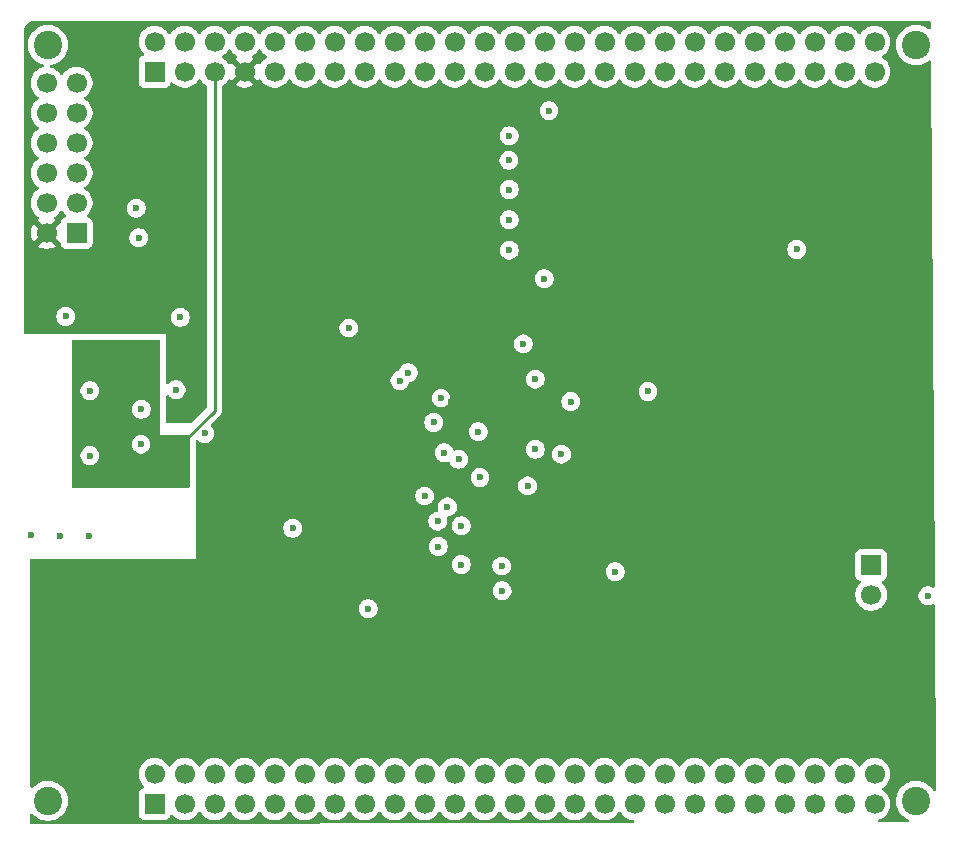
<source format=gbr>
%TF.GenerationSoftware,KiCad,Pcbnew,9.0.1*%
%TF.CreationDate,2025-04-22T02:33:50+03:00*%
%TF.ProjectId,k1921vg015_devboard,6b313932-3176-4673-9031-355f64657662,rev?*%
%TF.SameCoordinates,Original*%
%TF.FileFunction,Copper,L2,Inr*%
%TF.FilePolarity,Positive*%
%FSLAX46Y46*%
G04 Gerber Fmt 4.6, Leading zero omitted, Abs format (unit mm)*
G04 Created by KiCad (PCBNEW 9.0.1) date 2025-04-22 02:33:50*
%MOMM*%
%LPD*%
G01*
G04 APERTURE LIST*
%TA.AperFunction,ComponentPad*%
%ADD10R,1.700000X1.700000*%
%TD*%
%TA.AperFunction,ComponentPad*%
%ADD11C,1.700000*%
%TD*%
%TA.AperFunction,ViaPad*%
%ADD12C,0.600000*%
%TD*%
%TA.AperFunction,ViaPad*%
%ADD13C,2.400000*%
%TD*%
%TA.AperFunction,Conductor*%
%ADD14C,0.250000*%
%TD*%
G04 APERTURE END LIST*
D10*
%TO.N,/RST*%
%TO.C,JTAG*%
X5420000Y16080000D03*
D11*
%TO.N,+3V3*%
X2880000Y16080000D03*
%TO.N,/TRST*%
X5420000Y18620000D03*
%TO.N,GND*%
X2880000Y18620000D03*
%TO.N,/TCK*%
X5420000Y21160000D03*
%TO.N,GND*%
X2880000Y21160000D03*
%TO.N,/TDI*%
X5420000Y23700000D03*
%TO.N,GND*%
X2880000Y23700000D03*
%TO.N,/TDO*%
X5420000Y26240000D03*
%TO.N,GND*%
X2880000Y26240000D03*
%TO.N,/TMS*%
X5420000Y28780000D03*
%TO.N,GND*%
X2880000Y28780000D03*
%TD*%
D10*
%TO.N,/WAKEUP0*%
%TO.C,J2*%
X12020000Y29725000D03*
D11*
%TO.N,/WAKEUP1*%
X12020000Y32265000D03*
%TO.N,/WAKEUP2*%
X14560000Y29725000D03*
%TO.N,unconnected-(J2-Pin_4-Pad4)*%
X14560000Y32265000D03*
%TO.N,5V*%
X17100000Y29725000D03*
%TO.N,GND*%
X17100000Y32265000D03*
%TO.N,+3V3*%
X19640000Y29725000D03*
%TO.N,GND*%
X19640000Y32265000D03*
%TO.N,/PA14*%
X22180000Y29725000D03*
%TO.N,/PA15*%
X22180000Y32265000D03*
%TO.N,/PA12*%
X24720000Y29725000D03*
%TO.N,/PA13*%
X24720000Y32265000D03*
%TO.N,/PA10*%
X27260000Y29725000D03*
%TO.N,/PA11*%
X27260000Y32265000D03*
%TO.N,/PA8*%
X29800000Y29725000D03*
%TO.N,/PA9*%
X29800000Y32265000D03*
%TO.N,/PA6*%
X32340000Y29725000D03*
%TO.N,/PA7*%
X32340000Y32265000D03*
%TO.N,/PA4*%
X34880000Y29725000D03*
%TO.N,/PA5*%
X34880000Y32265000D03*
%TO.N,/PA2*%
X37420000Y29725000D03*
%TO.N,/PA3*%
X37420000Y32265000D03*
%TO.N,/PA0*%
X39960000Y29725000D03*
%TO.N,/PA1*%
X39960000Y32265000D03*
%TO.N,unconnected-(J2-Pin_25-Pad25)*%
X42500000Y29725000D03*
%TO.N,unconnected-(J2-Pin_26-Pad26)*%
X42500000Y32265000D03*
%TO.N,unconnected-(J2-Pin_27-Pad27)*%
X45040000Y29725000D03*
%TO.N,unconnected-(J2-Pin_28-Pad28)*%
X45040000Y32265000D03*
%TO.N,unconnected-(J2-Pin_29-Pad29)*%
X47580000Y29725000D03*
%TO.N,unconnected-(J2-Pin_30-Pad30)*%
X47580000Y32265000D03*
%TO.N,unconnected-(J2-Pin_31-Pad31)*%
X50120000Y29725000D03*
%TO.N,/PB15*%
X50120000Y32265000D03*
%TO.N,/PB14*%
X52660000Y29725000D03*
%TO.N,/PB13*%
X52660000Y32265000D03*
%TO.N,/PB12*%
X55200000Y29725000D03*
%TO.N,/PB11*%
X55200000Y32265000D03*
%TO.N,/PB10*%
X57740000Y29725000D03*
%TO.N,/PB9*%
X57740000Y32265000D03*
%TO.N,/PB8*%
X60280000Y29725000D03*
%TO.N,unconnected-(J2-Pin_40-Pad40)*%
X60280000Y32265000D03*
%TO.N,/PB7*%
X62820000Y29725000D03*
%TO.N,/PB6*%
X62820000Y32265000D03*
%TO.N,/PB5*%
X65360000Y29725000D03*
%TO.N,/PB4*%
X65360000Y32265000D03*
%TO.N,/PB3*%
X67900000Y29725000D03*
%TO.N,/PB2*%
X67900000Y32265000D03*
%TO.N,/PB1*%
X70440000Y29725000D03*
%TO.N,/PB0*%
X70440000Y32265000D03*
%TO.N,unconnected-(J2-Pin_49-Pad49)*%
X72980000Y29725000D03*
%TO.N,unconnected-(J2-Pin_50-Pad50)*%
X72980000Y32265000D03*
%TD*%
D10*
%TO.N,Net-(J4-Pin_1)*%
%TO.C,SERVEN*%
X72700000Y-12025000D03*
D11*
%TO.N,/SERVEN*%
X72700000Y-14565000D03*
%TD*%
D10*
%TO.N,/AT_IN0*%
%TO.C,J1*%
X12020000Y-32275000D03*
D11*
%TO.N,/AT_IN1*%
X12020000Y-29735000D03*
%TO.N,/AT_IN2*%
X14560000Y-32275000D03*
%TO.N,/AT_OUT*%
X14560000Y-29735000D03*
%TO.N,/CMP_INN0*%
X17100000Y-32275000D03*
%TO.N,/CMP_INP0*%
X17100000Y-29735000D03*
%TO.N,/CMP_INN1*%
X19640000Y-32275000D03*
%TO.N,/CMP_INP1*%
X19640000Y-29735000D03*
%TO.N,unconnected-(J1-Pin_9-Pad9)*%
X22180000Y-32275000D03*
%TO.N,unconnected-(J1-Pin_10-Pad10)*%
X22180000Y-29735000D03*
%TO.N,unconnected-(J1-Pin_11-Pad11)*%
X24720000Y-32275000D03*
%TO.N,unconnected-(J1-Pin_12-Pad12)*%
X24720000Y-29735000D03*
%TO.N,unconnected-(J1-Pin_13-Pad13)*%
X27260000Y-32275000D03*
%TO.N,unconnected-(J1-Pin_14-Pad14)*%
X27260000Y-29735000D03*
%TO.N,unconnected-(J1-Pin_15-Pad15)*%
X29800000Y-32275000D03*
%TO.N,unconnected-(J1-Pin_16-Pad16)*%
X29800000Y-29735000D03*
%TO.N,unconnected-(J1-Pin_17-Pad17)*%
X32340000Y-32275000D03*
%TO.N,unconnected-(J1-Pin_18-Pad18)*%
X32340000Y-29735000D03*
%TO.N,unconnected-(J1-Pin_19-Pad19)*%
X34880000Y-32275000D03*
%TO.N,unconnected-(J1-Pin_20-Pad20)*%
X34880000Y-29735000D03*
%TO.N,/ADC_CH0*%
X37420000Y-32275000D03*
%TO.N,/ADC_CH1*%
X37420000Y-29735000D03*
%TO.N,/ADC_CH2*%
X39960000Y-32275000D03*
%TO.N,/ADC_CH3*%
X39960000Y-29735000D03*
%TO.N,unconnected-(J1-Pin_25-Pad25)*%
X42500000Y-32275000D03*
%TO.N,/ADC_CH4*%
X42500000Y-29735000D03*
%TO.N,/ADC_CH6*%
X45040000Y-32275000D03*
%TO.N,/ADC_CH5*%
X45040000Y-29735000D03*
%TO.N,/ADC_CH7*%
X47580000Y-32275000D03*
%TO.N,unconnected-(J1-Pin_30-Pad30)*%
X47580000Y-29735000D03*
%TO.N,unconnected-(J1-Pin_31-Pad31)*%
X50120000Y-32275000D03*
%TO.N,unconnected-(J1-Pin_32-Pad32)*%
X50120000Y-29735000D03*
%TO.N,unconnected-(J1-Pin_33-Pad33)*%
X52660000Y-32275000D03*
%TO.N,/PC0*%
X52660000Y-29735000D03*
%TO.N,/PC1*%
X55200000Y-32275000D03*
%TO.N,/PC2*%
X55200000Y-29735000D03*
%TO.N,/PC3*%
X57740000Y-32275000D03*
%TO.N,/PC4*%
X57740000Y-29735000D03*
%TO.N,/PC5*%
X60280000Y-32275000D03*
%TO.N,/PC6*%
X60280000Y-29735000D03*
%TO.N,/PC7*%
X62820000Y-32275000D03*
%TO.N,/PC8*%
X62820000Y-29735000D03*
%TO.N,/PC9*%
X65360000Y-32275000D03*
%TO.N,/PC10*%
X65360000Y-29735000D03*
%TO.N,/PC11*%
X67900000Y-32275000D03*
%TO.N,/PC12*%
X67900000Y-29735000D03*
%TO.N,/PC13*%
X70440000Y-32275000D03*
%TO.N,/PC14*%
X70440000Y-29735000D03*
%TO.N,/PC15*%
X72980000Y-32275000D03*
%TO.N,unconnected-(J1-Pin_50-Pad50)*%
X72980000Y-29735000D03*
%TD*%
D12*
%TO.N,GND*%
X34900000Y-6200000D03*
X14200000Y8925000D03*
D13*
X76500000Y32000000D03*
D12*
X77500000Y-14650000D03*
X10875000Y-1800000D03*
X6550000Y-2775000D03*
X43603679Y-5346321D03*
X28475000Y8025000D03*
X23725000Y-8925000D03*
X6500000Y-9600000D03*
X36275000Y2100000D03*
X4000000Y-9575000D03*
X10675000Y15675000D03*
X10900000Y1150000D03*
X6550000Y2725000D03*
X30116377Y-15733623D03*
X41450000Y-14225000D03*
D13*
X3000000Y-32000000D03*
D12*
X45025000Y12200000D03*
X44250000Y3700000D03*
X36050000Y-10475000D03*
X4500000Y9000000D03*
X10475000Y18175000D03*
X1575000Y-9500000D03*
X51025000Y-12600000D03*
D13*
X3000000Y32000000D03*
D12*
X66400000Y14675000D03*
X16275000Y-900000D03*
D13*
X76500000Y-32000000D03*
D12*
X13850000Y2800000D03*
X53800000Y2650000D03*
X38000000Y-12000000D03*
%TO.N,Net-(D2-VCORE_CAP)*%
X38000000Y-8725000D03*
%TO.N,Net-(D2-VAON_CAP)*%
X36000000Y-8325000D03*
%TO.N,Net-(D2-SDADC_CAP)*%
X41425000Y-12125000D03*
%TO.N,Net-(D2-VBAT_CAP)*%
X39575000Y-4625000D03*
%TO.N,5V*%
X6550000Y-1550000D03*
X6525000Y1525000D03*
X9500000Y6000000D03*
X13850000Y-1875000D03*
%TO.N,+3V3*%
X10600000Y25850000D03*
X53400000Y-16625000D03*
X13850000Y500000D03*
X10550000Y23350000D03*
X19850000Y8950000D03*
X53800000Y1175000D03*
X10625000Y20750000D03*
X43684404Y12190596D03*
X45575000Y-5200000D03*
X20125000Y425000D03*
X10650000Y13075000D03*
X34625000Y-9150000D03*
X47250000Y3675000D03*
X37125000Y1750000D03*
X77575000Y-12000000D03*
X38175000Y-4300000D03*
X47453000Y26423000D03*
%TO.N,GND(A)*%
X43250000Y6675000D03*
X47250000Y1800000D03*
X39425000Y-750000D03*
%TO.N,+3V3(A)*%
X44250000Y-2250000D03*
%TO.N,AREF*%
X46475000Y-2650000D03*
%TO.N,/OSC_N*%
X37760300Y-3089700D03*
%TO.N,/OSC_P*%
X36550000Y-2525000D03*
%TO.N,/RTC_N*%
X33500000Y4250000D03*
%TO.N,/RTC_P*%
X32800000Y3575000D03*
%TO.N,Net-(D2-V_BAT)*%
X36825000Y-7125000D03*
%TO.N,/TMS*%
X42050000Y24300000D03*
%TO.N,/TCK*%
X42050000Y17200000D03*
%TO.N,/TDO*%
X42025000Y22225000D03*
%TO.N,/RST*%
X35650000Y25000D03*
%TO.N,/TDI*%
X42050000Y19750000D03*
%TO.N,/TRST*%
X42050000Y14625000D03*
%TO.N,Net-(D5-A)*%
X45421000Y26423000D03*
%TD*%
D14*
%TO.N,5V*%
X14202000Y-1875000D02*
X13850000Y-1875000D01*
X17100000Y1023000D02*
X14202000Y-1875000D01*
X17100000Y29725000D02*
X17100000Y1023000D01*
%TD*%
%TA.AperFunction,Conductor*%
%TO.N,5V*%
G36*
X12443039Y6980315D02*
G01*
X12488794Y6927511D01*
X12500000Y6876000D01*
X12500000Y-1000000D01*
X14876000Y-1000000D01*
X14943039Y-1019685D01*
X14988794Y-1072489D01*
X15000000Y-1124000D01*
X15000000Y-5376000D01*
X14980315Y-5443039D01*
X14927511Y-5488794D01*
X14876000Y-5500000D01*
X5124000Y-5500000D01*
X5056961Y-5480315D01*
X5011206Y-5427511D01*
X5000000Y-5376000D01*
X5000000Y-2696153D01*
X5749500Y-2696153D01*
X5749500Y-2853846D01*
X5780261Y-3008489D01*
X5780264Y-3008501D01*
X5840602Y-3154172D01*
X5840609Y-3154185D01*
X5928210Y-3285288D01*
X5928213Y-3285292D01*
X6039707Y-3396786D01*
X6039711Y-3396789D01*
X6170814Y-3484390D01*
X6170827Y-3484397D01*
X6316498Y-3544735D01*
X6316503Y-3544737D01*
X6471153Y-3575499D01*
X6471156Y-3575500D01*
X6471158Y-3575500D01*
X6628844Y-3575500D01*
X6628845Y-3575499D01*
X6783497Y-3544737D01*
X6929179Y-3484394D01*
X7060289Y-3396789D01*
X7171789Y-3285289D01*
X7259394Y-3154179D01*
X7319737Y-3008497D01*
X7350500Y-2853842D01*
X7350500Y-2696158D01*
X7350500Y-2696155D01*
X7350499Y-2696153D01*
X7325353Y-2569737D01*
X7319737Y-2541503D01*
X7319735Y-2541498D01*
X7259397Y-2395827D01*
X7259390Y-2395814D01*
X7171789Y-2264711D01*
X7171786Y-2264707D01*
X7060292Y-2153213D01*
X7060288Y-2153210D01*
X6929185Y-2065609D01*
X6929172Y-2065602D01*
X6783501Y-2005264D01*
X6783489Y-2005261D01*
X6628845Y-1974500D01*
X6628842Y-1974500D01*
X6471158Y-1974500D01*
X6471155Y-1974500D01*
X6316510Y-2005261D01*
X6316498Y-2005264D01*
X6170827Y-2065602D01*
X6170814Y-2065609D01*
X6039711Y-2153210D01*
X6039707Y-2153213D01*
X5928213Y-2264707D01*
X5928210Y-2264711D01*
X5840609Y-2395814D01*
X5840602Y-2395827D01*
X5780264Y-2541498D01*
X5780261Y-2541510D01*
X5749500Y-2696153D01*
X5000000Y-2696153D01*
X5000000Y-1721153D01*
X10074500Y-1721153D01*
X10074500Y-1878846D01*
X10105261Y-2033489D01*
X10105264Y-2033501D01*
X10165602Y-2179172D01*
X10165609Y-2179185D01*
X10253210Y-2310288D01*
X10253213Y-2310292D01*
X10364707Y-2421786D01*
X10364711Y-2421789D01*
X10495814Y-2509390D01*
X10495827Y-2509397D01*
X10573356Y-2541510D01*
X10641503Y-2569737D01*
X10796153Y-2600499D01*
X10796156Y-2600500D01*
X10796158Y-2600500D01*
X10953844Y-2600500D01*
X10953845Y-2600499D01*
X11108497Y-2569737D01*
X11254179Y-2509394D01*
X11385289Y-2421789D01*
X11496789Y-2310289D01*
X11584394Y-2179179D01*
X11644737Y-2033497D01*
X11675500Y-1878842D01*
X11675500Y-1721158D01*
X11675500Y-1721155D01*
X11675499Y-1721153D01*
X11644738Y-1566510D01*
X11644737Y-1566503D01*
X11644735Y-1566498D01*
X11584397Y-1420827D01*
X11584390Y-1420814D01*
X11496789Y-1289711D01*
X11496786Y-1289707D01*
X11385292Y-1178213D01*
X11385288Y-1178210D01*
X11254185Y-1090609D01*
X11254172Y-1090602D01*
X11108501Y-1030264D01*
X11108489Y-1030261D01*
X10953845Y-999500D01*
X10953842Y-999500D01*
X10796158Y-999500D01*
X10796155Y-999500D01*
X10641510Y-1030261D01*
X10641498Y-1030264D01*
X10495827Y-1090602D01*
X10495814Y-1090609D01*
X10364711Y-1178210D01*
X10364707Y-1178213D01*
X10253213Y-1289707D01*
X10253210Y-1289711D01*
X10165609Y-1420814D01*
X10165602Y-1420827D01*
X10105264Y-1566498D01*
X10105261Y-1566510D01*
X10074500Y-1721153D01*
X5000000Y-1721153D01*
X5000000Y1228846D01*
X10099500Y1228846D01*
X10099500Y1071153D01*
X10130261Y916510D01*
X10130264Y916498D01*
X10190602Y770827D01*
X10190609Y770814D01*
X10278210Y639711D01*
X10278213Y639707D01*
X10389707Y528213D01*
X10389711Y528210D01*
X10520814Y440609D01*
X10520827Y440602D01*
X10666498Y380264D01*
X10666510Y380261D01*
X10821153Y349500D01*
X10821158Y349500D01*
X10978846Y349500D01*
X11133489Y380261D01*
X11133501Y380264D01*
X11279172Y440602D01*
X11279185Y440609D01*
X11410288Y528210D01*
X11410292Y528213D01*
X11521786Y639707D01*
X11521789Y639711D01*
X11609390Y770814D01*
X11609397Y770827D01*
X11669735Y916498D01*
X11669737Y916503D01*
X11700499Y1071153D01*
X11700500Y1071155D01*
X11700500Y1228844D01*
X11700499Y1228846D01*
X11686246Y1300500D01*
X11669737Y1383497D01*
X11609394Y1529179D01*
X11521789Y1660289D01*
X11410289Y1771789D01*
X11279179Y1859394D01*
X11133497Y1919737D01*
X11056520Y1935048D01*
X10978845Y1950500D01*
X10978842Y1950500D01*
X10821158Y1950500D01*
X10821155Y1950500D01*
X10727858Y1931941D01*
X10666503Y1919737D01*
X10666498Y1919735D01*
X10520827Y1859397D01*
X10520814Y1859390D01*
X10389711Y1771789D01*
X10389707Y1771786D01*
X10278213Y1660292D01*
X10278210Y1660288D01*
X10190609Y1529185D01*
X10190602Y1529172D01*
X10130264Y1383501D01*
X10130261Y1383489D01*
X10099500Y1228846D01*
X5000000Y1228846D01*
X5000000Y2803846D01*
X5749500Y2803846D01*
X5749500Y2646153D01*
X5780261Y2491510D01*
X5780264Y2491498D01*
X5840602Y2345827D01*
X5840609Y2345814D01*
X5928210Y2214711D01*
X5928213Y2214707D01*
X6039707Y2103213D01*
X6039711Y2103210D01*
X6170814Y2015609D01*
X6170827Y2015602D01*
X6316498Y1955264D01*
X6316510Y1955261D01*
X6471153Y1924500D01*
X6471158Y1924500D01*
X6628846Y1924500D01*
X6783489Y1955261D01*
X6783501Y1955264D01*
X6929172Y2015602D01*
X6929185Y2015609D01*
X7060288Y2103210D01*
X7060292Y2103213D01*
X7171786Y2214707D01*
X7171789Y2214711D01*
X7259390Y2345814D01*
X7259397Y2345827D01*
X7319735Y2491498D01*
X7319737Y2491503D01*
X7350499Y2646153D01*
X7350500Y2646155D01*
X7350500Y2803844D01*
X7350499Y2803846D01*
X7335581Y2878842D01*
X7319737Y2958497D01*
X7259394Y3104179D01*
X7171789Y3235289D01*
X7060289Y3346789D01*
X6929179Y3434394D01*
X6783497Y3494737D01*
X6706520Y3510048D01*
X6628845Y3525500D01*
X6628842Y3525500D01*
X6471158Y3525500D01*
X6471155Y3525500D01*
X6390188Y3509394D01*
X6316503Y3494737D01*
X6316498Y3494735D01*
X6170827Y3434397D01*
X6170814Y3434390D01*
X6039711Y3346789D01*
X6039707Y3346786D01*
X5928213Y3235292D01*
X5928210Y3235288D01*
X5840609Y3104185D01*
X5840602Y3104172D01*
X5780264Y2958501D01*
X5780261Y2958489D01*
X5749500Y2803846D01*
X5000000Y2803846D01*
X5000000Y6876000D01*
X5019685Y6943039D01*
X5072489Y6988794D01*
X5124000Y7000000D01*
X12376000Y7000000D01*
X12443039Y6980315D01*
G37*
%TD.AperFunction*%
%TD*%
%TA.AperFunction,Conductor*%
%TO.N,+3V3*%
G36*
X4221447Y17965998D02*
G01*
X4260484Y17920946D01*
X4264949Y17912182D01*
X4389889Y17740215D01*
X4503431Y17626673D01*
X4536915Y17565350D01*
X4531931Y17495658D01*
X4490059Y17439725D01*
X4459082Y17422810D01*
X4327671Y17373797D01*
X4327664Y17373793D01*
X4212455Y17287547D01*
X4212452Y17287544D01*
X4126206Y17172335D01*
X4126202Y17172328D01*
X4075908Y17037482D01*
X4069501Y16977883D01*
X4069501Y16977876D01*
X4069500Y16977864D01*
X4069500Y16967309D01*
X4049815Y16900270D01*
X4033181Y16879628D01*
X3362962Y16209409D01*
X3345925Y16272993D01*
X3280099Y16387007D01*
X3187007Y16480099D01*
X3072993Y16545925D01*
X3009408Y16562962D01*
X3641717Y17195270D01*
X3587555Y17234622D01*
X3578507Y17239232D01*
X3527709Y17287205D01*
X3510912Y17355025D01*
X3533447Y17421161D01*
X3578504Y17460204D01*
X3587817Y17464949D01*
X3759786Y17589890D01*
X3910109Y17740213D01*
X4035050Y17912182D01*
X4039516Y17920946D01*
X4087491Y17971742D01*
X4155312Y17988536D01*
X4221447Y17965998D01*
G37*
%TD.AperFunction*%
%TA.AperFunction,Conductor*%
G36*
X77690859Y33980315D02*
G01*
X77736614Y33927511D01*
X77747817Y33876828D01*
X77750762Y33435963D01*
X77731526Y33368794D01*
X77679029Y33322687D01*
X77609938Y33312282D01*
X77551279Y33336759D01*
X77545845Y33340927D01*
X77446774Y33416948D01*
X77253726Y33528405D01*
X77047781Y33613710D01*
X76832463Y33671404D01*
X76611457Y33700500D01*
X76388543Y33700500D01*
X76167537Y33671404D01*
X75952219Y33613710D01*
X75746274Y33528405D01*
X75553226Y33416948D01*
X75553217Y33416941D01*
X75376377Y33281248D01*
X75376370Y33281242D01*
X75218757Y33123629D01*
X75218751Y33123622D01*
X75096313Y32964056D01*
X75083052Y32946774D01*
X74988734Y32783412D01*
X74971595Y32753726D01*
X74971593Y32753722D01*
X74886293Y32547790D01*
X74886291Y32547783D01*
X74886290Y32547781D01*
X74828596Y32332463D01*
X74828595Y32332457D01*
X74828594Y32332452D01*
X74799501Y32111466D01*
X74799500Y32111450D01*
X74799500Y31888549D01*
X74799501Y31888533D01*
X74828594Y31667547D01*
X74828595Y31667540D01*
X74828596Y31667537D01*
X74846827Y31599499D01*
X74886290Y31452219D01*
X74886293Y31452209D01*
X74971593Y31246277D01*
X74971595Y31246273D01*
X75083052Y31053226D01*
X75083058Y31053217D01*
X75218751Y30876377D01*
X75218757Y30876370D01*
X75376370Y30718757D01*
X75376377Y30718751D01*
X75553217Y30583058D01*
X75553226Y30583052D01*
X75746273Y30471595D01*
X75746277Y30471593D01*
X75952209Y30386293D01*
X75952219Y30386290D01*
X76167537Y30328596D01*
X76167540Y30328595D01*
X76167547Y30328594D01*
X76388533Y30299501D01*
X76388537Y30299500D01*
X76388543Y30299500D01*
X76388550Y30299500D01*
X76611450Y30299500D01*
X76611457Y30299500D01*
X76611463Y30299500D01*
X76611466Y30299501D01*
X76832452Y30328594D01*
X76832457Y30328595D01*
X76832463Y30328596D01*
X77047781Y30386290D01*
X77047783Y30386291D01*
X77047790Y30386293D01*
X77253722Y30471593D01*
X77253726Y30471595D01*
X77279918Y30486717D01*
X77446774Y30583052D01*
X77446777Y30583054D01*
X77446783Y30583058D01*
X77570359Y30677881D01*
X77635528Y30703075D01*
X77703973Y30689036D01*
X77753963Y30640222D01*
X77769842Y30580333D01*
X78066590Y-13833071D01*
X78047354Y-13900240D01*
X77994857Y-13946347D01*
X77925766Y-13956752D01*
X77884141Y-13943258D01*
X77879175Y-13940604D01*
X77733501Y-13880264D01*
X77733489Y-13880261D01*
X77578845Y-13849500D01*
X77578842Y-13849500D01*
X77421158Y-13849500D01*
X77421155Y-13849500D01*
X77266510Y-13880261D01*
X77266498Y-13880264D01*
X77120827Y-13940602D01*
X77120814Y-13940609D01*
X76989711Y-14028210D01*
X76989707Y-14028213D01*
X76878213Y-14139707D01*
X76878210Y-14139711D01*
X76790609Y-14270814D01*
X76790602Y-14270827D01*
X76730264Y-14416498D01*
X76730261Y-14416510D01*
X76699500Y-14571153D01*
X76699500Y-14728846D01*
X76730261Y-14883489D01*
X76730264Y-14883501D01*
X76790602Y-15029172D01*
X76790609Y-15029185D01*
X76878210Y-15160288D01*
X76878213Y-15160292D01*
X76989707Y-15271786D01*
X76989711Y-15271789D01*
X77120814Y-15359390D01*
X77120827Y-15359397D01*
X77231849Y-15405383D01*
X77266503Y-15419737D01*
X77421153Y-15450499D01*
X77421156Y-15450500D01*
X77421158Y-15450500D01*
X77578844Y-15450500D01*
X77578845Y-15450499D01*
X77733497Y-15419737D01*
X77879179Y-15359394D01*
X77879184Y-15359390D01*
X77879187Y-15359389D01*
X77884559Y-15355800D01*
X77951236Y-15334921D01*
X78018616Y-15353405D01*
X78065307Y-15405383D01*
X78077448Y-15458073D01*
X78181612Y-31048040D01*
X78162376Y-31115209D01*
X78109879Y-31161316D01*
X78040788Y-31171721D01*
X77977040Y-31143121D01*
X77950228Y-31110869D01*
X77916948Y-31053226D01*
X77824074Y-30932189D01*
X77781248Y-30876377D01*
X77781242Y-30876370D01*
X77623629Y-30718757D01*
X77623622Y-30718751D01*
X77446782Y-30583058D01*
X77446780Y-30583057D01*
X77446774Y-30583052D01*
X77253726Y-30471595D01*
X77253722Y-30471593D01*
X77047790Y-30386293D01*
X77047783Y-30386291D01*
X77047781Y-30386290D01*
X76832463Y-30328596D01*
X76832457Y-30328595D01*
X76832452Y-30328594D01*
X76611466Y-30299501D01*
X76611463Y-30299500D01*
X76611457Y-30299500D01*
X76388543Y-30299500D01*
X76388537Y-30299500D01*
X76388533Y-30299501D01*
X76167547Y-30328594D01*
X76167540Y-30328595D01*
X76167537Y-30328596D01*
X76026215Y-30366463D01*
X75952219Y-30386290D01*
X75952209Y-30386293D01*
X75746277Y-30471593D01*
X75746273Y-30471595D01*
X75553226Y-30583052D01*
X75553217Y-30583058D01*
X75376377Y-30718751D01*
X75376370Y-30718757D01*
X75218757Y-30876370D01*
X75218751Y-30876377D01*
X75083058Y-31053217D01*
X75083052Y-31053226D01*
X74971595Y-31246273D01*
X74971593Y-31246277D01*
X74886293Y-31452209D01*
X74886290Y-31452219D01*
X74846827Y-31599500D01*
X74828597Y-31667534D01*
X74828594Y-31667547D01*
X74799501Y-31888533D01*
X74799500Y-31888549D01*
X74799500Y-32111450D01*
X74799501Y-32111466D01*
X74828594Y-32332452D01*
X74828595Y-32332457D01*
X74828596Y-32332463D01*
X74886290Y-32547780D01*
X74886293Y-32547790D01*
X74964522Y-32736650D01*
X74971595Y-32753726D01*
X75083052Y-32946774D01*
X75083057Y-32946780D01*
X75083058Y-32946782D01*
X75218751Y-33123622D01*
X75218757Y-33123629D01*
X75376370Y-33281242D01*
X75376376Y-33281247D01*
X75553226Y-33416948D01*
X75746274Y-33528405D01*
X75746277Y-33528406D01*
X75746282Y-33528409D01*
X75841169Y-33567712D01*
X75895573Y-33611553D01*
X75917638Y-33677847D01*
X75900359Y-33745546D01*
X75849222Y-33793157D01*
X75794040Y-33806273D01*
X73401559Y-33812512D01*
X73334469Y-33793002D01*
X73288576Y-33740317D01*
X73278453Y-33671185D01*
X73307312Y-33607554D01*
X73362915Y-33570582D01*
X73498412Y-33526557D01*
X73687816Y-33430051D01*
X73774138Y-33367335D01*
X73859786Y-33305109D01*
X73859788Y-33305106D01*
X73859792Y-33305104D01*
X74010104Y-33154792D01*
X74010106Y-33154788D01*
X74010109Y-33154786D01*
X74135048Y-32982820D01*
X74135047Y-32982820D01*
X74135051Y-32982816D01*
X74231557Y-32793412D01*
X74297246Y-32591243D01*
X74330500Y-32381287D01*
X74330500Y-32168713D01*
X74297246Y-31958757D01*
X74231557Y-31756588D01*
X74135051Y-31567184D01*
X74135049Y-31567181D01*
X74135048Y-31567179D01*
X74010109Y-31395213D01*
X73859786Y-31244890D01*
X73687820Y-31119951D01*
X73687115Y-31119591D01*
X73679054Y-31115485D01*
X73628259Y-31067512D01*
X73611463Y-30999692D01*
X73633999Y-30933556D01*
X73679054Y-30894515D01*
X73687816Y-30890051D01*
X73793501Y-30813267D01*
X73859786Y-30765109D01*
X73859788Y-30765106D01*
X73859792Y-30765104D01*
X74010104Y-30614792D01*
X74010106Y-30614788D01*
X74010109Y-30614786D01*
X74135048Y-30442820D01*
X74135047Y-30442820D01*
X74135051Y-30442816D01*
X74231557Y-30253412D01*
X74297246Y-30051243D01*
X74330500Y-29841287D01*
X74330500Y-29628713D01*
X74297246Y-29418757D01*
X74231557Y-29216588D01*
X74135051Y-29027184D01*
X74135049Y-29027181D01*
X74135048Y-29027179D01*
X74010109Y-28855213D01*
X73859786Y-28704890D01*
X73687820Y-28579951D01*
X73498414Y-28483444D01*
X73498413Y-28483443D01*
X73498412Y-28483443D01*
X73296243Y-28417754D01*
X73296241Y-28417753D01*
X73296240Y-28417753D01*
X73134957Y-28392208D01*
X73086287Y-28384500D01*
X72873713Y-28384500D01*
X72825042Y-28392208D01*
X72663760Y-28417753D01*
X72461585Y-28483444D01*
X72272179Y-28579951D01*
X72100213Y-28704890D01*
X71949890Y-28855213D01*
X71824949Y-29027182D01*
X71820484Y-29035946D01*
X71772509Y-29086742D01*
X71704688Y-29103536D01*
X71638553Y-29080998D01*
X71599516Y-29035946D01*
X71595050Y-29027182D01*
X71470109Y-28855213D01*
X71319786Y-28704890D01*
X71147820Y-28579951D01*
X70958414Y-28483444D01*
X70958413Y-28483443D01*
X70958412Y-28483443D01*
X70756243Y-28417754D01*
X70756241Y-28417753D01*
X70756240Y-28417753D01*
X70594957Y-28392208D01*
X70546287Y-28384500D01*
X70333713Y-28384500D01*
X70285042Y-28392208D01*
X70123760Y-28417753D01*
X69921585Y-28483444D01*
X69732179Y-28579951D01*
X69560213Y-28704890D01*
X69409890Y-28855213D01*
X69284949Y-29027182D01*
X69280484Y-29035946D01*
X69232509Y-29086742D01*
X69164688Y-29103536D01*
X69098553Y-29080998D01*
X69059516Y-29035946D01*
X69055050Y-29027182D01*
X68930109Y-28855213D01*
X68779786Y-28704890D01*
X68607820Y-28579951D01*
X68418414Y-28483444D01*
X68418413Y-28483443D01*
X68418412Y-28483443D01*
X68216243Y-28417754D01*
X68216241Y-28417753D01*
X68216240Y-28417753D01*
X68054957Y-28392208D01*
X68006287Y-28384500D01*
X67793713Y-28384500D01*
X67745042Y-28392208D01*
X67583760Y-28417753D01*
X67381585Y-28483444D01*
X67192179Y-28579951D01*
X67020213Y-28704890D01*
X66869890Y-28855213D01*
X66744949Y-29027182D01*
X66740484Y-29035946D01*
X66692509Y-29086742D01*
X66624688Y-29103536D01*
X66558553Y-29080998D01*
X66519516Y-29035946D01*
X66515050Y-29027182D01*
X66390109Y-28855213D01*
X66239786Y-28704890D01*
X66067820Y-28579951D01*
X65878414Y-28483444D01*
X65878413Y-28483443D01*
X65878412Y-28483443D01*
X65676243Y-28417754D01*
X65676241Y-28417753D01*
X65676240Y-28417753D01*
X65514957Y-28392208D01*
X65466287Y-28384500D01*
X65253713Y-28384500D01*
X65205042Y-28392208D01*
X65043760Y-28417753D01*
X64841585Y-28483444D01*
X64652179Y-28579951D01*
X64480213Y-28704890D01*
X64329890Y-28855213D01*
X64204949Y-29027182D01*
X64200484Y-29035946D01*
X64152509Y-29086742D01*
X64084688Y-29103536D01*
X64018553Y-29080998D01*
X63979516Y-29035946D01*
X63975050Y-29027182D01*
X63850109Y-28855213D01*
X63699786Y-28704890D01*
X63527820Y-28579951D01*
X63338414Y-28483444D01*
X63338413Y-28483443D01*
X63338412Y-28483443D01*
X63136243Y-28417754D01*
X63136241Y-28417753D01*
X63136240Y-28417753D01*
X62974957Y-28392208D01*
X62926287Y-28384500D01*
X62713713Y-28384500D01*
X62665042Y-28392208D01*
X62503760Y-28417753D01*
X62301585Y-28483444D01*
X62112179Y-28579951D01*
X61940213Y-28704890D01*
X61789890Y-28855213D01*
X61664949Y-29027182D01*
X61660484Y-29035946D01*
X61612509Y-29086742D01*
X61544688Y-29103536D01*
X61478553Y-29080998D01*
X61439516Y-29035946D01*
X61435050Y-29027182D01*
X61310109Y-28855213D01*
X61159786Y-28704890D01*
X60987820Y-28579951D01*
X60798414Y-28483444D01*
X60798413Y-28483443D01*
X60798412Y-28483443D01*
X60596243Y-28417754D01*
X60596241Y-28417753D01*
X60596240Y-28417753D01*
X60434957Y-28392208D01*
X60386287Y-28384500D01*
X60173713Y-28384500D01*
X60125042Y-28392208D01*
X59963760Y-28417753D01*
X59761585Y-28483444D01*
X59572179Y-28579951D01*
X59400213Y-28704890D01*
X59249890Y-28855213D01*
X59124949Y-29027182D01*
X59120484Y-29035946D01*
X59072509Y-29086742D01*
X59004688Y-29103536D01*
X58938553Y-29080998D01*
X58899516Y-29035946D01*
X58895050Y-29027182D01*
X58770109Y-28855213D01*
X58619786Y-28704890D01*
X58447820Y-28579951D01*
X58258414Y-28483444D01*
X58258413Y-28483443D01*
X58258412Y-28483443D01*
X58056243Y-28417754D01*
X58056241Y-28417753D01*
X58056240Y-28417753D01*
X57894957Y-28392208D01*
X57846287Y-28384500D01*
X57633713Y-28384500D01*
X57585042Y-28392208D01*
X57423760Y-28417753D01*
X57221585Y-28483444D01*
X57032179Y-28579951D01*
X56860213Y-28704890D01*
X56709890Y-28855213D01*
X56584949Y-29027182D01*
X56580484Y-29035946D01*
X56532509Y-29086742D01*
X56464688Y-29103536D01*
X56398553Y-29080998D01*
X56359516Y-29035946D01*
X56355050Y-29027182D01*
X56230109Y-28855213D01*
X56079786Y-28704890D01*
X55907820Y-28579951D01*
X55718414Y-28483444D01*
X55718413Y-28483443D01*
X55718412Y-28483443D01*
X55516243Y-28417754D01*
X55516241Y-28417753D01*
X55516240Y-28417753D01*
X55354957Y-28392208D01*
X55306287Y-28384500D01*
X55093713Y-28384500D01*
X55045042Y-28392208D01*
X54883760Y-28417753D01*
X54681585Y-28483444D01*
X54492179Y-28579951D01*
X54320213Y-28704890D01*
X54169890Y-28855213D01*
X54044949Y-29027182D01*
X54040484Y-29035946D01*
X53992509Y-29086742D01*
X53924688Y-29103536D01*
X53858553Y-29080998D01*
X53819516Y-29035946D01*
X53815050Y-29027182D01*
X53690109Y-28855213D01*
X53539786Y-28704890D01*
X53367820Y-28579951D01*
X53178414Y-28483444D01*
X53178413Y-28483443D01*
X53178412Y-28483443D01*
X52976243Y-28417754D01*
X52976241Y-28417753D01*
X52976240Y-28417753D01*
X52814957Y-28392208D01*
X52766287Y-28384500D01*
X52553713Y-28384500D01*
X52505042Y-28392208D01*
X52343760Y-28417753D01*
X52141585Y-28483444D01*
X51952179Y-28579951D01*
X51780213Y-28704890D01*
X51629890Y-28855213D01*
X51504949Y-29027182D01*
X51500484Y-29035946D01*
X51452509Y-29086742D01*
X51384688Y-29103536D01*
X51318553Y-29080998D01*
X51279516Y-29035946D01*
X51275050Y-29027182D01*
X51150109Y-28855213D01*
X50999786Y-28704890D01*
X50827820Y-28579951D01*
X50638414Y-28483444D01*
X50638413Y-28483443D01*
X50638412Y-28483443D01*
X50436243Y-28417754D01*
X50436241Y-28417753D01*
X50436240Y-28417753D01*
X50274957Y-28392208D01*
X50226287Y-28384500D01*
X50013713Y-28384500D01*
X49965042Y-28392208D01*
X49803760Y-28417753D01*
X49601585Y-28483444D01*
X49412179Y-28579951D01*
X49240213Y-28704890D01*
X49089890Y-28855213D01*
X48964949Y-29027182D01*
X48960484Y-29035946D01*
X48912509Y-29086742D01*
X48844688Y-29103536D01*
X48778553Y-29080998D01*
X48739516Y-29035946D01*
X48735050Y-29027182D01*
X48610109Y-28855213D01*
X48459786Y-28704890D01*
X48287820Y-28579951D01*
X48098414Y-28483444D01*
X48098413Y-28483443D01*
X48098412Y-28483443D01*
X47896243Y-28417754D01*
X47896241Y-28417753D01*
X47896240Y-28417753D01*
X47734957Y-28392208D01*
X47686287Y-28384500D01*
X47473713Y-28384500D01*
X47425042Y-28392208D01*
X47263760Y-28417753D01*
X47061585Y-28483444D01*
X46872179Y-28579951D01*
X46700213Y-28704890D01*
X46549890Y-28855213D01*
X46424949Y-29027182D01*
X46420484Y-29035946D01*
X46372509Y-29086742D01*
X46304688Y-29103536D01*
X46238553Y-29080998D01*
X46199516Y-29035946D01*
X46195050Y-29027182D01*
X46070109Y-28855213D01*
X45919786Y-28704890D01*
X45747820Y-28579951D01*
X45558414Y-28483444D01*
X45558413Y-28483443D01*
X45558412Y-28483443D01*
X45356243Y-28417754D01*
X45356241Y-28417753D01*
X45356240Y-28417753D01*
X45194957Y-28392208D01*
X45146287Y-28384500D01*
X44933713Y-28384500D01*
X44885042Y-28392208D01*
X44723760Y-28417753D01*
X44521585Y-28483444D01*
X44332179Y-28579951D01*
X44160213Y-28704890D01*
X44009890Y-28855213D01*
X43884949Y-29027182D01*
X43880484Y-29035946D01*
X43832509Y-29086742D01*
X43764688Y-29103536D01*
X43698553Y-29080998D01*
X43659516Y-29035946D01*
X43655050Y-29027182D01*
X43530109Y-28855213D01*
X43379786Y-28704890D01*
X43207820Y-28579951D01*
X43018414Y-28483444D01*
X43018413Y-28483443D01*
X43018412Y-28483443D01*
X42816243Y-28417754D01*
X42816241Y-28417753D01*
X42816240Y-28417753D01*
X42654957Y-28392208D01*
X42606287Y-28384500D01*
X42393713Y-28384500D01*
X42345042Y-28392208D01*
X42183760Y-28417753D01*
X41981585Y-28483444D01*
X41792179Y-28579951D01*
X41620213Y-28704890D01*
X41469890Y-28855213D01*
X41344949Y-29027182D01*
X41340484Y-29035946D01*
X41292509Y-29086742D01*
X41224688Y-29103536D01*
X41158553Y-29080998D01*
X41119516Y-29035946D01*
X41115050Y-29027182D01*
X40990109Y-28855213D01*
X40839786Y-28704890D01*
X40667820Y-28579951D01*
X40478414Y-28483444D01*
X40478413Y-28483443D01*
X40478412Y-28483443D01*
X40276243Y-28417754D01*
X40276241Y-28417753D01*
X40276240Y-28417753D01*
X40114957Y-28392208D01*
X40066287Y-28384500D01*
X39853713Y-28384500D01*
X39805042Y-28392208D01*
X39643760Y-28417753D01*
X39441585Y-28483444D01*
X39252179Y-28579951D01*
X39080213Y-28704890D01*
X38929890Y-28855213D01*
X38804949Y-29027182D01*
X38800484Y-29035946D01*
X38752509Y-29086742D01*
X38684688Y-29103536D01*
X38618553Y-29080998D01*
X38579516Y-29035946D01*
X38575050Y-29027182D01*
X38450109Y-28855213D01*
X38299786Y-28704890D01*
X38127820Y-28579951D01*
X37938414Y-28483444D01*
X37938413Y-28483443D01*
X37938412Y-28483443D01*
X37736243Y-28417754D01*
X37736241Y-28417753D01*
X37736240Y-28417753D01*
X37574957Y-28392208D01*
X37526287Y-28384500D01*
X37313713Y-28384500D01*
X37265042Y-28392208D01*
X37103760Y-28417753D01*
X36901585Y-28483444D01*
X36712179Y-28579951D01*
X36540213Y-28704890D01*
X36389890Y-28855213D01*
X36264949Y-29027182D01*
X36260484Y-29035946D01*
X36212509Y-29086742D01*
X36144688Y-29103536D01*
X36078553Y-29080998D01*
X36039516Y-29035946D01*
X36035050Y-29027182D01*
X35910109Y-28855213D01*
X35759786Y-28704890D01*
X35587820Y-28579951D01*
X35398414Y-28483444D01*
X35398413Y-28483443D01*
X35398412Y-28483443D01*
X35196243Y-28417754D01*
X35196241Y-28417753D01*
X35196240Y-28417753D01*
X35034957Y-28392208D01*
X34986287Y-28384500D01*
X34773713Y-28384500D01*
X34725042Y-28392208D01*
X34563760Y-28417753D01*
X34361585Y-28483444D01*
X34172179Y-28579951D01*
X34000213Y-28704890D01*
X33849890Y-28855213D01*
X33724949Y-29027182D01*
X33720484Y-29035946D01*
X33672509Y-29086742D01*
X33604688Y-29103536D01*
X33538553Y-29080998D01*
X33499516Y-29035946D01*
X33495050Y-29027182D01*
X33370109Y-28855213D01*
X33219786Y-28704890D01*
X33047820Y-28579951D01*
X32858414Y-28483444D01*
X32858413Y-28483443D01*
X32858412Y-28483443D01*
X32656243Y-28417754D01*
X32656241Y-28417753D01*
X32656240Y-28417753D01*
X32494957Y-28392208D01*
X32446287Y-28384500D01*
X32233713Y-28384500D01*
X32185042Y-28392208D01*
X32023760Y-28417753D01*
X31821585Y-28483444D01*
X31632179Y-28579951D01*
X31460213Y-28704890D01*
X31309890Y-28855213D01*
X31184949Y-29027182D01*
X31180484Y-29035946D01*
X31132509Y-29086742D01*
X31064688Y-29103536D01*
X30998553Y-29080998D01*
X30959516Y-29035946D01*
X30955050Y-29027182D01*
X30830109Y-28855213D01*
X30679786Y-28704890D01*
X30507820Y-28579951D01*
X30318414Y-28483444D01*
X30318413Y-28483443D01*
X30318412Y-28483443D01*
X30116243Y-28417754D01*
X30116241Y-28417753D01*
X30116240Y-28417753D01*
X29954957Y-28392208D01*
X29906287Y-28384500D01*
X29693713Y-28384500D01*
X29645042Y-28392208D01*
X29483760Y-28417753D01*
X29281585Y-28483444D01*
X29092179Y-28579951D01*
X28920213Y-28704890D01*
X28769890Y-28855213D01*
X28644949Y-29027182D01*
X28640484Y-29035946D01*
X28592509Y-29086742D01*
X28524688Y-29103536D01*
X28458553Y-29080998D01*
X28419516Y-29035946D01*
X28415050Y-29027182D01*
X28290109Y-28855213D01*
X28139786Y-28704890D01*
X27967820Y-28579951D01*
X27778414Y-28483444D01*
X27778413Y-28483443D01*
X27778412Y-28483443D01*
X27576243Y-28417754D01*
X27576241Y-28417753D01*
X27576240Y-28417753D01*
X27414957Y-28392208D01*
X27366287Y-28384500D01*
X27153713Y-28384500D01*
X27105042Y-28392208D01*
X26943760Y-28417753D01*
X26741585Y-28483444D01*
X26552179Y-28579951D01*
X26380213Y-28704890D01*
X26229890Y-28855213D01*
X26104949Y-29027182D01*
X26100484Y-29035946D01*
X26052509Y-29086742D01*
X25984688Y-29103536D01*
X25918553Y-29080998D01*
X25879516Y-29035946D01*
X25875050Y-29027182D01*
X25750109Y-28855213D01*
X25599786Y-28704890D01*
X25427820Y-28579951D01*
X25238414Y-28483444D01*
X25238413Y-28483443D01*
X25238412Y-28483443D01*
X25036243Y-28417754D01*
X25036241Y-28417753D01*
X25036240Y-28417753D01*
X24874957Y-28392208D01*
X24826287Y-28384500D01*
X24613713Y-28384500D01*
X24565042Y-28392208D01*
X24403760Y-28417753D01*
X24201585Y-28483444D01*
X24012179Y-28579951D01*
X23840213Y-28704890D01*
X23689890Y-28855213D01*
X23564949Y-29027182D01*
X23560484Y-29035946D01*
X23512509Y-29086742D01*
X23444688Y-29103536D01*
X23378553Y-29080998D01*
X23339516Y-29035946D01*
X23335050Y-29027182D01*
X23210109Y-28855213D01*
X23059786Y-28704890D01*
X22887820Y-28579951D01*
X22698414Y-28483444D01*
X22698413Y-28483443D01*
X22698412Y-28483443D01*
X22496243Y-28417754D01*
X22496241Y-28417753D01*
X22496240Y-28417753D01*
X22334957Y-28392208D01*
X22286287Y-28384500D01*
X22073713Y-28384500D01*
X22025042Y-28392208D01*
X21863760Y-28417753D01*
X21661585Y-28483444D01*
X21472179Y-28579951D01*
X21300213Y-28704890D01*
X21149890Y-28855213D01*
X21024949Y-29027182D01*
X21020484Y-29035946D01*
X20972509Y-29086742D01*
X20904688Y-29103536D01*
X20838553Y-29080998D01*
X20799516Y-29035946D01*
X20795050Y-29027182D01*
X20670109Y-28855213D01*
X20519786Y-28704890D01*
X20347820Y-28579951D01*
X20158414Y-28483444D01*
X20158413Y-28483443D01*
X20158412Y-28483443D01*
X19956243Y-28417754D01*
X19956241Y-28417753D01*
X19956240Y-28417753D01*
X19794957Y-28392208D01*
X19746287Y-28384500D01*
X19533713Y-28384500D01*
X19485042Y-28392208D01*
X19323760Y-28417753D01*
X19121585Y-28483444D01*
X18932179Y-28579951D01*
X18760213Y-28704890D01*
X18609890Y-28855213D01*
X18484949Y-29027182D01*
X18480484Y-29035946D01*
X18432509Y-29086742D01*
X18364688Y-29103536D01*
X18298553Y-29080998D01*
X18259516Y-29035946D01*
X18255050Y-29027182D01*
X18130109Y-28855213D01*
X17979786Y-28704890D01*
X17807820Y-28579951D01*
X17618414Y-28483444D01*
X17618413Y-28483443D01*
X17618412Y-28483443D01*
X17416243Y-28417754D01*
X17416241Y-28417753D01*
X17416240Y-28417753D01*
X17254957Y-28392208D01*
X17206287Y-28384500D01*
X16993713Y-28384500D01*
X16945042Y-28392208D01*
X16783760Y-28417753D01*
X16581585Y-28483444D01*
X16392179Y-28579951D01*
X16220213Y-28704890D01*
X16069890Y-28855213D01*
X15944949Y-29027182D01*
X15940484Y-29035946D01*
X15892509Y-29086742D01*
X15824688Y-29103536D01*
X15758553Y-29080998D01*
X15719516Y-29035946D01*
X15715050Y-29027182D01*
X15590109Y-28855213D01*
X15439786Y-28704890D01*
X15267820Y-28579951D01*
X15078414Y-28483444D01*
X15078413Y-28483443D01*
X15078412Y-28483443D01*
X14876243Y-28417754D01*
X14876241Y-28417753D01*
X14876240Y-28417753D01*
X14714957Y-28392208D01*
X14666287Y-28384500D01*
X14453713Y-28384500D01*
X14405042Y-28392208D01*
X14243760Y-28417753D01*
X14041585Y-28483444D01*
X13852179Y-28579951D01*
X13680213Y-28704890D01*
X13529890Y-28855213D01*
X13404949Y-29027182D01*
X13400484Y-29035946D01*
X13352509Y-29086742D01*
X13284688Y-29103536D01*
X13218553Y-29080998D01*
X13179516Y-29035946D01*
X13175050Y-29027182D01*
X13050109Y-28855213D01*
X12899786Y-28704890D01*
X12727820Y-28579951D01*
X12538414Y-28483444D01*
X12538413Y-28483443D01*
X12538412Y-28483443D01*
X12336243Y-28417754D01*
X12336241Y-28417753D01*
X12336240Y-28417753D01*
X12174957Y-28392208D01*
X12126287Y-28384500D01*
X11913713Y-28384500D01*
X11865042Y-28392208D01*
X11703760Y-28417753D01*
X11501585Y-28483444D01*
X11312179Y-28579951D01*
X11140213Y-28704890D01*
X10989890Y-28855213D01*
X10864951Y-29027179D01*
X10768444Y-29216585D01*
X10702753Y-29418760D01*
X10669500Y-29628713D01*
X10669500Y-29841286D01*
X10702753Y-30051239D01*
X10768444Y-30253414D01*
X10864951Y-30442820D01*
X10989890Y-30614786D01*
X11103430Y-30728326D01*
X11136915Y-30789649D01*
X11131931Y-30859341D01*
X11090059Y-30915274D01*
X11059083Y-30932189D01*
X10927669Y-30981203D01*
X10927664Y-30981206D01*
X10812455Y-31067452D01*
X10812452Y-31067455D01*
X10726206Y-31182664D01*
X10726202Y-31182671D01*
X10675908Y-31317517D01*
X10669501Y-31377116D01*
X10669500Y-31377135D01*
X10669500Y-33172870D01*
X10669501Y-33172876D01*
X10675908Y-33232483D01*
X10726202Y-33367328D01*
X10726206Y-33367335D01*
X10812452Y-33482544D01*
X10812455Y-33482547D01*
X10927664Y-33568793D01*
X10927671Y-33568797D01*
X11062517Y-33619091D01*
X11062516Y-33619091D01*
X11068181Y-33619700D01*
X11122127Y-33625500D01*
X12917872Y-33625499D01*
X12977483Y-33619091D01*
X13112331Y-33568796D01*
X13227546Y-33482546D01*
X13313796Y-33367331D01*
X13362810Y-33235916D01*
X13404681Y-33179984D01*
X13470145Y-33155566D01*
X13538418Y-33170417D01*
X13566673Y-33191569D01*
X13680213Y-33305109D01*
X13852179Y-33430048D01*
X13852181Y-33430049D01*
X13852184Y-33430051D01*
X14041588Y-33526557D01*
X14243757Y-33592246D01*
X14453713Y-33625500D01*
X14453714Y-33625500D01*
X14666286Y-33625500D01*
X14666287Y-33625500D01*
X14876243Y-33592246D01*
X15078412Y-33526557D01*
X15267816Y-33430051D01*
X15354138Y-33367335D01*
X15439786Y-33305109D01*
X15439788Y-33305106D01*
X15439792Y-33305104D01*
X15590104Y-33154792D01*
X15590106Y-33154788D01*
X15590109Y-33154786D01*
X15715048Y-32982820D01*
X15715047Y-32982820D01*
X15715051Y-32982816D01*
X15719514Y-32974054D01*
X15767488Y-32923259D01*
X15835308Y-32906463D01*
X15901444Y-32928999D01*
X15940486Y-32974056D01*
X15944951Y-32982820D01*
X16069890Y-33154786D01*
X16220213Y-33305109D01*
X16392179Y-33430048D01*
X16392181Y-33430049D01*
X16392184Y-33430051D01*
X16581588Y-33526557D01*
X16783757Y-33592246D01*
X16993713Y-33625500D01*
X16993714Y-33625500D01*
X17206286Y-33625500D01*
X17206287Y-33625500D01*
X17416243Y-33592246D01*
X17618412Y-33526557D01*
X17807816Y-33430051D01*
X17894138Y-33367335D01*
X17979786Y-33305109D01*
X17979788Y-33305106D01*
X17979792Y-33305104D01*
X18130104Y-33154792D01*
X18130106Y-33154788D01*
X18130109Y-33154786D01*
X18255048Y-32982820D01*
X18255047Y-32982820D01*
X18255051Y-32982816D01*
X18259514Y-32974054D01*
X18307488Y-32923259D01*
X18375308Y-32906463D01*
X18441444Y-32928999D01*
X18480486Y-32974056D01*
X18484951Y-32982820D01*
X18609890Y-33154786D01*
X18760213Y-33305109D01*
X18932179Y-33430048D01*
X18932181Y-33430049D01*
X18932184Y-33430051D01*
X19121588Y-33526557D01*
X19323757Y-33592246D01*
X19533713Y-33625500D01*
X19533714Y-33625500D01*
X19746286Y-33625500D01*
X19746287Y-33625500D01*
X19956243Y-33592246D01*
X20158412Y-33526557D01*
X20347816Y-33430051D01*
X20434138Y-33367335D01*
X20519786Y-33305109D01*
X20519788Y-33305106D01*
X20519792Y-33305104D01*
X20670104Y-33154792D01*
X20670106Y-33154788D01*
X20670109Y-33154786D01*
X20795048Y-32982820D01*
X20795047Y-32982820D01*
X20795051Y-32982816D01*
X20799514Y-32974054D01*
X20847488Y-32923259D01*
X20915308Y-32906463D01*
X20981444Y-32928999D01*
X21020486Y-32974056D01*
X21024951Y-32982820D01*
X21149890Y-33154786D01*
X21300213Y-33305109D01*
X21472179Y-33430048D01*
X21472181Y-33430049D01*
X21472184Y-33430051D01*
X21661588Y-33526557D01*
X21863757Y-33592246D01*
X22073713Y-33625500D01*
X22073714Y-33625500D01*
X22286286Y-33625500D01*
X22286287Y-33625500D01*
X22496243Y-33592246D01*
X22698412Y-33526557D01*
X22887816Y-33430051D01*
X22974138Y-33367335D01*
X23059786Y-33305109D01*
X23059788Y-33305106D01*
X23059792Y-33305104D01*
X23210104Y-33154792D01*
X23210106Y-33154788D01*
X23210109Y-33154786D01*
X23335048Y-32982820D01*
X23335047Y-32982820D01*
X23335051Y-32982816D01*
X23339514Y-32974054D01*
X23387488Y-32923259D01*
X23455308Y-32906463D01*
X23521444Y-32928999D01*
X23560486Y-32974056D01*
X23564951Y-32982820D01*
X23689890Y-33154786D01*
X23840213Y-33305109D01*
X24012179Y-33430048D01*
X24012181Y-33430049D01*
X24012184Y-33430051D01*
X24201588Y-33526557D01*
X24403757Y-33592246D01*
X24613713Y-33625500D01*
X24613714Y-33625500D01*
X24826286Y-33625500D01*
X24826287Y-33625500D01*
X25036243Y-33592246D01*
X25238412Y-33526557D01*
X25427816Y-33430051D01*
X25514138Y-33367335D01*
X25599786Y-33305109D01*
X25599788Y-33305106D01*
X25599792Y-33305104D01*
X25750104Y-33154792D01*
X25750106Y-33154788D01*
X25750109Y-33154786D01*
X25875048Y-32982820D01*
X25875047Y-32982820D01*
X25875051Y-32982816D01*
X25879514Y-32974054D01*
X25927488Y-32923259D01*
X25995308Y-32906463D01*
X26061444Y-32928999D01*
X26100486Y-32974056D01*
X26104951Y-32982820D01*
X26229890Y-33154786D01*
X26380213Y-33305109D01*
X26552179Y-33430048D01*
X26552181Y-33430049D01*
X26552184Y-33430051D01*
X26741588Y-33526557D01*
X26943757Y-33592246D01*
X27153713Y-33625500D01*
X27153714Y-33625500D01*
X27366286Y-33625500D01*
X27366287Y-33625500D01*
X27576243Y-33592246D01*
X27778412Y-33526557D01*
X27967816Y-33430051D01*
X28054138Y-33367335D01*
X28139786Y-33305109D01*
X28139788Y-33305106D01*
X28139792Y-33305104D01*
X28290104Y-33154792D01*
X28290106Y-33154788D01*
X28290109Y-33154786D01*
X28415048Y-32982820D01*
X28415047Y-32982820D01*
X28415051Y-32982816D01*
X28419514Y-32974054D01*
X28467488Y-32923259D01*
X28535308Y-32906463D01*
X28601444Y-32928999D01*
X28640486Y-32974056D01*
X28644951Y-32982820D01*
X28769890Y-33154786D01*
X28920213Y-33305109D01*
X29092179Y-33430048D01*
X29092181Y-33430049D01*
X29092184Y-33430051D01*
X29281588Y-33526557D01*
X29483757Y-33592246D01*
X29693713Y-33625500D01*
X29693714Y-33625500D01*
X29906286Y-33625500D01*
X29906287Y-33625500D01*
X30116243Y-33592246D01*
X30318412Y-33526557D01*
X30507816Y-33430051D01*
X30594138Y-33367335D01*
X30679786Y-33305109D01*
X30679788Y-33305106D01*
X30679792Y-33305104D01*
X30830104Y-33154792D01*
X30830106Y-33154788D01*
X30830109Y-33154786D01*
X30955048Y-32982820D01*
X30955047Y-32982820D01*
X30955051Y-32982816D01*
X30959514Y-32974054D01*
X31007488Y-32923259D01*
X31075308Y-32906463D01*
X31141444Y-32928999D01*
X31180486Y-32974056D01*
X31184951Y-32982820D01*
X31309890Y-33154786D01*
X31460213Y-33305109D01*
X31632179Y-33430048D01*
X31632181Y-33430049D01*
X31632184Y-33430051D01*
X31821588Y-33526557D01*
X32023757Y-33592246D01*
X32233713Y-33625500D01*
X32233714Y-33625500D01*
X32446286Y-33625500D01*
X32446287Y-33625500D01*
X32656243Y-33592246D01*
X32858412Y-33526557D01*
X33047816Y-33430051D01*
X33134138Y-33367335D01*
X33219786Y-33305109D01*
X33219788Y-33305106D01*
X33219792Y-33305104D01*
X33370104Y-33154792D01*
X33370106Y-33154788D01*
X33370109Y-33154786D01*
X33495048Y-32982820D01*
X33495047Y-32982820D01*
X33495051Y-32982816D01*
X33499514Y-32974054D01*
X33547488Y-32923259D01*
X33615308Y-32906463D01*
X33681444Y-32928999D01*
X33720486Y-32974056D01*
X33724951Y-32982820D01*
X33849890Y-33154786D01*
X34000213Y-33305109D01*
X34172179Y-33430048D01*
X34172181Y-33430049D01*
X34172184Y-33430051D01*
X34361588Y-33526557D01*
X34563757Y-33592246D01*
X34773713Y-33625500D01*
X34773714Y-33625500D01*
X34986286Y-33625500D01*
X34986287Y-33625500D01*
X35196243Y-33592246D01*
X35398412Y-33526557D01*
X35587816Y-33430051D01*
X35674138Y-33367335D01*
X35759786Y-33305109D01*
X35759788Y-33305106D01*
X35759792Y-33305104D01*
X35910104Y-33154792D01*
X35910106Y-33154788D01*
X35910109Y-33154786D01*
X36035048Y-32982820D01*
X36035047Y-32982820D01*
X36035051Y-32982816D01*
X36039514Y-32974054D01*
X36087488Y-32923259D01*
X36155308Y-32906463D01*
X36221444Y-32928999D01*
X36260486Y-32974056D01*
X36264951Y-32982820D01*
X36389890Y-33154786D01*
X36540213Y-33305109D01*
X36712179Y-33430048D01*
X36712181Y-33430049D01*
X36712184Y-33430051D01*
X36901588Y-33526557D01*
X37103757Y-33592246D01*
X37313713Y-33625500D01*
X37313714Y-33625500D01*
X37526286Y-33625500D01*
X37526287Y-33625500D01*
X37736243Y-33592246D01*
X37938412Y-33526557D01*
X38127816Y-33430051D01*
X38214138Y-33367335D01*
X38299786Y-33305109D01*
X38299788Y-33305106D01*
X38299792Y-33305104D01*
X38450104Y-33154792D01*
X38450106Y-33154788D01*
X38450109Y-33154786D01*
X38575048Y-32982820D01*
X38575047Y-32982820D01*
X38575051Y-32982816D01*
X38579514Y-32974054D01*
X38627488Y-32923259D01*
X38695308Y-32906463D01*
X38761444Y-32928999D01*
X38800486Y-32974056D01*
X38804951Y-32982820D01*
X38929890Y-33154786D01*
X39080213Y-33305109D01*
X39252179Y-33430048D01*
X39252181Y-33430049D01*
X39252184Y-33430051D01*
X39441588Y-33526557D01*
X39643757Y-33592246D01*
X39853713Y-33625500D01*
X39853714Y-33625500D01*
X40066286Y-33625500D01*
X40066287Y-33625500D01*
X40276243Y-33592246D01*
X40478412Y-33526557D01*
X40667816Y-33430051D01*
X40754138Y-33367335D01*
X40839786Y-33305109D01*
X40839788Y-33305106D01*
X40839792Y-33305104D01*
X40990104Y-33154792D01*
X40990106Y-33154788D01*
X40990109Y-33154786D01*
X41115048Y-32982820D01*
X41115047Y-32982820D01*
X41115051Y-32982816D01*
X41119514Y-32974054D01*
X41167488Y-32923259D01*
X41235308Y-32906463D01*
X41301444Y-32928999D01*
X41340486Y-32974056D01*
X41344951Y-32982820D01*
X41469890Y-33154786D01*
X41620213Y-33305109D01*
X41792179Y-33430048D01*
X41792181Y-33430049D01*
X41792184Y-33430051D01*
X41981588Y-33526557D01*
X42183757Y-33592246D01*
X42393713Y-33625500D01*
X42393714Y-33625500D01*
X42606286Y-33625500D01*
X42606287Y-33625500D01*
X42816243Y-33592246D01*
X43018412Y-33526557D01*
X43207816Y-33430051D01*
X43294138Y-33367335D01*
X43379786Y-33305109D01*
X43379788Y-33305106D01*
X43379792Y-33305104D01*
X43530104Y-33154792D01*
X43530106Y-33154788D01*
X43530109Y-33154786D01*
X43655048Y-32982820D01*
X43655047Y-32982820D01*
X43655051Y-32982816D01*
X43659514Y-32974054D01*
X43707488Y-32923259D01*
X43775308Y-32906463D01*
X43841444Y-32928999D01*
X43880486Y-32974056D01*
X43884951Y-32982820D01*
X44009890Y-33154786D01*
X44160213Y-33305109D01*
X44332179Y-33430048D01*
X44332181Y-33430049D01*
X44332184Y-33430051D01*
X44521588Y-33526557D01*
X44723757Y-33592246D01*
X44933713Y-33625500D01*
X44933714Y-33625500D01*
X45146286Y-33625500D01*
X45146287Y-33625500D01*
X45356243Y-33592246D01*
X45558412Y-33526557D01*
X45747816Y-33430051D01*
X45834138Y-33367335D01*
X45919786Y-33305109D01*
X45919788Y-33305106D01*
X45919792Y-33305104D01*
X46070104Y-33154792D01*
X46070106Y-33154788D01*
X46070109Y-33154786D01*
X46195048Y-32982820D01*
X46195047Y-32982820D01*
X46195051Y-32982816D01*
X46199514Y-32974054D01*
X46247488Y-32923259D01*
X46315308Y-32906463D01*
X46381444Y-32928999D01*
X46420486Y-32974056D01*
X46424951Y-32982820D01*
X46549890Y-33154786D01*
X46700213Y-33305109D01*
X46872179Y-33430048D01*
X46872181Y-33430049D01*
X46872184Y-33430051D01*
X47061588Y-33526557D01*
X47263757Y-33592246D01*
X47473713Y-33625500D01*
X47473714Y-33625500D01*
X47686286Y-33625500D01*
X47686287Y-33625500D01*
X47896243Y-33592246D01*
X48098412Y-33526557D01*
X48287816Y-33430051D01*
X48374138Y-33367335D01*
X48459786Y-33305109D01*
X48459788Y-33305106D01*
X48459792Y-33305104D01*
X48610104Y-33154792D01*
X48610106Y-33154788D01*
X48610109Y-33154786D01*
X48735048Y-32982820D01*
X48735047Y-32982820D01*
X48735051Y-32982816D01*
X48739514Y-32974054D01*
X48787488Y-32923259D01*
X48855308Y-32906463D01*
X48921444Y-32928999D01*
X48960486Y-32974056D01*
X48964951Y-32982820D01*
X49089890Y-33154786D01*
X49240213Y-33305109D01*
X49412179Y-33430048D01*
X49412181Y-33430049D01*
X49412184Y-33430051D01*
X49601588Y-33526557D01*
X49803757Y-33592246D01*
X50013713Y-33625500D01*
X50226287Y-33625500D01*
X50436243Y-33592246D01*
X50638412Y-33526557D01*
X50827816Y-33430051D01*
X50914138Y-33367335D01*
X50999786Y-33305109D01*
X50999788Y-33305106D01*
X50999792Y-33305104D01*
X51150104Y-33154792D01*
X51150106Y-33154788D01*
X51150109Y-33154786D01*
X51275048Y-32982820D01*
X51275047Y-32982820D01*
X51275051Y-32982816D01*
X51279514Y-32974054D01*
X51327488Y-32923259D01*
X51395308Y-32906463D01*
X51461444Y-32928999D01*
X51500486Y-32974056D01*
X51504951Y-32982820D01*
X51629890Y-33154786D01*
X51780213Y-33305109D01*
X51952179Y-33430048D01*
X51952181Y-33430049D01*
X51952184Y-33430051D01*
X52141588Y-33526557D01*
X52343757Y-33592246D01*
X52343760Y-33592246D01*
X52343761Y-33592247D01*
X52389531Y-33599496D01*
X52522353Y-33620533D01*
X52585486Y-33650461D01*
X52622418Y-33709772D01*
X52621420Y-33779635D01*
X52582811Y-33837868D01*
X52518847Y-33865982D01*
X52503277Y-33867005D01*
X50238972Y-33872910D01*
X50012748Y-33873500D01*
X1624323Y-33999675D01*
X1557233Y-33980165D01*
X1511340Y-33927480D01*
X1500000Y-33875675D01*
X1500000Y-33203644D01*
X1519685Y-33136605D01*
X1572489Y-33090850D01*
X1641647Y-33080906D01*
X1705203Y-33109931D01*
X1717234Y-33121892D01*
X1718757Y-33123629D01*
X1876370Y-33281242D01*
X1876376Y-33281247D01*
X2053226Y-33416948D01*
X2246274Y-33528405D01*
X2343787Y-33568796D01*
X2447011Y-33611553D01*
X2452219Y-33613710D01*
X2667537Y-33671404D01*
X2888543Y-33700500D01*
X2888550Y-33700500D01*
X3111450Y-33700500D01*
X3111457Y-33700500D01*
X3332463Y-33671404D01*
X3547781Y-33613710D01*
X3753726Y-33528405D01*
X3946774Y-33416948D01*
X4123624Y-33281247D01*
X4281247Y-33123624D01*
X4416948Y-32946774D01*
X4528405Y-32753726D01*
X4613710Y-32547781D01*
X4671404Y-32332463D01*
X4700500Y-32111457D01*
X4700500Y-31888543D01*
X4671404Y-31667537D01*
X4613710Y-31452219D01*
X4528405Y-31246274D01*
X4416948Y-31053226D01*
X4324074Y-30932189D01*
X4281248Y-30876377D01*
X4281242Y-30876370D01*
X4123629Y-30718757D01*
X4123622Y-30718751D01*
X3946782Y-30583058D01*
X3946780Y-30583057D01*
X3946774Y-30583052D01*
X3753726Y-30471595D01*
X3753722Y-30471593D01*
X3547790Y-30386293D01*
X3547783Y-30386291D01*
X3547781Y-30386290D01*
X3332463Y-30328596D01*
X3332457Y-30328595D01*
X3332452Y-30328594D01*
X3111466Y-30299501D01*
X3111463Y-30299500D01*
X3111457Y-30299500D01*
X2888543Y-30299500D01*
X2888537Y-30299500D01*
X2888533Y-30299501D01*
X2667547Y-30328594D01*
X2667540Y-30328595D01*
X2667537Y-30328596D01*
X2526215Y-30366463D01*
X2452219Y-30386290D01*
X2452209Y-30386293D01*
X2246277Y-30471593D01*
X2246273Y-30471595D01*
X2053226Y-30583052D01*
X2053217Y-30583058D01*
X1876377Y-30718751D01*
X1876370Y-30718757D01*
X1718751Y-30876376D01*
X1717225Y-30878117D01*
X1716639Y-30878488D01*
X1715882Y-30879246D01*
X1715712Y-30879076D01*
X1658222Y-30915539D01*
X1588354Y-30915121D01*
X1529803Y-30876996D01*
X1501159Y-30813267D01*
X1500000Y-30796355D01*
X1500000Y-15654776D01*
X29315877Y-15654776D01*
X29315877Y-15812469D01*
X29346638Y-15967112D01*
X29346641Y-15967124D01*
X29406979Y-16112795D01*
X29406986Y-16112808D01*
X29494587Y-16243911D01*
X29494590Y-16243915D01*
X29606084Y-16355409D01*
X29606088Y-16355412D01*
X29737191Y-16443013D01*
X29737204Y-16443020D01*
X29882875Y-16503358D01*
X29882880Y-16503360D01*
X30037530Y-16534122D01*
X30037533Y-16534123D01*
X30037535Y-16534123D01*
X30195221Y-16534123D01*
X30195222Y-16534122D01*
X30349874Y-16503360D01*
X30495556Y-16443017D01*
X30626666Y-16355412D01*
X30738166Y-16243912D01*
X30825771Y-16112802D01*
X30886114Y-15967120D01*
X30916877Y-15812465D01*
X30916877Y-15654781D01*
X30916877Y-15654778D01*
X30916876Y-15654776D01*
X30886115Y-15500133D01*
X30886114Y-15500126D01*
X30868695Y-15458073D01*
X30825774Y-15354450D01*
X30825767Y-15354437D01*
X30738166Y-15223334D01*
X30738163Y-15223330D01*
X30626669Y-15111836D01*
X30626665Y-15111833D01*
X30495562Y-15024232D01*
X30495549Y-15024225D01*
X30349878Y-14963887D01*
X30349866Y-14963884D01*
X30195222Y-14933123D01*
X30195219Y-14933123D01*
X30037535Y-14933123D01*
X30037532Y-14933123D01*
X29882887Y-14963884D01*
X29882875Y-14963887D01*
X29737204Y-15024225D01*
X29737191Y-15024232D01*
X29606088Y-15111833D01*
X29606084Y-15111836D01*
X29494590Y-15223330D01*
X29494587Y-15223334D01*
X29406986Y-15354437D01*
X29406979Y-15354450D01*
X29346641Y-15500121D01*
X29346638Y-15500133D01*
X29315877Y-15654776D01*
X1500000Y-15654776D01*
X1500000Y-14146153D01*
X40649500Y-14146153D01*
X40649500Y-14303846D01*
X40680261Y-14458489D01*
X40680264Y-14458501D01*
X40740602Y-14604172D01*
X40740609Y-14604185D01*
X40828210Y-14735288D01*
X40828213Y-14735292D01*
X40939707Y-14846786D01*
X40939711Y-14846789D01*
X41070814Y-14934390D01*
X41070827Y-14934397D01*
X41216498Y-14994735D01*
X41216503Y-14994737D01*
X41364748Y-15024225D01*
X41371153Y-15025499D01*
X41371156Y-15025500D01*
X41371158Y-15025500D01*
X41528844Y-15025500D01*
X41528845Y-15025499D01*
X41683497Y-14994737D01*
X41829179Y-14934394D01*
X41960289Y-14846789D01*
X42071789Y-14735289D01*
X42159394Y-14604179D01*
X42219737Y-14458497D01*
X42250500Y-14303842D01*
X42250500Y-14146158D01*
X42250500Y-14146155D01*
X42250499Y-14146153D01*
X42230694Y-14046588D01*
X42219737Y-13991503D01*
X42201033Y-13946347D01*
X42159397Y-13845827D01*
X42159390Y-13845814D01*
X42071789Y-13714711D01*
X42071786Y-13714707D01*
X41960292Y-13603213D01*
X41960288Y-13603210D01*
X41829185Y-13515609D01*
X41829172Y-13515602D01*
X41683501Y-13455264D01*
X41683489Y-13455261D01*
X41528845Y-13424500D01*
X41528842Y-13424500D01*
X41371158Y-13424500D01*
X41371155Y-13424500D01*
X41216510Y-13455261D01*
X41216498Y-13455264D01*
X41070827Y-13515602D01*
X41070814Y-13515609D01*
X40939711Y-13603210D01*
X40939707Y-13603213D01*
X40828213Y-13714707D01*
X40828210Y-13714711D01*
X40740609Y-13845814D01*
X40740602Y-13845827D01*
X40680264Y-13991498D01*
X40680261Y-13991510D01*
X40649500Y-14146153D01*
X1500000Y-14146153D01*
X1500000Y-11921153D01*
X37199500Y-11921153D01*
X37199500Y-12078846D01*
X37230261Y-12233489D01*
X37230264Y-12233501D01*
X37290602Y-12379172D01*
X37290609Y-12379185D01*
X37378210Y-12510288D01*
X37378213Y-12510292D01*
X37489707Y-12621786D01*
X37489711Y-12621789D01*
X37620814Y-12709390D01*
X37620827Y-12709397D01*
X37711101Y-12746789D01*
X37766503Y-12769737D01*
X37921153Y-12800499D01*
X37921156Y-12800500D01*
X37921158Y-12800500D01*
X38078844Y-12800500D01*
X38078845Y-12800499D01*
X38233497Y-12769737D01*
X38379179Y-12709394D01*
X38510289Y-12621789D01*
X38621789Y-12510289D01*
X38709394Y-12379179D01*
X38769737Y-12233497D01*
X38800500Y-12078842D01*
X38800500Y-12046153D01*
X40624500Y-12046153D01*
X40624500Y-12203846D01*
X40655261Y-12358489D01*
X40655264Y-12358501D01*
X40715602Y-12504172D01*
X40715609Y-12504185D01*
X40803210Y-12635288D01*
X40803213Y-12635292D01*
X40914707Y-12746786D01*
X40914711Y-12746789D01*
X41045814Y-12834390D01*
X41045827Y-12834397D01*
X41191498Y-12894735D01*
X41191503Y-12894737D01*
X41333002Y-12922883D01*
X41346153Y-12925499D01*
X41346156Y-12925500D01*
X41346158Y-12925500D01*
X41503844Y-12925500D01*
X41503845Y-12925499D01*
X41658497Y-12894737D01*
X41804179Y-12834394D01*
X41935289Y-12746789D01*
X42046789Y-12635289D01*
X42123052Y-12521153D01*
X50224500Y-12521153D01*
X50224500Y-12678846D01*
X50255261Y-12833489D01*
X50255264Y-12833501D01*
X50315602Y-12979172D01*
X50315609Y-12979185D01*
X50403210Y-13110288D01*
X50403213Y-13110292D01*
X50514707Y-13221786D01*
X50514711Y-13221789D01*
X50645814Y-13309390D01*
X50645827Y-13309397D01*
X50786851Y-13367810D01*
X50791503Y-13369737D01*
X50946153Y-13400499D01*
X50946156Y-13400500D01*
X50946158Y-13400500D01*
X51103844Y-13400500D01*
X51103845Y-13400499D01*
X51258497Y-13369737D01*
X51404179Y-13309394D01*
X51535289Y-13221789D01*
X51646789Y-13110289D01*
X51734394Y-12979179D01*
X51794737Y-12833497D01*
X51825500Y-12678842D01*
X51825500Y-12521158D01*
X51825500Y-12521155D01*
X51825499Y-12521153D01*
X51814849Y-12467614D01*
X51794737Y-12366503D01*
X51794735Y-12366498D01*
X51734397Y-12220827D01*
X51734390Y-12220814D01*
X51646789Y-12089711D01*
X51646786Y-12089707D01*
X51535292Y-11978213D01*
X51535288Y-11978210D01*
X51404185Y-11890609D01*
X51404172Y-11890602D01*
X51258501Y-11830264D01*
X51258489Y-11830261D01*
X51103845Y-11799500D01*
X51103842Y-11799500D01*
X50946158Y-11799500D01*
X50946155Y-11799500D01*
X50791510Y-11830261D01*
X50791498Y-11830264D01*
X50645827Y-11890602D01*
X50645814Y-11890609D01*
X50514711Y-11978210D01*
X50514707Y-11978213D01*
X50403213Y-12089707D01*
X50403210Y-12089711D01*
X50315609Y-12220814D01*
X50315602Y-12220827D01*
X50255264Y-12366498D01*
X50255261Y-12366510D01*
X50224500Y-12521153D01*
X42123052Y-12521153D01*
X42134394Y-12504179D01*
X42194737Y-12358497D01*
X42225500Y-12203842D01*
X42225500Y-12046158D01*
X42225500Y-12046155D01*
X42225499Y-12046153D01*
X42211984Y-11978210D01*
X42194737Y-11891503D01*
X42194367Y-11890609D01*
X42134397Y-11745827D01*
X42134390Y-11745814D01*
X42046789Y-11614711D01*
X42046786Y-11614707D01*
X41935292Y-11503213D01*
X41935288Y-11503210D01*
X41804185Y-11415609D01*
X41804172Y-11415602D01*
X41658501Y-11355264D01*
X41658489Y-11355261D01*
X41503845Y-11324500D01*
X41503842Y-11324500D01*
X41346158Y-11324500D01*
X41346155Y-11324500D01*
X41191510Y-11355261D01*
X41191498Y-11355264D01*
X41045827Y-11415602D01*
X41045814Y-11415609D01*
X40914711Y-11503210D01*
X40914707Y-11503213D01*
X40803213Y-11614707D01*
X40803210Y-11614711D01*
X40715609Y-11745814D01*
X40715602Y-11745827D01*
X40655264Y-11891498D01*
X40655261Y-11891510D01*
X40624500Y-12046153D01*
X38800500Y-12046153D01*
X38800500Y-11921158D01*
X38800500Y-11921155D01*
X38800499Y-11921153D01*
X38782419Y-11830261D01*
X38769737Y-11766503D01*
X38761170Y-11745821D01*
X38709397Y-11620827D01*
X38709390Y-11620814D01*
X38621789Y-11489711D01*
X38621786Y-11489707D01*
X38510292Y-11378213D01*
X38510288Y-11378210D01*
X38379185Y-11290609D01*
X38379172Y-11290602D01*
X38253067Y-11238368D01*
X38253064Y-11238368D01*
X38233497Y-11230263D01*
X38233492Y-11230262D01*
X38233489Y-11230261D01*
X38078845Y-11199500D01*
X38078842Y-11199500D01*
X37921158Y-11199500D01*
X37921155Y-11199500D01*
X37766510Y-11230261D01*
X37766498Y-11230264D01*
X37620827Y-11290602D01*
X37620814Y-11290609D01*
X37489711Y-11378210D01*
X37489707Y-11378213D01*
X37378213Y-11489707D01*
X37378210Y-11489711D01*
X37290609Y-11620814D01*
X37290602Y-11620827D01*
X37230264Y-11766498D01*
X37230261Y-11766510D01*
X37199500Y-11921153D01*
X1500000Y-11921153D01*
X1500000Y-11624000D01*
X1519685Y-11556961D01*
X1572489Y-11511206D01*
X1624000Y-11500000D01*
X15500000Y-11500000D01*
X15500000Y-10396153D01*
X35249500Y-10396153D01*
X35249500Y-10553846D01*
X35280261Y-10708489D01*
X35280264Y-10708501D01*
X35340602Y-10854172D01*
X35340609Y-10854185D01*
X35428210Y-10985288D01*
X35428213Y-10985292D01*
X35539707Y-11096786D01*
X35539711Y-11096789D01*
X35670814Y-11184390D01*
X35670827Y-11184397D01*
X35816498Y-11244735D01*
X35816503Y-11244737D01*
X35971153Y-11275499D01*
X35971156Y-11275500D01*
X35971158Y-11275500D01*
X36128844Y-11275500D01*
X36128845Y-11275499D01*
X36283497Y-11244737D01*
X36429179Y-11184394D01*
X36514873Y-11127135D01*
X71349500Y-11127135D01*
X71349500Y-12922870D01*
X71349501Y-12922876D01*
X71355908Y-12982483D01*
X71406202Y-13117328D01*
X71406206Y-13117335D01*
X71492452Y-13232544D01*
X71492455Y-13232547D01*
X71607664Y-13318793D01*
X71607671Y-13318797D01*
X71739082Y-13367810D01*
X71795016Y-13409681D01*
X71819433Y-13475145D01*
X71804582Y-13543418D01*
X71783431Y-13571673D01*
X71669889Y-13685215D01*
X71544951Y-13857179D01*
X71448444Y-14046585D01*
X71382753Y-14248760D01*
X71349500Y-14458713D01*
X71349500Y-14671286D01*
X71377296Y-14846786D01*
X71382754Y-14881243D01*
X71430823Y-15029185D01*
X71448444Y-15083414D01*
X71544951Y-15272820D01*
X71669890Y-15444786D01*
X71820213Y-15595109D01*
X71992179Y-15720048D01*
X71992181Y-15720049D01*
X71992184Y-15720051D01*
X72181588Y-15816557D01*
X72383757Y-15882246D01*
X72593713Y-15915500D01*
X72593714Y-15915500D01*
X72806286Y-15915500D01*
X72806287Y-15915500D01*
X73016243Y-15882246D01*
X73218412Y-15816557D01*
X73407816Y-15720051D01*
X73497653Y-15654781D01*
X73579786Y-15595109D01*
X73579788Y-15595106D01*
X73579792Y-15595104D01*
X73730104Y-15444792D01*
X73730106Y-15444788D01*
X73730109Y-15444786D01*
X73855048Y-15272820D01*
X73855047Y-15272820D01*
X73855051Y-15272816D01*
X73951557Y-15083412D01*
X74017246Y-14881243D01*
X74050500Y-14671287D01*
X74050500Y-14458713D01*
X74017246Y-14248757D01*
X73951557Y-14046588D01*
X73855051Y-13857184D01*
X73855049Y-13857181D01*
X73855048Y-13857179D01*
X73730109Y-13685213D01*
X73616569Y-13571673D01*
X73583084Y-13510350D01*
X73588068Y-13440658D01*
X73629940Y-13384725D01*
X73660915Y-13367810D01*
X73792331Y-13318796D01*
X73907546Y-13232546D01*
X73993796Y-13117331D01*
X74044091Y-12982483D01*
X74050500Y-12922873D01*
X74050499Y-11127128D01*
X74044091Y-11067517D01*
X73993796Y-10932669D01*
X73993795Y-10932668D01*
X73993793Y-10932664D01*
X73907547Y-10817455D01*
X73907544Y-10817452D01*
X73792335Y-10731206D01*
X73792328Y-10731202D01*
X73657482Y-10680908D01*
X73657483Y-10680908D01*
X73597883Y-10674501D01*
X73597881Y-10674500D01*
X73597873Y-10674500D01*
X73597864Y-10674500D01*
X71802129Y-10674500D01*
X71802123Y-10674501D01*
X71742516Y-10680908D01*
X71607671Y-10731202D01*
X71607664Y-10731206D01*
X71492455Y-10817452D01*
X71492452Y-10817455D01*
X71406206Y-10932664D01*
X71406202Y-10932671D01*
X71355908Y-11067517D01*
X71349501Y-11127116D01*
X71349501Y-11127123D01*
X71349500Y-11127135D01*
X36514873Y-11127135D01*
X36560289Y-11096789D01*
X36671789Y-10985289D01*
X36759394Y-10854179D01*
X36819737Y-10708497D01*
X36850500Y-10553842D01*
X36850500Y-10396158D01*
X36850500Y-10396155D01*
X36850499Y-10396153D01*
X36846391Y-10375500D01*
X36819737Y-10241503D01*
X36801216Y-10196789D01*
X36759397Y-10095827D01*
X36759390Y-10095814D01*
X36671789Y-9964711D01*
X36671786Y-9964707D01*
X36560292Y-9853213D01*
X36560288Y-9853210D01*
X36429185Y-9765609D01*
X36429172Y-9765602D01*
X36283501Y-9705264D01*
X36283489Y-9705261D01*
X36128845Y-9674500D01*
X36128842Y-9674500D01*
X35971158Y-9674500D01*
X35971155Y-9674500D01*
X35816510Y-9705261D01*
X35816498Y-9705264D01*
X35670827Y-9765602D01*
X35670814Y-9765609D01*
X35539711Y-9853210D01*
X35539707Y-9853213D01*
X35428213Y-9964707D01*
X35428210Y-9964711D01*
X35340609Y-10095814D01*
X35340602Y-10095827D01*
X35280264Y-10241498D01*
X35280261Y-10241510D01*
X35249500Y-10396153D01*
X15500000Y-10396153D01*
X15500000Y-8846153D01*
X22924500Y-8846153D01*
X22924500Y-9003846D01*
X22955261Y-9158489D01*
X22955264Y-9158501D01*
X23015602Y-9304172D01*
X23015609Y-9304185D01*
X23103210Y-9435288D01*
X23103213Y-9435292D01*
X23214707Y-9546786D01*
X23214711Y-9546789D01*
X23345814Y-9634390D01*
X23345827Y-9634397D01*
X23491498Y-9694735D01*
X23491503Y-9694737D01*
X23646153Y-9725499D01*
X23646156Y-9725500D01*
X23646158Y-9725500D01*
X23803844Y-9725500D01*
X23803845Y-9725499D01*
X23958497Y-9694737D01*
X24104179Y-9634394D01*
X24235289Y-9546789D01*
X24346789Y-9435289D01*
X24434394Y-9304179D01*
X24494737Y-9158497D01*
X24525500Y-9003842D01*
X24525500Y-8846158D01*
X24525500Y-8846155D01*
X24525499Y-8846153D01*
X24517365Y-8805263D01*
X24494737Y-8691503D01*
X24475955Y-8646158D01*
X24434397Y-8545827D01*
X24434390Y-8545814D01*
X24346789Y-8414711D01*
X24346786Y-8414707D01*
X24235292Y-8303213D01*
X24235288Y-8303210D01*
X24149897Y-8246153D01*
X35199500Y-8246153D01*
X35199500Y-8403846D01*
X35230261Y-8558489D01*
X35230264Y-8558501D01*
X35290602Y-8704172D01*
X35290609Y-8704185D01*
X35378210Y-8835288D01*
X35378213Y-8835292D01*
X35489707Y-8946786D01*
X35489711Y-8946789D01*
X35620814Y-9034390D01*
X35620827Y-9034397D01*
X35694013Y-9064711D01*
X35766503Y-9094737D01*
X35921153Y-9125499D01*
X35921156Y-9125500D01*
X35921158Y-9125500D01*
X36078844Y-9125500D01*
X36078845Y-9125499D01*
X36233497Y-9094737D01*
X36379179Y-9034394D01*
X36510289Y-8946789D01*
X36621789Y-8835289D01*
X36709394Y-8704179D01*
X36733429Y-8646153D01*
X37199500Y-8646153D01*
X37199500Y-8803846D01*
X37230261Y-8958489D01*
X37230264Y-8958501D01*
X37290602Y-9104172D01*
X37290609Y-9104185D01*
X37378210Y-9235288D01*
X37378213Y-9235292D01*
X37489707Y-9346786D01*
X37489711Y-9346789D01*
X37620814Y-9434390D01*
X37620827Y-9434397D01*
X37766498Y-9494735D01*
X37766503Y-9494737D01*
X37921153Y-9525499D01*
X37921156Y-9525500D01*
X37921158Y-9525500D01*
X38078844Y-9525500D01*
X38078845Y-9525499D01*
X38233497Y-9494737D01*
X38379179Y-9434394D01*
X38510289Y-9346789D01*
X38621789Y-9235289D01*
X38709394Y-9104179D01*
X38769737Y-8958497D01*
X38800500Y-8803842D01*
X38800500Y-8646158D01*
X38800500Y-8646155D01*
X38800499Y-8646153D01*
X38780543Y-8545827D01*
X38769737Y-8491503D01*
X38737929Y-8414711D01*
X38709397Y-8345827D01*
X38709390Y-8345814D01*
X38621789Y-8214711D01*
X38621786Y-8214707D01*
X38510292Y-8103213D01*
X38510288Y-8103210D01*
X38379185Y-8015609D01*
X38379172Y-8015602D01*
X38233501Y-7955264D01*
X38233489Y-7955261D01*
X38078845Y-7924500D01*
X38078842Y-7924500D01*
X37921158Y-7924500D01*
X37921155Y-7924500D01*
X37766510Y-7955261D01*
X37766498Y-7955264D01*
X37620827Y-8015602D01*
X37620814Y-8015609D01*
X37489711Y-8103210D01*
X37489707Y-8103213D01*
X37378213Y-8214707D01*
X37378210Y-8214711D01*
X37290609Y-8345814D01*
X37290602Y-8345827D01*
X37230264Y-8491498D01*
X37230261Y-8491510D01*
X37199500Y-8646153D01*
X36733429Y-8646153D01*
X36755603Y-8592621D01*
X36755605Y-8592614D01*
X36769737Y-8558497D01*
X36800500Y-8403842D01*
X36800500Y-8246158D01*
X36800500Y-8246155D01*
X36800499Y-8246153D01*
X36782419Y-8155261D01*
X36769737Y-8091503D01*
X36769732Y-8091492D01*
X36767969Y-8085676D01*
X36770720Y-8084841D01*
X36764497Y-8027641D01*
X36795691Y-7965122D01*
X36855734Y-7929392D01*
X36886555Y-7925500D01*
X36903844Y-7925500D01*
X36903845Y-7925499D01*
X37058497Y-7894737D01*
X37204179Y-7834394D01*
X37335289Y-7746789D01*
X37446789Y-7635289D01*
X37534394Y-7504179D01*
X37594737Y-7358497D01*
X37625500Y-7203842D01*
X37625500Y-7046158D01*
X37625500Y-7046155D01*
X37625499Y-7046153D01*
X37598296Y-6909397D01*
X37594737Y-6891503D01*
X37565861Y-6821789D01*
X37534397Y-6745827D01*
X37534390Y-6745814D01*
X37446789Y-6614711D01*
X37446786Y-6614707D01*
X37335292Y-6503213D01*
X37335288Y-6503210D01*
X37204185Y-6415609D01*
X37204172Y-6415602D01*
X37058501Y-6355264D01*
X37058489Y-6355261D01*
X36903845Y-6324500D01*
X36903842Y-6324500D01*
X36746158Y-6324500D01*
X36746155Y-6324500D01*
X36591510Y-6355261D01*
X36591498Y-6355264D01*
X36445827Y-6415602D01*
X36445814Y-6415609D01*
X36314711Y-6503210D01*
X36314707Y-6503213D01*
X36203213Y-6614707D01*
X36203210Y-6614711D01*
X36115609Y-6745814D01*
X36115602Y-6745827D01*
X36055264Y-6891498D01*
X36055261Y-6891510D01*
X36024500Y-7046153D01*
X36024500Y-7203846D01*
X36055261Y-7358489D01*
X36057031Y-7364324D01*
X36054279Y-7365158D01*
X36060503Y-7422359D01*
X36029309Y-7484878D01*
X35969266Y-7520608D01*
X35938445Y-7524500D01*
X35921155Y-7524500D01*
X35766510Y-7555261D01*
X35766498Y-7555264D01*
X35620827Y-7615602D01*
X35620814Y-7615609D01*
X35489711Y-7703210D01*
X35489707Y-7703213D01*
X35378213Y-7814707D01*
X35378210Y-7814711D01*
X35290609Y-7945814D01*
X35290602Y-7945827D01*
X35230264Y-8091498D01*
X35230261Y-8091510D01*
X35199500Y-8246153D01*
X24149897Y-8246153D01*
X24104185Y-8215609D01*
X24104172Y-8215602D01*
X23958501Y-8155264D01*
X23958489Y-8155261D01*
X23803845Y-8124500D01*
X23803842Y-8124500D01*
X23646158Y-8124500D01*
X23646155Y-8124500D01*
X23491510Y-8155261D01*
X23491498Y-8155264D01*
X23345827Y-8215602D01*
X23345814Y-8215609D01*
X23214711Y-8303210D01*
X23214707Y-8303213D01*
X23103213Y-8414707D01*
X23103210Y-8414711D01*
X23015609Y-8545814D01*
X23015602Y-8545827D01*
X22955264Y-8691498D01*
X22955261Y-8691510D01*
X22924500Y-8846153D01*
X15500000Y-8846153D01*
X15500000Y-6121153D01*
X34099500Y-6121153D01*
X34099500Y-6278846D01*
X34130261Y-6433489D01*
X34130264Y-6433501D01*
X34190602Y-6579172D01*
X34190609Y-6579185D01*
X34278210Y-6710288D01*
X34278213Y-6710292D01*
X34389707Y-6821786D01*
X34389711Y-6821789D01*
X34520814Y-6909390D01*
X34520827Y-6909397D01*
X34666498Y-6969735D01*
X34666503Y-6969737D01*
X34821153Y-7000499D01*
X34821156Y-7000500D01*
X34821158Y-7000500D01*
X34978844Y-7000500D01*
X34978845Y-7000499D01*
X35133497Y-6969737D01*
X35279179Y-6909394D01*
X35410289Y-6821789D01*
X35521789Y-6710289D01*
X35609394Y-6579179D01*
X35669737Y-6433497D01*
X35700500Y-6278842D01*
X35700500Y-6121158D01*
X35700500Y-6121155D01*
X35700499Y-6121153D01*
X35687482Y-6055711D01*
X35669737Y-5966503D01*
X35669735Y-5966498D01*
X35609397Y-5820827D01*
X35609390Y-5820814D01*
X35521789Y-5689711D01*
X35521786Y-5689707D01*
X35410292Y-5578213D01*
X35410288Y-5578210D01*
X35279185Y-5490609D01*
X35279172Y-5490602D01*
X35133501Y-5430264D01*
X35133489Y-5430261D01*
X34978845Y-5399500D01*
X34978842Y-5399500D01*
X34821158Y-5399500D01*
X34821155Y-5399500D01*
X34666510Y-5430261D01*
X34666498Y-5430264D01*
X34520827Y-5490602D01*
X34520814Y-5490609D01*
X34389711Y-5578210D01*
X34389707Y-5578213D01*
X34278213Y-5689707D01*
X34278210Y-5689711D01*
X34190609Y-5820814D01*
X34190602Y-5820827D01*
X34130264Y-5966498D01*
X34130261Y-5966510D01*
X34099500Y-6121153D01*
X15500000Y-6121153D01*
X15500000Y-4546153D01*
X38774500Y-4546153D01*
X38774500Y-4703846D01*
X38805261Y-4858489D01*
X38805264Y-4858501D01*
X38865602Y-5004172D01*
X38865609Y-5004185D01*
X38953210Y-5135288D01*
X38953213Y-5135292D01*
X39064707Y-5246786D01*
X39064711Y-5246789D01*
X39195814Y-5334390D01*
X39195827Y-5334397D01*
X39341498Y-5394735D01*
X39341503Y-5394737D01*
X39494464Y-5425163D01*
X39496153Y-5425499D01*
X39496156Y-5425500D01*
X39496158Y-5425500D01*
X39653844Y-5425500D01*
X39653845Y-5425499D01*
X39808497Y-5394737D01*
X39954179Y-5334394D01*
X40054332Y-5267474D01*
X42803179Y-5267474D01*
X42803179Y-5425167D01*
X42833940Y-5579810D01*
X42833943Y-5579822D01*
X42894281Y-5725493D01*
X42894288Y-5725506D01*
X42981889Y-5856609D01*
X42981892Y-5856613D01*
X43093386Y-5968107D01*
X43093390Y-5968110D01*
X43224493Y-6055711D01*
X43224506Y-6055718D01*
X43370177Y-6116056D01*
X43370182Y-6116058D01*
X43524832Y-6146820D01*
X43524835Y-6146821D01*
X43524837Y-6146821D01*
X43682523Y-6146821D01*
X43682524Y-6146820D01*
X43837176Y-6116058D01*
X43982858Y-6055715D01*
X44113968Y-5968110D01*
X44225468Y-5856610D01*
X44313073Y-5725500D01*
X44373416Y-5579818D01*
X44404179Y-5425163D01*
X44404179Y-5267479D01*
X44404179Y-5267476D01*
X44404178Y-5267474D01*
X44377885Y-5135292D01*
X44373416Y-5112824D01*
X44328417Y-5004185D01*
X44313076Y-4967148D01*
X44313069Y-4967135D01*
X44225468Y-4836032D01*
X44225465Y-4836028D01*
X44113971Y-4724534D01*
X44113967Y-4724531D01*
X43982864Y-4636930D01*
X43982851Y-4636923D01*
X43837180Y-4576585D01*
X43837168Y-4576582D01*
X43682524Y-4545821D01*
X43682521Y-4545821D01*
X43524837Y-4545821D01*
X43524834Y-4545821D01*
X43370189Y-4576582D01*
X43370177Y-4576585D01*
X43224506Y-4636923D01*
X43224493Y-4636930D01*
X43093390Y-4724531D01*
X43093386Y-4724534D01*
X42981892Y-4836028D01*
X42981889Y-4836032D01*
X42894288Y-4967135D01*
X42894281Y-4967148D01*
X42833943Y-5112819D01*
X42833940Y-5112831D01*
X42803179Y-5267474D01*
X40054332Y-5267474D01*
X40085289Y-5246789D01*
X40085292Y-5246786D01*
X40158373Y-5173706D01*
X40196786Y-5135292D01*
X40196789Y-5135289D01*
X40284394Y-5004179D01*
X40344737Y-4858497D01*
X40375500Y-4703842D01*
X40375500Y-4546158D01*
X40375500Y-4546155D01*
X40375499Y-4546153D01*
X40344738Y-4391510D01*
X40344737Y-4391503D01*
X40344735Y-4391498D01*
X40284397Y-4245827D01*
X40284390Y-4245814D01*
X40196789Y-4114711D01*
X40196786Y-4114707D01*
X40085292Y-4003213D01*
X40085288Y-4003210D01*
X39954185Y-3915609D01*
X39954172Y-3915602D01*
X39808501Y-3855264D01*
X39808489Y-3855261D01*
X39653845Y-3824500D01*
X39653842Y-3824500D01*
X39496158Y-3824500D01*
X39496155Y-3824500D01*
X39341510Y-3855261D01*
X39341498Y-3855264D01*
X39195827Y-3915602D01*
X39195814Y-3915609D01*
X39064711Y-4003210D01*
X39064707Y-4003213D01*
X38953213Y-4114707D01*
X38953210Y-4114711D01*
X38865609Y-4245814D01*
X38865602Y-4245827D01*
X38805264Y-4391498D01*
X38805261Y-4391510D01*
X38774500Y-4546153D01*
X15500000Y-4546153D01*
X15500000Y-2446153D01*
X35749500Y-2446153D01*
X35749500Y-2603846D01*
X35780261Y-2758489D01*
X35780264Y-2758501D01*
X35840602Y-2904172D01*
X35840609Y-2904185D01*
X35928210Y-3035288D01*
X35928213Y-3035292D01*
X36039707Y-3146786D01*
X36039711Y-3146789D01*
X36170814Y-3234390D01*
X36170827Y-3234397D01*
X36293693Y-3285289D01*
X36316503Y-3294737D01*
X36459540Y-3323189D01*
X36471153Y-3325499D01*
X36471156Y-3325500D01*
X36471158Y-3325500D01*
X36628844Y-3325500D01*
X36628845Y-3325499D01*
X36783497Y-3294737D01*
X36835615Y-3273148D01*
X36905083Y-3265679D01*
X36967563Y-3296953D01*
X36997629Y-3340257D01*
X37050902Y-3468872D01*
X37050909Y-3468885D01*
X37138510Y-3599988D01*
X37138513Y-3599992D01*
X37250007Y-3711486D01*
X37250011Y-3711489D01*
X37381114Y-3799090D01*
X37381127Y-3799097D01*
X37516721Y-3855261D01*
X37526803Y-3859437D01*
X37681453Y-3890199D01*
X37681456Y-3890200D01*
X37681458Y-3890200D01*
X37839144Y-3890200D01*
X37839145Y-3890199D01*
X37993797Y-3859437D01*
X38139479Y-3799094D01*
X38270589Y-3711489D01*
X38382089Y-3599989D01*
X38469694Y-3468879D01*
X38530037Y-3323197D01*
X38560800Y-3168542D01*
X38560800Y-3010858D01*
X38560800Y-3010855D01*
X38560799Y-3010853D01*
X38539580Y-2904179D01*
X38530037Y-2856203D01*
X38490310Y-2760292D01*
X38469697Y-2710527D01*
X38469690Y-2710514D01*
X38382089Y-2579411D01*
X38382086Y-2579407D01*
X38270592Y-2467913D01*
X38270588Y-2467910D01*
X38139485Y-2380309D01*
X38139472Y-2380302D01*
X37993801Y-2319964D01*
X37993789Y-2319961D01*
X37839145Y-2289200D01*
X37839142Y-2289200D01*
X37681458Y-2289200D01*
X37681455Y-2289200D01*
X37526810Y-2319961D01*
X37526798Y-2319964D01*
X37474683Y-2341551D01*
X37465683Y-2342518D01*
X37457896Y-2347139D01*
X37431485Y-2346195D01*
X37405213Y-2349020D01*
X37397116Y-2344967D01*
X37388071Y-2344644D01*
X37366367Y-2329574D01*
X37342734Y-2317744D01*
X37336595Y-2308903D01*
X37330679Y-2304795D01*
X37312672Y-2274448D01*
X37287019Y-2212514D01*
X37269887Y-2171153D01*
X43449500Y-2171153D01*
X43449500Y-2328846D01*
X43480261Y-2483489D01*
X43480264Y-2483501D01*
X43540602Y-2629172D01*
X43540609Y-2629185D01*
X43628210Y-2760288D01*
X43628213Y-2760292D01*
X43739707Y-2871786D01*
X43739711Y-2871789D01*
X43870814Y-2959390D01*
X43870827Y-2959397D01*
X43995067Y-3010858D01*
X44016503Y-3019737D01*
X44171153Y-3050499D01*
X44171156Y-3050500D01*
X44171158Y-3050500D01*
X44328844Y-3050500D01*
X44328845Y-3050499D01*
X44483497Y-3019737D01*
X44629179Y-2959394D01*
X44760289Y-2871789D01*
X44871789Y-2760289D01*
X44959394Y-2629179D01*
X44971273Y-2600500D01*
X44983429Y-2571153D01*
X45674500Y-2571153D01*
X45674500Y-2728846D01*
X45705261Y-2883489D01*
X45705264Y-2883501D01*
X45765602Y-3029172D01*
X45765609Y-3029185D01*
X45853210Y-3160288D01*
X45853213Y-3160292D01*
X45964707Y-3271786D01*
X45964711Y-3271789D01*
X46095814Y-3359390D01*
X46095827Y-3359397D01*
X46186101Y-3396789D01*
X46241503Y-3419737D01*
X46396153Y-3450499D01*
X46396156Y-3450500D01*
X46396158Y-3450500D01*
X46553844Y-3450500D01*
X46553845Y-3450499D01*
X46708497Y-3419737D01*
X46854179Y-3359394D01*
X46985289Y-3271789D01*
X47096789Y-3160289D01*
X47184394Y-3029179D01*
X47244737Y-2883497D01*
X47275500Y-2728842D01*
X47275500Y-2571158D01*
X47275500Y-2571155D01*
X47275499Y-2571153D01*
X47254963Y-2467913D01*
X47244737Y-2416503D01*
X47229742Y-2380302D01*
X47184397Y-2270827D01*
X47184390Y-2270814D01*
X47096789Y-2139711D01*
X47096786Y-2139707D01*
X46985292Y-2028213D01*
X46985288Y-2028210D01*
X46854185Y-1940609D01*
X46854172Y-1940602D01*
X46708501Y-1880264D01*
X46708489Y-1880261D01*
X46553845Y-1849500D01*
X46553842Y-1849500D01*
X46396158Y-1849500D01*
X46396155Y-1849500D01*
X46241510Y-1880261D01*
X46241498Y-1880264D01*
X46095827Y-1940602D01*
X46095814Y-1940609D01*
X45964711Y-2028210D01*
X45964707Y-2028213D01*
X45853213Y-2139707D01*
X45853210Y-2139711D01*
X45765609Y-2270814D01*
X45765602Y-2270827D01*
X45705264Y-2416498D01*
X45705261Y-2416510D01*
X45674500Y-2571153D01*
X44983429Y-2571153D01*
X45005603Y-2517621D01*
X45005605Y-2517614D01*
X45019737Y-2483497D01*
X45050500Y-2328842D01*
X45050500Y-2171158D01*
X45050500Y-2171155D01*
X45050499Y-2171153D01*
X45038036Y-2108497D01*
X45019737Y-2016503D01*
X44988298Y-1940602D01*
X44959397Y-1870827D01*
X44959390Y-1870814D01*
X44871789Y-1739711D01*
X44871786Y-1739707D01*
X44760292Y-1628213D01*
X44760288Y-1628210D01*
X44629185Y-1540609D01*
X44629172Y-1540602D01*
X44483501Y-1480264D01*
X44483489Y-1480261D01*
X44328845Y-1449500D01*
X44328842Y-1449500D01*
X44171158Y-1449500D01*
X44171155Y-1449500D01*
X44016510Y-1480261D01*
X44016498Y-1480264D01*
X43870827Y-1540602D01*
X43870814Y-1540609D01*
X43739711Y-1628210D01*
X43739707Y-1628213D01*
X43628213Y-1739707D01*
X43628210Y-1739711D01*
X43540609Y-1870814D01*
X43540602Y-1870827D01*
X43480264Y-2016498D01*
X43480261Y-2016510D01*
X43449500Y-2171153D01*
X37269887Y-2171153D01*
X37259397Y-2145827D01*
X37259390Y-2145814D01*
X37171789Y-2014711D01*
X37171786Y-2014707D01*
X37060292Y-1903213D01*
X37060288Y-1903210D01*
X36929185Y-1815609D01*
X36929172Y-1815602D01*
X36783501Y-1755264D01*
X36783489Y-1755261D01*
X36628845Y-1724500D01*
X36628842Y-1724500D01*
X36471158Y-1724500D01*
X36471155Y-1724500D01*
X36316510Y-1755261D01*
X36316498Y-1755264D01*
X36170827Y-1815602D01*
X36170814Y-1815609D01*
X36039711Y-1903210D01*
X36039707Y-1903213D01*
X35928213Y-2014707D01*
X35928210Y-2014711D01*
X35840609Y-2145814D01*
X35840602Y-2145827D01*
X35780264Y-2291498D01*
X35780261Y-2291510D01*
X35749500Y-2446153D01*
X15500000Y-2446153D01*
X15500000Y-1556441D01*
X15519685Y-1489402D01*
X15572489Y-1443647D01*
X15641647Y-1433703D01*
X15705203Y-1462728D01*
X15711681Y-1468760D01*
X15764707Y-1521786D01*
X15764711Y-1521789D01*
X15895814Y-1609390D01*
X15895827Y-1609397D01*
X16041498Y-1669735D01*
X16041503Y-1669737D01*
X16196153Y-1700499D01*
X16196156Y-1700500D01*
X16196158Y-1700500D01*
X16353844Y-1700500D01*
X16353845Y-1700499D01*
X16508497Y-1669737D01*
X16654179Y-1609394D01*
X16785289Y-1521789D01*
X16896789Y-1410289D01*
X16984394Y-1279179D01*
X17044737Y-1133497D01*
X17075500Y-978842D01*
X17075500Y-821158D01*
X17075500Y-821155D01*
X17075499Y-821153D01*
X17048296Y-684397D01*
X17044737Y-666503D01*
X17015861Y-596789D01*
X16984397Y-520827D01*
X16984390Y-520814D01*
X16896789Y-389711D01*
X16896786Y-389707D01*
X16822015Y-314936D01*
X16788530Y-253613D01*
X16793514Y-183921D01*
X16822015Y-139574D01*
X17065436Y103846D01*
X34849500Y103846D01*
X34849500Y-53846D01*
X34880261Y-208489D01*
X34880264Y-208501D01*
X34940602Y-354172D01*
X34940609Y-354185D01*
X35028210Y-485288D01*
X35028213Y-485292D01*
X35139707Y-596786D01*
X35139711Y-596789D01*
X35270814Y-684390D01*
X35270827Y-684397D01*
X35416498Y-744735D01*
X35416503Y-744737D01*
X35571153Y-775499D01*
X35571156Y-775500D01*
X35571158Y-775500D01*
X35728844Y-775500D01*
X35728845Y-775499D01*
X35883497Y-744737D01*
X36029179Y-684394D01*
X36048996Y-671153D01*
X38624500Y-671153D01*
X38624500Y-828846D01*
X38655261Y-983489D01*
X38655264Y-983501D01*
X38715602Y-1129172D01*
X38715609Y-1129185D01*
X38803210Y-1260288D01*
X38803213Y-1260292D01*
X38914707Y-1371786D01*
X38914711Y-1371789D01*
X39045814Y-1459390D01*
X39045827Y-1459397D01*
X39118267Y-1489402D01*
X39191503Y-1519737D01*
X39346153Y-1550499D01*
X39346156Y-1550500D01*
X39346158Y-1550500D01*
X39503844Y-1550500D01*
X39503845Y-1550499D01*
X39658497Y-1519737D01*
X39804179Y-1459394D01*
X39935289Y-1371789D01*
X40046789Y-1260289D01*
X40134394Y-1129179D01*
X40194737Y-983497D01*
X40225500Y-828842D01*
X40225500Y-671158D01*
X40225500Y-671155D01*
X40225499Y-671153D01*
X40195596Y-520821D01*
X40194737Y-516503D01*
X40181808Y-485289D01*
X40134397Y-370827D01*
X40134390Y-370814D01*
X40046789Y-239711D01*
X40046786Y-239707D01*
X39935292Y-128213D01*
X39935288Y-128210D01*
X39804185Y-40609D01*
X39804172Y-40602D01*
X39693126Y5393D01*
X39658497Y19737D01*
X39575134Y36319D01*
X39503845Y50500D01*
X39503842Y50500D01*
X39346158Y50500D01*
X39346155Y50500D01*
X39252858Y31941D01*
X39191503Y19737D01*
X39191498Y19735D01*
X39045827Y-40602D01*
X39045814Y-40609D01*
X38914711Y-128210D01*
X38914707Y-128213D01*
X38803213Y-239707D01*
X38803210Y-239711D01*
X38715609Y-370814D01*
X38715602Y-370827D01*
X38655264Y-516498D01*
X38655261Y-516510D01*
X38624500Y-671153D01*
X36048996Y-671153D01*
X36160289Y-596789D01*
X36160292Y-596786D01*
X36179694Y-577385D01*
X36271786Y-485292D01*
X36271789Y-485289D01*
X36359394Y-354179D01*
X36419737Y-208497D01*
X36450500Y-53842D01*
X36450500Y103842D01*
X36419737Y258497D01*
X36359394Y404179D01*
X36271789Y535289D01*
X36160289Y646789D01*
X36029179Y734394D01*
X35883497Y794737D01*
X35806520Y810048D01*
X35728845Y825500D01*
X35728842Y825500D01*
X35571158Y825500D01*
X35571155Y825500D01*
X35477858Y806941D01*
X35416503Y794737D01*
X35416498Y794735D01*
X35270827Y734397D01*
X35270814Y734390D01*
X35139711Y646789D01*
X35139707Y646786D01*
X35028213Y535292D01*
X35028210Y535288D01*
X34940609Y404185D01*
X34940602Y404172D01*
X34880264Y258501D01*
X34880261Y258489D01*
X34849500Y103846D01*
X17065436Y103846D01*
X17159205Y197615D01*
X17495606Y534016D01*
X17495637Y534045D01*
X17585858Y624266D01*
X17648370Y717823D01*
X17654311Y726714D01*
X17654312Y726715D01*
X17682487Y794737D01*
X17691132Y815606D01*
X17701461Y840543D01*
X17701463Y840548D01*
X17725500Y961394D01*
X17725500Y2178846D01*
X35474500Y2178846D01*
X35474500Y2021153D01*
X35505261Y1866510D01*
X35505264Y1866498D01*
X35565602Y1720827D01*
X35565609Y1720814D01*
X35653210Y1589711D01*
X35653213Y1589707D01*
X35764707Y1478213D01*
X35764711Y1478210D01*
X35895814Y1390609D01*
X35895827Y1390602D01*
X36041498Y1330264D01*
X36041510Y1330261D01*
X36196153Y1299500D01*
X36196158Y1299500D01*
X36353846Y1299500D01*
X36508489Y1330261D01*
X36508501Y1330264D01*
X36654172Y1390602D01*
X36654185Y1390609D01*
X36785288Y1478210D01*
X36785292Y1478213D01*
X36896786Y1589707D01*
X36896789Y1589711D01*
X36984390Y1720814D01*
X36984397Y1720827D01*
X37044735Y1866498D01*
X37044738Y1866508D01*
X37047192Y1878846D01*
X46449500Y1878846D01*
X46449500Y1721153D01*
X46480261Y1566510D01*
X46480264Y1566498D01*
X46540602Y1420827D01*
X46540609Y1420814D01*
X46628210Y1289711D01*
X46628213Y1289707D01*
X46739707Y1178213D01*
X46739711Y1178210D01*
X46870814Y1090609D01*
X46870827Y1090602D01*
X47016498Y1030264D01*
X47016510Y1030261D01*
X47171153Y999500D01*
X47171158Y999500D01*
X47328846Y999500D01*
X47483489Y1030261D01*
X47483501Y1030264D01*
X47629172Y1090602D01*
X47629185Y1090609D01*
X47760288Y1178210D01*
X47760292Y1178213D01*
X47871786Y1289707D01*
X47871789Y1289711D01*
X47959390Y1420814D01*
X47959397Y1420827D01*
X48019735Y1566498D01*
X48019737Y1566503D01*
X48050499Y1721153D01*
X48050500Y1721155D01*
X48050500Y1878844D01*
X48050499Y1878846D01*
X48038214Y1940606D01*
X48019737Y2033497D01*
X47959394Y2179179D01*
X47871789Y2310289D01*
X47760289Y2421789D01*
X47629179Y2509394D01*
X47483497Y2569737D01*
X47406520Y2585048D01*
X47328845Y2600500D01*
X47328842Y2600500D01*
X47171158Y2600500D01*
X47171155Y2600500D01*
X47077858Y2581941D01*
X47016503Y2569737D01*
X47016498Y2569735D01*
X46870827Y2509397D01*
X46870814Y2509390D01*
X46739711Y2421789D01*
X46739707Y2421786D01*
X46628213Y2310292D01*
X46628210Y2310288D01*
X46540609Y2179185D01*
X46540602Y2179172D01*
X46480264Y2033501D01*
X46480261Y2033489D01*
X46449500Y1878846D01*
X37047192Y1878846D01*
X37053216Y1909126D01*
X37075499Y2021153D01*
X37075500Y2021155D01*
X37075500Y2178844D01*
X37075499Y2178846D01*
X37066820Y2222479D01*
X37044737Y2333497D01*
X36984394Y2479179D01*
X36896789Y2610289D01*
X36896786Y2610292D01*
X36859826Y2647253D01*
X36785292Y2721786D01*
X36785289Y2721789D01*
X36774727Y2728846D01*
X52999500Y2728846D01*
X52999500Y2571153D01*
X53030261Y2416510D01*
X53030264Y2416498D01*
X53090602Y2270827D01*
X53090609Y2270814D01*
X53178210Y2139711D01*
X53178213Y2139707D01*
X53289707Y2028213D01*
X53289711Y2028210D01*
X53420814Y1940609D01*
X53420827Y1940602D01*
X53566498Y1880264D01*
X53566510Y1880261D01*
X53721153Y1849500D01*
X53721158Y1849500D01*
X53878846Y1849500D01*
X54033489Y1880261D01*
X54033501Y1880264D01*
X54179172Y1940602D01*
X54179185Y1940609D01*
X54310288Y2028210D01*
X54310292Y2028213D01*
X54421786Y2139707D01*
X54421789Y2139711D01*
X54509390Y2270814D01*
X54509397Y2270827D01*
X54569735Y2416498D01*
X54569737Y2416503D01*
X54600499Y2571153D01*
X54600500Y2571155D01*
X54600500Y2728844D01*
X54600499Y2728846D01*
X54585299Y2805261D01*
X54569737Y2883497D01*
X54509394Y3029179D01*
X54421789Y3160289D01*
X54310289Y3271789D01*
X54179179Y3359394D01*
X54033497Y3419737D01*
X53956520Y3435048D01*
X53878845Y3450500D01*
X53878842Y3450500D01*
X53721158Y3450500D01*
X53721155Y3450500D01*
X53640188Y3434394D01*
X53566503Y3419737D01*
X53566498Y3419735D01*
X53420827Y3359397D01*
X53420814Y3359390D01*
X53289711Y3271789D01*
X53289707Y3271786D01*
X53178213Y3160292D01*
X53178210Y3160288D01*
X53090609Y3029185D01*
X53090602Y3029172D01*
X53030264Y2883501D01*
X53030261Y2883489D01*
X52999500Y2728846D01*
X36774727Y2728846D01*
X36654179Y2809394D01*
X36508497Y2869737D01*
X36431520Y2885048D01*
X36353845Y2900500D01*
X36353842Y2900500D01*
X36196158Y2900500D01*
X36196155Y2900500D01*
X36102858Y2881941D01*
X36041503Y2869737D01*
X36041498Y2869735D01*
X35895827Y2809397D01*
X35895814Y2809390D01*
X35764711Y2721789D01*
X35764707Y2721786D01*
X35653213Y2610292D01*
X35653210Y2610288D01*
X35565609Y2479185D01*
X35565602Y2479172D01*
X35505264Y2333501D01*
X35505261Y2333489D01*
X35474500Y2178846D01*
X17725500Y2178846D01*
X17725500Y3653846D01*
X31999500Y3653846D01*
X31999500Y3496153D01*
X32030261Y3341510D01*
X32030264Y3341498D01*
X32090602Y3195827D01*
X32090609Y3195814D01*
X32178210Y3064711D01*
X32178213Y3064707D01*
X32289707Y2953213D01*
X32289711Y2953210D01*
X32420814Y2865609D01*
X32420827Y2865602D01*
X32566498Y2805264D01*
X32566510Y2805261D01*
X32721153Y2774500D01*
X32721158Y2774500D01*
X32878846Y2774500D01*
X33033489Y2805261D01*
X33033501Y2805264D01*
X33179172Y2865602D01*
X33179185Y2865609D01*
X33310288Y2953210D01*
X33310292Y2953213D01*
X33421786Y3064707D01*
X33421789Y3064711D01*
X33509390Y3195814D01*
X33509397Y3195827D01*
X33569735Y3341499D01*
X33569737Y3341503D01*
X33575564Y3370800D01*
X33607946Y3432710D01*
X33668661Y3467286D01*
X33672990Y3468227D01*
X33733489Y3480261D01*
X33733501Y3480264D01*
X33879172Y3540602D01*
X33879185Y3540609D01*
X34010288Y3628210D01*
X34010292Y3628213D01*
X34121786Y3739707D01*
X34121789Y3739711D01*
X34147938Y3778846D01*
X43449500Y3778846D01*
X43449500Y3621153D01*
X43480261Y3466510D01*
X43480264Y3466498D01*
X43540602Y3320827D01*
X43540609Y3320814D01*
X43628210Y3189711D01*
X43628213Y3189707D01*
X43739707Y3078213D01*
X43739711Y3078210D01*
X43870814Y2990609D01*
X43870827Y2990602D01*
X44016498Y2930264D01*
X44016510Y2930261D01*
X44171153Y2899500D01*
X44171158Y2899500D01*
X44328846Y2899500D01*
X44483489Y2930261D01*
X44483501Y2930264D01*
X44629172Y2990602D01*
X44629185Y2990609D01*
X44760288Y3078210D01*
X44760292Y3078213D01*
X44871786Y3189707D01*
X44871789Y3189711D01*
X44959390Y3320814D01*
X44959397Y3320827D01*
X45019735Y3466498D01*
X45019737Y3466503D01*
X45050499Y3621153D01*
X45050500Y3621155D01*
X45050500Y3778844D01*
X45050499Y3778846D01*
X45044600Y3808501D01*
X45019737Y3933497D01*
X44959394Y4079179D01*
X44871789Y4210289D01*
X44760289Y4321789D01*
X44629179Y4409394D01*
X44483497Y4469737D01*
X44406520Y4485048D01*
X44328845Y4500500D01*
X44328842Y4500500D01*
X44171158Y4500500D01*
X44171155Y4500500D01*
X44077858Y4481941D01*
X44016503Y4469737D01*
X44016498Y4469735D01*
X43870827Y4409397D01*
X43870814Y4409390D01*
X43739711Y4321789D01*
X43739707Y4321786D01*
X43628213Y4210292D01*
X43628210Y4210288D01*
X43540609Y4079185D01*
X43540602Y4079172D01*
X43480264Y3933501D01*
X43480261Y3933489D01*
X43449500Y3778846D01*
X34147938Y3778846D01*
X34198038Y3853825D01*
X34198038Y3853826D01*
X34209393Y3870820D01*
X34209397Y3870827D01*
X34269735Y4016498D01*
X34269737Y4016503D01*
X34300499Y4171153D01*
X34300500Y4171155D01*
X34300500Y4328844D01*
X34300499Y4328846D01*
X34297338Y4344737D01*
X34269737Y4483497D01*
X34209394Y4629179D01*
X34121789Y4760289D01*
X34010289Y4871789D01*
X33879179Y4959394D01*
X33733497Y5019737D01*
X33656520Y5035048D01*
X33578845Y5050500D01*
X33578842Y5050500D01*
X33421158Y5050500D01*
X33421155Y5050500D01*
X33327858Y5031941D01*
X33266503Y5019737D01*
X33266498Y5019735D01*
X33120827Y4959397D01*
X33120814Y4959390D01*
X32989711Y4871789D01*
X32989707Y4871786D01*
X32878213Y4760292D01*
X32878210Y4760288D01*
X32790609Y4629185D01*
X32790602Y4629172D01*
X32730263Y4483498D01*
X32730261Y4483492D01*
X32724434Y4454196D01*
X32692048Y4392285D01*
X32631332Y4357712D01*
X32627050Y4356780D01*
X32566503Y4344737D01*
X32566501Y4344736D01*
X32420827Y4284397D01*
X32420814Y4284390D01*
X32289711Y4196789D01*
X32289707Y4196786D01*
X32178213Y4085292D01*
X32178210Y4085288D01*
X32090609Y3954185D01*
X32090602Y3954172D01*
X32030264Y3808501D01*
X32030261Y3808489D01*
X31999500Y3653846D01*
X17725500Y3653846D01*
X17725500Y6753846D01*
X42449500Y6753846D01*
X42449500Y6596153D01*
X42480261Y6441510D01*
X42480264Y6441498D01*
X42540602Y6295827D01*
X42540609Y6295814D01*
X42628210Y6164711D01*
X42628213Y6164707D01*
X42739707Y6053213D01*
X42739711Y6053210D01*
X42870814Y5965609D01*
X42870827Y5965602D01*
X43016498Y5905264D01*
X43016510Y5905261D01*
X43171153Y5874500D01*
X43171158Y5874500D01*
X43328846Y5874500D01*
X43483489Y5905261D01*
X43483501Y5905264D01*
X43629172Y5965602D01*
X43629185Y5965609D01*
X43760288Y6053210D01*
X43760292Y6053213D01*
X43871786Y6164707D01*
X43871789Y6164711D01*
X43959390Y6295814D01*
X43959397Y6295827D01*
X44019735Y6441498D01*
X44019737Y6441503D01*
X44050499Y6596153D01*
X44050500Y6596155D01*
X44050500Y6753844D01*
X44050499Y6753846D01*
X44041219Y6800500D01*
X44019737Y6908497D01*
X43959394Y7054179D01*
X43871789Y7185289D01*
X43760289Y7296789D01*
X43629179Y7384394D01*
X43483497Y7444737D01*
X43406520Y7460048D01*
X43328845Y7475500D01*
X43328842Y7475500D01*
X43171158Y7475500D01*
X43171155Y7475500D01*
X43077858Y7456941D01*
X43016503Y7444737D01*
X43016498Y7444735D01*
X42870827Y7384397D01*
X42870814Y7384390D01*
X42739711Y7296789D01*
X42739707Y7296786D01*
X42628213Y7185292D01*
X42628210Y7185288D01*
X42540609Y7054185D01*
X42540602Y7054172D01*
X42480264Y6908501D01*
X42480261Y6908489D01*
X42449500Y6753846D01*
X17725500Y6753846D01*
X17725500Y8103846D01*
X27674500Y8103846D01*
X27674500Y7946153D01*
X27705261Y7791510D01*
X27705264Y7791498D01*
X27765602Y7645827D01*
X27765609Y7645814D01*
X27853210Y7514711D01*
X27853213Y7514707D01*
X27964707Y7403213D01*
X27964711Y7403210D01*
X28095814Y7315609D01*
X28095827Y7315602D01*
X28241498Y7255264D01*
X28241510Y7255261D01*
X28396153Y7224500D01*
X28396158Y7224500D01*
X28553846Y7224500D01*
X28708489Y7255261D01*
X28708501Y7255264D01*
X28854172Y7315602D01*
X28854185Y7315609D01*
X28985288Y7403210D01*
X28985292Y7403213D01*
X29096786Y7514707D01*
X29096789Y7514711D01*
X29184390Y7645814D01*
X29184397Y7645827D01*
X29244735Y7791498D01*
X29244737Y7791503D01*
X29275499Y7946153D01*
X29275500Y7946155D01*
X29275500Y8103844D01*
X29275499Y8103846D01*
X29265272Y8155261D01*
X29244737Y8258497D01*
X29184394Y8404179D01*
X29096789Y8535289D01*
X28985289Y8646789D01*
X28854179Y8734394D01*
X28708497Y8794737D01*
X28631520Y8810048D01*
X28553845Y8825500D01*
X28553842Y8825500D01*
X28396158Y8825500D01*
X28396155Y8825500D01*
X28302858Y8806941D01*
X28241503Y8794737D01*
X28241498Y8794735D01*
X28095827Y8734397D01*
X28095814Y8734390D01*
X27964711Y8646789D01*
X27964707Y8646786D01*
X27853213Y8535292D01*
X27853210Y8535288D01*
X27765609Y8404185D01*
X27765602Y8404172D01*
X27705264Y8258501D01*
X27705261Y8258489D01*
X27674500Y8103846D01*
X17725500Y8103846D01*
X17725500Y12278846D01*
X44224500Y12278846D01*
X44224500Y12121153D01*
X44255261Y11966510D01*
X44255264Y11966498D01*
X44315602Y11820827D01*
X44315609Y11820814D01*
X44403210Y11689711D01*
X44403213Y11689707D01*
X44514707Y11578213D01*
X44514711Y11578210D01*
X44645814Y11490609D01*
X44645827Y11490602D01*
X44791498Y11430264D01*
X44791510Y11430261D01*
X44946153Y11399500D01*
X44946158Y11399500D01*
X45103846Y11399500D01*
X45258489Y11430261D01*
X45258501Y11430264D01*
X45404172Y11490602D01*
X45404185Y11490609D01*
X45535288Y11578210D01*
X45535292Y11578213D01*
X45646786Y11689707D01*
X45646789Y11689711D01*
X45734390Y11820814D01*
X45734397Y11820827D01*
X45794735Y11966498D01*
X45794737Y11966503D01*
X45825499Y12121153D01*
X45825500Y12121155D01*
X45825500Y12278844D01*
X45825499Y12278846D01*
X45794737Y12433497D01*
X45734394Y12579179D01*
X45646789Y12710289D01*
X45535289Y12821789D01*
X45404179Y12909394D01*
X45258497Y12969737D01*
X45181520Y12985048D01*
X45103845Y13000500D01*
X45103842Y13000500D01*
X44946158Y13000500D01*
X44946155Y13000500D01*
X44852858Y12981941D01*
X44791503Y12969737D01*
X44791498Y12969735D01*
X44645827Y12909397D01*
X44645814Y12909390D01*
X44514711Y12821789D01*
X44514707Y12821786D01*
X44403213Y12710292D01*
X44403210Y12710288D01*
X44315609Y12579185D01*
X44315602Y12579172D01*
X44255264Y12433501D01*
X44255261Y12433489D01*
X44224500Y12278846D01*
X17725500Y12278846D01*
X17725500Y14703846D01*
X41249500Y14703846D01*
X41249500Y14546153D01*
X41280261Y14391510D01*
X41280264Y14391498D01*
X41340602Y14245827D01*
X41340609Y14245814D01*
X41428210Y14114711D01*
X41428213Y14114707D01*
X41539707Y14003213D01*
X41539711Y14003210D01*
X41670814Y13915609D01*
X41670827Y13915602D01*
X41816498Y13855264D01*
X41816510Y13855261D01*
X41971153Y13824500D01*
X41971158Y13824500D01*
X42128846Y13824500D01*
X42283489Y13855261D01*
X42283501Y13855264D01*
X42429172Y13915602D01*
X42429185Y13915609D01*
X42560288Y14003210D01*
X42560292Y14003213D01*
X42671786Y14114707D01*
X42671789Y14114711D01*
X42759390Y14245814D01*
X42759397Y14245827D01*
X42819735Y14391498D01*
X42819737Y14391503D01*
X42850499Y14546153D01*
X42850500Y14546155D01*
X42850500Y14703844D01*
X42844155Y14735742D01*
X42844155Y14735743D01*
X42840554Y14753846D01*
X65599500Y14753846D01*
X65599500Y14596153D01*
X65630261Y14441510D01*
X65630264Y14441498D01*
X65690602Y14295827D01*
X65690609Y14295814D01*
X65778210Y14164711D01*
X65778213Y14164707D01*
X65889707Y14053213D01*
X65889711Y14053210D01*
X66020814Y13965609D01*
X66020827Y13965602D01*
X66166498Y13905264D01*
X66166510Y13905261D01*
X66321153Y13874500D01*
X66321158Y13874500D01*
X66478846Y13874500D01*
X66633489Y13905261D01*
X66633501Y13905264D01*
X66779172Y13965602D01*
X66779185Y13965609D01*
X66910288Y14053210D01*
X66910292Y14053213D01*
X67021786Y14164707D01*
X67021789Y14164711D01*
X67109390Y14295814D01*
X67109397Y14295827D01*
X67169735Y14441498D01*
X67169737Y14441503D01*
X67200499Y14596153D01*
X67200500Y14596155D01*
X67200500Y14753844D01*
X67200499Y14753846D01*
X67194063Y14786202D01*
X67169737Y14908497D01*
X67109394Y15054179D01*
X67021789Y15185289D01*
X66910289Y15296789D01*
X66779179Y15384394D01*
X66633497Y15444737D01*
X66556520Y15460048D01*
X66478845Y15475500D01*
X66478842Y15475500D01*
X66321158Y15475500D01*
X66321155Y15475500D01*
X66227858Y15456941D01*
X66166503Y15444737D01*
X66166498Y15444735D01*
X66020827Y15384397D01*
X66020814Y15384390D01*
X65889711Y15296789D01*
X65889707Y15296786D01*
X65778213Y15185292D01*
X65778210Y15185288D01*
X65690609Y15054185D01*
X65690602Y15054172D01*
X65630264Y14908501D01*
X65630261Y14908489D01*
X65599500Y14753846D01*
X42840554Y14753846D01*
X42825623Y14828904D01*
X42819737Y14858497D01*
X42759394Y15004179D01*
X42671789Y15135289D01*
X42560289Y15246789D01*
X42429179Y15334394D01*
X42283497Y15394737D01*
X42206520Y15410048D01*
X42128845Y15425500D01*
X42128842Y15425500D01*
X41971158Y15425500D01*
X41971155Y15425500D01*
X41877858Y15406941D01*
X41816503Y15394737D01*
X41816498Y15394735D01*
X41670827Y15334397D01*
X41670814Y15334390D01*
X41539711Y15246789D01*
X41539707Y15246786D01*
X41428213Y15135292D01*
X41428210Y15135288D01*
X41340609Y15004185D01*
X41340602Y15004172D01*
X41280264Y14858501D01*
X41280261Y14858489D01*
X41249500Y14703846D01*
X17725500Y14703846D01*
X17725500Y17278846D01*
X41249500Y17278846D01*
X41249500Y17121153D01*
X41280261Y16966510D01*
X41280264Y16966498D01*
X41340602Y16820827D01*
X41340609Y16820814D01*
X41428210Y16689711D01*
X41428213Y16689707D01*
X41539707Y16578213D01*
X41539711Y16578210D01*
X41670814Y16490609D01*
X41670827Y16490602D01*
X41816498Y16430264D01*
X41816510Y16430261D01*
X41971153Y16399500D01*
X41971158Y16399500D01*
X42128846Y16399500D01*
X42283489Y16430261D01*
X42283501Y16430264D01*
X42429172Y16490602D01*
X42429185Y16490609D01*
X42560288Y16578210D01*
X42560292Y16578213D01*
X42671786Y16689707D01*
X42671789Y16689711D01*
X42759390Y16820814D01*
X42759397Y16820827D01*
X42819735Y16966498D01*
X42819737Y16966503D01*
X42850499Y17121153D01*
X42850500Y17121155D01*
X42850500Y17278844D01*
X42850499Y17278846D01*
X42848769Y17287544D01*
X42819737Y17433497D01*
X42759394Y17579179D01*
X42671789Y17710289D01*
X42560289Y17821789D01*
X42429179Y17909394D01*
X42422455Y17912179D01*
X42351660Y17941503D01*
X42283497Y17969737D01*
X42188989Y17988536D01*
X42128845Y18000500D01*
X42128842Y18000500D01*
X41971158Y18000500D01*
X41971155Y18000500D01*
X41877858Y17981941D01*
X41816503Y17969737D01*
X41816498Y17969735D01*
X41670827Y17909397D01*
X41670814Y17909390D01*
X41539711Y17821789D01*
X41539707Y17821786D01*
X41428213Y17710292D01*
X41428210Y17710288D01*
X41340609Y17579185D01*
X41340602Y17579172D01*
X41280264Y17433501D01*
X41280261Y17433489D01*
X41249500Y17278846D01*
X17725500Y17278846D01*
X17725500Y19828846D01*
X41249500Y19828846D01*
X41249500Y19671153D01*
X41280261Y19516510D01*
X41280264Y19516498D01*
X41340602Y19370827D01*
X41340609Y19370814D01*
X41428210Y19239711D01*
X41428213Y19239707D01*
X41539707Y19128213D01*
X41539711Y19128210D01*
X41670814Y19040609D01*
X41670827Y19040602D01*
X41816498Y18980264D01*
X41816510Y18980261D01*
X41971153Y18949500D01*
X41971158Y18949500D01*
X42128846Y18949500D01*
X42283489Y18980261D01*
X42283501Y18980264D01*
X42429172Y19040602D01*
X42429185Y19040609D01*
X42560288Y19128210D01*
X42560292Y19128213D01*
X42671786Y19239707D01*
X42671789Y19239711D01*
X42759390Y19370814D01*
X42759397Y19370827D01*
X42819735Y19516498D01*
X42819737Y19516503D01*
X42850499Y19671153D01*
X42850500Y19671155D01*
X42850500Y19828844D01*
X42850499Y19828846D01*
X42839391Y19884688D01*
X42819737Y19983497D01*
X42759394Y20129179D01*
X42671789Y20260289D01*
X42560289Y20371789D01*
X42429179Y20459394D01*
X42283497Y20519737D01*
X42206520Y20535048D01*
X42128845Y20550500D01*
X42128842Y20550500D01*
X41971158Y20550500D01*
X41971155Y20550500D01*
X41877858Y20531941D01*
X41816503Y20519737D01*
X41816498Y20519735D01*
X41670827Y20459397D01*
X41670814Y20459390D01*
X41539711Y20371789D01*
X41539707Y20371786D01*
X41428213Y20260292D01*
X41428210Y20260288D01*
X41340609Y20129185D01*
X41340602Y20129172D01*
X41280264Y19983501D01*
X41280261Y19983489D01*
X41249500Y19828846D01*
X17725500Y19828846D01*
X17725500Y22303846D01*
X41224500Y22303846D01*
X41224500Y22146153D01*
X41255261Y21991510D01*
X41255264Y21991498D01*
X41315602Y21845827D01*
X41315609Y21845814D01*
X41403210Y21714711D01*
X41403213Y21714707D01*
X41514707Y21603213D01*
X41514711Y21603210D01*
X41645814Y21515609D01*
X41645827Y21515602D01*
X41791498Y21455264D01*
X41791510Y21455261D01*
X41946153Y21424500D01*
X41946158Y21424500D01*
X42103846Y21424500D01*
X42258489Y21455261D01*
X42258501Y21455264D01*
X42404172Y21515602D01*
X42404185Y21515609D01*
X42535288Y21603210D01*
X42535292Y21603213D01*
X42646786Y21714707D01*
X42646789Y21714711D01*
X42734390Y21845814D01*
X42734397Y21845827D01*
X42794735Y21991498D01*
X42794737Y21991503D01*
X42825499Y22146153D01*
X42825500Y22146155D01*
X42825500Y22303844D01*
X42825499Y22303846D01*
X42823271Y22315048D01*
X42794737Y22458497D01*
X42734394Y22604179D01*
X42646789Y22735289D01*
X42535289Y22846789D01*
X42404179Y22934394D01*
X42258497Y22994737D01*
X42181520Y23010048D01*
X42103845Y23025500D01*
X42103842Y23025500D01*
X41946158Y23025500D01*
X41946155Y23025500D01*
X41852858Y23006941D01*
X41791503Y22994737D01*
X41791498Y22994735D01*
X41645827Y22934397D01*
X41645814Y22934390D01*
X41514711Y22846789D01*
X41514707Y22846786D01*
X41403213Y22735292D01*
X41403210Y22735288D01*
X41315609Y22604185D01*
X41315602Y22604172D01*
X41255264Y22458501D01*
X41255261Y22458489D01*
X41224500Y22303846D01*
X17725500Y22303846D01*
X17725500Y24378846D01*
X41249500Y24378846D01*
X41249500Y24221153D01*
X41280261Y24066510D01*
X41280264Y24066498D01*
X41340602Y23920827D01*
X41340609Y23920814D01*
X41428210Y23789711D01*
X41428213Y23789707D01*
X41539707Y23678213D01*
X41539711Y23678210D01*
X41670814Y23590609D01*
X41670827Y23590602D01*
X41816498Y23530264D01*
X41816510Y23530261D01*
X41971153Y23499500D01*
X41971158Y23499500D01*
X42128846Y23499500D01*
X42283489Y23530261D01*
X42283501Y23530264D01*
X42429172Y23590602D01*
X42429185Y23590609D01*
X42560288Y23678210D01*
X42560292Y23678213D01*
X42671786Y23789707D01*
X42671789Y23789711D01*
X42759390Y23920814D01*
X42759397Y23920827D01*
X42819735Y24066498D01*
X42819737Y24066503D01*
X42850499Y24221153D01*
X42850500Y24221155D01*
X42850500Y24378844D01*
X42850499Y24378846D01*
X42846479Y24399056D01*
X42819737Y24533497D01*
X42759394Y24679179D01*
X42671789Y24810289D01*
X42560289Y24921789D01*
X42429179Y25009394D01*
X42283497Y25069737D01*
X42206520Y25085048D01*
X42128845Y25100500D01*
X42128842Y25100500D01*
X41971158Y25100500D01*
X41971155Y25100500D01*
X41892988Y25084951D01*
X41816503Y25069737D01*
X41816498Y25069735D01*
X41670827Y25009397D01*
X41670814Y25009390D01*
X41539711Y24921789D01*
X41539707Y24921786D01*
X41428213Y24810292D01*
X41428210Y24810288D01*
X41340609Y24679185D01*
X41340602Y24679172D01*
X41280264Y24533501D01*
X41280261Y24533489D01*
X41249500Y24378846D01*
X17725500Y24378846D01*
X17725500Y26501846D01*
X44620500Y26501846D01*
X44620500Y26344153D01*
X44651261Y26189510D01*
X44651264Y26189498D01*
X44711602Y26043827D01*
X44711609Y26043814D01*
X44799210Y25912711D01*
X44799213Y25912707D01*
X44910707Y25801213D01*
X44910711Y25801210D01*
X45041814Y25713609D01*
X45041827Y25713602D01*
X45187498Y25653264D01*
X45187510Y25653261D01*
X45342153Y25622500D01*
X45342158Y25622500D01*
X45499846Y25622500D01*
X45654489Y25653261D01*
X45654501Y25653264D01*
X45800172Y25713602D01*
X45800185Y25713609D01*
X45931288Y25801210D01*
X45931292Y25801213D01*
X46042786Y25912707D01*
X46042789Y25912711D01*
X46130390Y26043814D01*
X46130397Y26043827D01*
X46190735Y26189498D01*
X46190737Y26189503D01*
X46221499Y26344153D01*
X46221500Y26344155D01*
X46221500Y26501844D01*
X46221499Y26501846D01*
X46190737Y26656497D01*
X46130394Y26802179D01*
X46042789Y26933289D01*
X45931289Y27044789D01*
X45800179Y27132394D01*
X45654497Y27192737D01*
X45577520Y27208048D01*
X45499845Y27223500D01*
X45499842Y27223500D01*
X45342158Y27223500D01*
X45342155Y27223500D01*
X45248858Y27204941D01*
X45187503Y27192737D01*
X45187498Y27192735D01*
X45041827Y27132397D01*
X45041814Y27132390D01*
X44910711Y27044789D01*
X44910707Y27044786D01*
X44799213Y26933292D01*
X44799210Y26933288D01*
X44711609Y26802185D01*
X44711602Y26802172D01*
X44651264Y26656501D01*
X44651261Y26656489D01*
X44620500Y26501846D01*
X17725500Y26501846D01*
X17725500Y28452019D01*
X17745185Y28519058D01*
X17793203Y28562503D01*
X17807819Y28569950D01*
X17979786Y28694890D01*
X18130109Y28845213D01*
X18255048Y29017179D01*
X18255184Y29017446D01*
X18259794Y29026493D01*
X18307766Y29077290D01*
X18375587Y29094087D01*
X18441722Y29071552D01*
X18480760Y29026505D01*
X18485376Y29017446D01*
X18485380Y29017440D01*
X18524727Y28963282D01*
X18524728Y28963282D01*
X19157037Y29595591D01*
X19174075Y29532007D01*
X19239901Y29417993D01*
X19332993Y29324901D01*
X19447007Y29259075D01*
X19510591Y29242037D01*
X18878282Y28609728D01*
X18878282Y28609727D01*
X18932439Y28570380D01*
X19121782Y28473904D01*
X19323870Y28408242D01*
X19533754Y28375000D01*
X19746246Y28375000D01*
X19956127Y28408242D01*
X19956130Y28408242D01*
X20158217Y28473904D01*
X20347550Y28570375D01*
X20401716Y28609728D01*
X19769409Y29242037D01*
X19832993Y29259075D01*
X19947007Y29324901D01*
X20040099Y29417993D01*
X20105925Y29532007D01*
X20122962Y29595590D01*
X20755269Y28963282D01*
X20755270Y28963282D01*
X20794626Y29017452D01*
X20799234Y29026495D01*
X20847208Y29077292D01*
X20915029Y29094087D01*
X20981164Y29071550D01*
X21020202Y29026499D01*
X21024949Y29017182D01*
X21149890Y28845213D01*
X21300213Y28694890D01*
X21472179Y28569951D01*
X21661585Y28473444D01*
X21863760Y28407753D01*
X21863759Y28407753D01*
X22033248Y28380909D01*
X22073713Y28374500D01*
X22073714Y28374500D01*
X22286286Y28374500D01*
X22286287Y28374500D01*
X22349644Y28384534D01*
X22496239Y28407753D01*
X22496241Y28407753D01*
X22496243Y28407754D01*
X22698412Y28473443D01*
X22887816Y28569949D01*
X22887820Y28569951D01*
X23059786Y28694890D01*
X23210109Y28845213D01*
X23335050Y29017182D01*
X23339516Y29025946D01*
X23387491Y29076742D01*
X23455312Y29093536D01*
X23521447Y29070998D01*
X23560484Y29025946D01*
X23564949Y29017182D01*
X23689890Y28845213D01*
X23840213Y28694890D01*
X24012179Y28569951D01*
X24201585Y28473444D01*
X24403760Y28407753D01*
X24403759Y28407753D01*
X24573248Y28380909D01*
X24613713Y28374500D01*
X24613714Y28374500D01*
X24826286Y28374500D01*
X24826287Y28374500D01*
X24889644Y28384534D01*
X25036239Y28407753D01*
X25036241Y28407753D01*
X25036243Y28407754D01*
X25238412Y28473443D01*
X25427816Y28569949D01*
X25427820Y28569951D01*
X25599786Y28694890D01*
X25750109Y28845213D01*
X25875050Y29017182D01*
X25879516Y29025946D01*
X25927491Y29076742D01*
X25995312Y29093536D01*
X26061447Y29070998D01*
X26100484Y29025946D01*
X26104949Y29017182D01*
X26229890Y28845213D01*
X26380213Y28694890D01*
X26552179Y28569951D01*
X26741585Y28473444D01*
X26943760Y28407753D01*
X26943759Y28407753D01*
X27113248Y28380909D01*
X27153713Y28374500D01*
X27153714Y28374500D01*
X27366286Y28374500D01*
X27366287Y28374500D01*
X27429644Y28384534D01*
X27576239Y28407753D01*
X27576241Y28407753D01*
X27576243Y28407754D01*
X27778412Y28473443D01*
X27967816Y28569949D01*
X27967820Y28569951D01*
X28139786Y28694890D01*
X28290109Y28845213D01*
X28415050Y29017182D01*
X28419516Y29025946D01*
X28467491Y29076742D01*
X28535312Y29093536D01*
X28601447Y29070998D01*
X28640484Y29025946D01*
X28644949Y29017182D01*
X28769890Y28845213D01*
X28920213Y28694890D01*
X29092179Y28569951D01*
X29281585Y28473444D01*
X29483760Y28407753D01*
X29483759Y28407753D01*
X29653248Y28380909D01*
X29693713Y28374500D01*
X29693714Y28374500D01*
X29906286Y28374500D01*
X29906287Y28374500D01*
X29969644Y28384534D01*
X30116239Y28407753D01*
X30116241Y28407753D01*
X30116243Y28407754D01*
X30318412Y28473443D01*
X30507816Y28569949D01*
X30507820Y28569951D01*
X30679786Y28694890D01*
X30830109Y28845213D01*
X30955050Y29017182D01*
X30959516Y29025946D01*
X31007491Y29076742D01*
X31075312Y29093536D01*
X31141447Y29070998D01*
X31180484Y29025946D01*
X31184949Y29017182D01*
X31309890Y28845213D01*
X31460213Y28694890D01*
X31632179Y28569951D01*
X31821585Y28473444D01*
X32023760Y28407753D01*
X32023759Y28407753D01*
X32193248Y28380909D01*
X32233713Y28374500D01*
X32233714Y28374500D01*
X32446286Y28374500D01*
X32446287Y28374500D01*
X32509644Y28384534D01*
X32656239Y28407753D01*
X32656241Y28407753D01*
X32656243Y28407754D01*
X32858412Y28473443D01*
X33047816Y28569949D01*
X33047820Y28569951D01*
X33219786Y28694890D01*
X33370109Y28845213D01*
X33495050Y29017182D01*
X33499516Y29025946D01*
X33547491Y29076742D01*
X33615312Y29093536D01*
X33681447Y29070998D01*
X33720484Y29025946D01*
X33724949Y29017182D01*
X33849890Y28845213D01*
X34000213Y28694890D01*
X34172179Y28569951D01*
X34361585Y28473444D01*
X34563760Y28407753D01*
X34563759Y28407753D01*
X34733248Y28380909D01*
X34773713Y28374500D01*
X34773714Y28374500D01*
X34986286Y28374500D01*
X34986287Y28374500D01*
X35049644Y28384534D01*
X35196239Y28407753D01*
X35196241Y28407753D01*
X35196243Y28407754D01*
X35398412Y28473443D01*
X35587816Y28569949D01*
X35587820Y28569951D01*
X35759786Y28694890D01*
X35910109Y28845213D01*
X36035050Y29017182D01*
X36039516Y29025946D01*
X36087491Y29076742D01*
X36155312Y29093536D01*
X36221447Y29070998D01*
X36260484Y29025946D01*
X36264949Y29017182D01*
X36389890Y28845213D01*
X36540213Y28694890D01*
X36712179Y28569951D01*
X36901585Y28473444D01*
X37103760Y28407753D01*
X37103759Y28407753D01*
X37273248Y28380909D01*
X37313713Y28374500D01*
X37313714Y28374500D01*
X37526286Y28374500D01*
X37526287Y28374500D01*
X37589644Y28384534D01*
X37736239Y28407753D01*
X37736241Y28407753D01*
X37736243Y28407754D01*
X37938412Y28473443D01*
X38127816Y28569949D01*
X38127820Y28569951D01*
X38299786Y28694890D01*
X38450109Y28845213D01*
X38575050Y29017182D01*
X38579516Y29025946D01*
X38627491Y29076742D01*
X38695312Y29093536D01*
X38761447Y29070998D01*
X38800484Y29025946D01*
X38804949Y29017182D01*
X38929890Y28845213D01*
X39080213Y28694890D01*
X39252179Y28569951D01*
X39441585Y28473444D01*
X39643760Y28407753D01*
X39643759Y28407753D01*
X39813248Y28380909D01*
X39853713Y28374500D01*
X39853714Y28374500D01*
X40066286Y28374500D01*
X40066287Y28374500D01*
X40129644Y28384534D01*
X40276239Y28407753D01*
X40276241Y28407753D01*
X40276243Y28407754D01*
X40478412Y28473443D01*
X40667816Y28569949D01*
X40667820Y28569951D01*
X40839786Y28694890D01*
X40990109Y28845213D01*
X41115050Y29017182D01*
X41119516Y29025946D01*
X41167491Y29076742D01*
X41235312Y29093536D01*
X41301447Y29070998D01*
X41340484Y29025946D01*
X41344949Y29017182D01*
X41469890Y28845213D01*
X41620213Y28694890D01*
X41792179Y28569951D01*
X41981585Y28473444D01*
X42183760Y28407753D01*
X42183759Y28407753D01*
X42353248Y28380909D01*
X42393713Y28374500D01*
X42393714Y28374500D01*
X42606286Y28374500D01*
X42606287Y28374500D01*
X42669644Y28384534D01*
X42816239Y28407753D01*
X42816241Y28407753D01*
X42816243Y28407754D01*
X43018412Y28473443D01*
X43207816Y28569949D01*
X43207820Y28569951D01*
X43379786Y28694890D01*
X43530109Y28845213D01*
X43655050Y29017182D01*
X43659516Y29025946D01*
X43707491Y29076742D01*
X43775312Y29093536D01*
X43841447Y29070998D01*
X43880484Y29025946D01*
X43884949Y29017182D01*
X44009890Y28845213D01*
X44160213Y28694890D01*
X44332179Y28569951D01*
X44521585Y28473444D01*
X44723760Y28407753D01*
X44723759Y28407753D01*
X44893248Y28380909D01*
X44933713Y28374500D01*
X44933714Y28374500D01*
X45146286Y28374500D01*
X45146287Y28374500D01*
X45209644Y28384534D01*
X45356239Y28407753D01*
X45356241Y28407753D01*
X45356243Y28407754D01*
X45558412Y28473443D01*
X45747816Y28569949D01*
X45747820Y28569951D01*
X45919786Y28694890D01*
X46070109Y28845213D01*
X46195050Y29017182D01*
X46199516Y29025946D01*
X46247491Y29076742D01*
X46315312Y29093536D01*
X46381447Y29070998D01*
X46420484Y29025946D01*
X46424949Y29017182D01*
X46549890Y28845213D01*
X46700213Y28694890D01*
X46872179Y28569951D01*
X47061585Y28473444D01*
X47263760Y28407753D01*
X47263759Y28407753D01*
X47433248Y28380909D01*
X47473713Y28374500D01*
X47473714Y28374500D01*
X47686286Y28374500D01*
X47686287Y28374500D01*
X47749644Y28384534D01*
X47896239Y28407753D01*
X47896241Y28407753D01*
X47896243Y28407754D01*
X48098412Y28473443D01*
X48287816Y28569949D01*
X48287820Y28569951D01*
X48459786Y28694890D01*
X48610109Y28845213D01*
X48735050Y29017182D01*
X48739516Y29025946D01*
X48787491Y29076742D01*
X48855312Y29093536D01*
X48921447Y29070998D01*
X48960484Y29025946D01*
X48964949Y29017182D01*
X49089890Y28845213D01*
X49240213Y28694890D01*
X49412179Y28569951D01*
X49601585Y28473444D01*
X49803760Y28407753D01*
X49803759Y28407753D01*
X49973248Y28380909D01*
X50013713Y28374500D01*
X50013714Y28374500D01*
X50226286Y28374500D01*
X50226287Y28374500D01*
X50289644Y28384534D01*
X50436239Y28407753D01*
X50436241Y28407753D01*
X50436243Y28407754D01*
X50638412Y28473443D01*
X50827816Y28569949D01*
X50827820Y28569951D01*
X50999786Y28694890D01*
X51150109Y28845213D01*
X51275050Y29017182D01*
X51279516Y29025946D01*
X51327491Y29076742D01*
X51395312Y29093536D01*
X51461447Y29070998D01*
X51500484Y29025946D01*
X51504949Y29017182D01*
X51629890Y28845213D01*
X51780213Y28694890D01*
X51952179Y28569951D01*
X52141585Y28473444D01*
X52343760Y28407753D01*
X52343759Y28407753D01*
X52513248Y28380909D01*
X52553713Y28374500D01*
X52553714Y28374500D01*
X52766286Y28374500D01*
X52766287Y28374500D01*
X52829644Y28384534D01*
X52976239Y28407753D01*
X52976241Y28407753D01*
X52976243Y28407754D01*
X53178412Y28473443D01*
X53367816Y28569949D01*
X53367820Y28569951D01*
X53539786Y28694890D01*
X53690109Y28845213D01*
X53815050Y29017182D01*
X53819516Y29025946D01*
X53867491Y29076742D01*
X53935312Y29093536D01*
X54001447Y29070998D01*
X54040484Y29025946D01*
X54044949Y29017182D01*
X54169890Y28845213D01*
X54320213Y28694890D01*
X54492179Y28569951D01*
X54681585Y28473444D01*
X54883760Y28407753D01*
X54883759Y28407753D01*
X55053248Y28380909D01*
X55093713Y28374500D01*
X55093714Y28374500D01*
X55306286Y28374500D01*
X55306287Y28374500D01*
X55369644Y28384534D01*
X55516239Y28407753D01*
X55516241Y28407753D01*
X55516243Y28407754D01*
X55718412Y28473443D01*
X55907816Y28569949D01*
X55907820Y28569951D01*
X56079786Y28694890D01*
X56230109Y28845213D01*
X56355050Y29017182D01*
X56359516Y29025946D01*
X56407491Y29076742D01*
X56475312Y29093536D01*
X56541447Y29070998D01*
X56580484Y29025946D01*
X56584949Y29017182D01*
X56709890Y28845213D01*
X56860213Y28694890D01*
X57032179Y28569951D01*
X57221585Y28473444D01*
X57423760Y28407753D01*
X57423759Y28407753D01*
X57593248Y28380909D01*
X57633713Y28374500D01*
X57633714Y28374500D01*
X57846286Y28374500D01*
X57846287Y28374500D01*
X57909644Y28384534D01*
X58056239Y28407753D01*
X58056241Y28407753D01*
X58056243Y28407754D01*
X58258412Y28473443D01*
X58447816Y28569949D01*
X58447820Y28569951D01*
X58619786Y28694890D01*
X58770109Y28845213D01*
X58895050Y29017182D01*
X58899516Y29025946D01*
X58947491Y29076742D01*
X59015312Y29093536D01*
X59081447Y29070998D01*
X59120484Y29025946D01*
X59124949Y29017182D01*
X59249890Y28845213D01*
X59400213Y28694890D01*
X59572179Y28569951D01*
X59761585Y28473444D01*
X59963760Y28407753D01*
X59963759Y28407753D01*
X60133248Y28380909D01*
X60173713Y28374500D01*
X60173714Y28374500D01*
X60386286Y28374500D01*
X60386287Y28374500D01*
X60449644Y28384534D01*
X60596239Y28407753D01*
X60596241Y28407753D01*
X60596243Y28407754D01*
X60798412Y28473443D01*
X60987816Y28569949D01*
X60987820Y28569951D01*
X61159786Y28694890D01*
X61310109Y28845213D01*
X61435050Y29017182D01*
X61439516Y29025946D01*
X61487491Y29076742D01*
X61555312Y29093536D01*
X61621447Y29070998D01*
X61660484Y29025946D01*
X61664949Y29017182D01*
X61789890Y28845213D01*
X61940213Y28694890D01*
X62112179Y28569951D01*
X62301585Y28473444D01*
X62503760Y28407753D01*
X62503759Y28407753D01*
X62673248Y28380909D01*
X62713713Y28374500D01*
X62713714Y28374500D01*
X62926286Y28374500D01*
X62926287Y28374500D01*
X62989644Y28384534D01*
X63136239Y28407753D01*
X63136241Y28407753D01*
X63136243Y28407754D01*
X63338412Y28473443D01*
X63527816Y28569949D01*
X63527820Y28569951D01*
X63699786Y28694890D01*
X63850109Y28845213D01*
X63975050Y29017182D01*
X63979516Y29025946D01*
X64027491Y29076742D01*
X64095312Y29093536D01*
X64161447Y29070998D01*
X64200484Y29025946D01*
X64204949Y29017182D01*
X64329890Y28845213D01*
X64480213Y28694890D01*
X64652179Y28569951D01*
X64841585Y28473444D01*
X65043760Y28407753D01*
X65043759Y28407753D01*
X65213248Y28380909D01*
X65253713Y28374500D01*
X65253714Y28374500D01*
X65466286Y28374500D01*
X65466287Y28374500D01*
X65529644Y28384534D01*
X65676239Y28407753D01*
X65676241Y28407753D01*
X65676243Y28407754D01*
X65878412Y28473443D01*
X66067816Y28569949D01*
X66067820Y28569951D01*
X66239786Y28694890D01*
X66390109Y28845213D01*
X66515050Y29017182D01*
X66519516Y29025946D01*
X66567491Y29076742D01*
X66635312Y29093536D01*
X66701447Y29070998D01*
X66740484Y29025946D01*
X66744949Y29017182D01*
X66869890Y28845213D01*
X67020213Y28694890D01*
X67192179Y28569951D01*
X67381585Y28473444D01*
X67583760Y28407753D01*
X67583759Y28407753D01*
X67753248Y28380909D01*
X67793713Y28374500D01*
X67793714Y28374500D01*
X68006286Y28374500D01*
X68006287Y28374500D01*
X68069644Y28384534D01*
X68216239Y28407753D01*
X68216241Y28407753D01*
X68216243Y28407754D01*
X68418412Y28473443D01*
X68607816Y28569949D01*
X68607820Y28569951D01*
X68779786Y28694890D01*
X68930109Y28845213D01*
X69055050Y29017182D01*
X69059516Y29025946D01*
X69107491Y29076742D01*
X69175312Y29093536D01*
X69241447Y29070998D01*
X69280484Y29025946D01*
X69284949Y29017182D01*
X69409890Y28845213D01*
X69560213Y28694890D01*
X69732179Y28569951D01*
X69921585Y28473444D01*
X70123760Y28407753D01*
X70123759Y28407753D01*
X70293248Y28380909D01*
X70333713Y28374500D01*
X70333714Y28374500D01*
X70546286Y28374500D01*
X70546287Y28374500D01*
X70609644Y28384534D01*
X70756239Y28407753D01*
X70756241Y28407753D01*
X70756243Y28407754D01*
X70958412Y28473443D01*
X71147816Y28569949D01*
X71147820Y28569951D01*
X71319786Y28694890D01*
X71470109Y28845213D01*
X71595050Y29017182D01*
X71599516Y29025946D01*
X71647491Y29076742D01*
X71715312Y29093536D01*
X71781447Y29070998D01*
X71820484Y29025946D01*
X71824949Y29017182D01*
X71949890Y28845213D01*
X72100213Y28694890D01*
X72272179Y28569951D01*
X72461585Y28473444D01*
X72663760Y28407753D01*
X72663759Y28407753D01*
X72833248Y28380909D01*
X72873713Y28374500D01*
X72873714Y28374500D01*
X73086286Y28374500D01*
X73086287Y28374500D01*
X73149644Y28384534D01*
X73296239Y28407753D01*
X73296241Y28407753D01*
X73296243Y28407754D01*
X73498412Y28473443D01*
X73687816Y28569949D01*
X73687820Y28569951D01*
X73859786Y28694890D01*
X74010109Y28845213D01*
X74135048Y29017179D01*
X74135184Y29017446D01*
X74231557Y29206588D01*
X74297246Y29408757D01*
X74330500Y29618713D01*
X74330500Y29831287D01*
X74297246Y30041243D01*
X74231557Y30243412D01*
X74135051Y30432816D01*
X74095890Y30486717D01*
X74010109Y30604786D01*
X74010106Y30604788D01*
X74010104Y30604792D01*
X73859792Y30755104D01*
X73859788Y30755106D01*
X73859786Y30755109D01*
X73687820Y30880048D01*
X73687816Y30880051D01*
X73679054Y30884514D01*
X73628259Y30932488D01*
X73611463Y31000308D01*
X73633999Y31066444D01*
X73679054Y31105484D01*
X73687816Y31109949D01*
X73687820Y31109951D01*
X73859786Y31234890D01*
X74010109Y31385213D01*
X74135048Y31557179D01*
X74144178Y31575097D01*
X74231557Y31746588D01*
X74297246Y31948757D01*
X74330500Y32158713D01*
X74330500Y32371287D01*
X74297246Y32581243D01*
X74231557Y32783412D01*
X74135051Y32972816D01*
X74025485Y33123622D01*
X74010109Y33144786D01*
X74010106Y33144788D01*
X74010104Y33144792D01*
X73859792Y33295104D01*
X73859788Y33295106D01*
X73859786Y33295109D01*
X73709789Y33404086D01*
X73687816Y33420051D01*
X73498412Y33516557D01*
X73296243Y33582246D01*
X73086287Y33615500D01*
X72873713Y33615500D01*
X72663757Y33582246D01*
X72461588Y33516557D01*
X72272184Y33420051D01*
X72272181Y33420049D01*
X72272179Y33420048D01*
X72100213Y33295109D01*
X71949890Y33144786D01*
X71824951Y32972820D01*
X71820486Y32964056D01*
X71772512Y32913259D01*
X71704692Y32896463D01*
X71638556Y32918999D01*
X71599514Y32964056D01*
X71595051Y32972816D01*
X71485485Y33123622D01*
X71470109Y33144786D01*
X71470106Y33144788D01*
X71470104Y33144792D01*
X71319792Y33295104D01*
X71319788Y33295106D01*
X71319786Y33295109D01*
X71169789Y33404086D01*
X71147816Y33420051D01*
X70958412Y33516557D01*
X70756243Y33582246D01*
X70546287Y33615500D01*
X70333713Y33615500D01*
X70123757Y33582246D01*
X69921588Y33516557D01*
X69732184Y33420051D01*
X69732181Y33420049D01*
X69732179Y33420048D01*
X69560213Y33295109D01*
X69409890Y33144786D01*
X69284951Y32972820D01*
X69280486Y32964056D01*
X69232512Y32913259D01*
X69164692Y32896463D01*
X69098556Y32918999D01*
X69059514Y32964056D01*
X69055051Y32972816D01*
X68945485Y33123622D01*
X68930109Y33144786D01*
X68930106Y33144788D01*
X68930104Y33144792D01*
X68779792Y33295104D01*
X68779788Y33295106D01*
X68779786Y33295109D01*
X68629789Y33404086D01*
X68607816Y33420051D01*
X68418412Y33516557D01*
X68216243Y33582246D01*
X68006287Y33615500D01*
X67793713Y33615500D01*
X67583757Y33582246D01*
X67381588Y33516557D01*
X67192184Y33420051D01*
X67192181Y33420049D01*
X67192179Y33420048D01*
X67020213Y33295109D01*
X66869890Y33144786D01*
X66744951Y32972820D01*
X66740486Y32964056D01*
X66692512Y32913259D01*
X66624692Y32896463D01*
X66558556Y32918999D01*
X66519514Y32964056D01*
X66515051Y32972816D01*
X66405485Y33123622D01*
X66390109Y33144786D01*
X66390106Y33144788D01*
X66390104Y33144792D01*
X66239792Y33295104D01*
X66239788Y33295106D01*
X66239786Y33295109D01*
X66089789Y33404086D01*
X66067816Y33420051D01*
X65878412Y33516557D01*
X65676243Y33582246D01*
X65466287Y33615500D01*
X65253713Y33615500D01*
X65043757Y33582246D01*
X64841588Y33516557D01*
X64652184Y33420051D01*
X64652181Y33420049D01*
X64652179Y33420048D01*
X64480213Y33295109D01*
X64329890Y33144786D01*
X64204951Y32972820D01*
X64200486Y32964056D01*
X64152512Y32913259D01*
X64084692Y32896463D01*
X64018556Y32918999D01*
X63979514Y32964056D01*
X63975051Y32972816D01*
X63865485Y33123622D01*
X63850109Y33144786D01*
X63850106Y33144788D01*
X63850104Y33144792D01*
X63699792Y33295104D01*
X63699788Y33295106D01*
X63699786Y33295109D01*
X63549789Y33404086D01*
X63527816Y33420051D01*
X63338412Y33516557D01*
X63136243Y33582246D01*
X62926287Y33615500D01*
X62713713Y33615500D01*
X62503757Y33582246D01*
X62301588Y33516557D01*
X62112184Y33420051D01*
X62112181Y33420049D01*
X62112179Y33420048D01*
X61940213Y33295109D01*
X61789890Y33144786D01*
X61664951Y32972820D01*
X61660486Y32964056D01*
X61612512Y32913259D01*
X61544692Y32896463D01*
X61478556Y32918999D01*
X61439514Y32964056D01*
X61435051Y32972816D01*
X61325485Y33123622D01*
X61310109Y33144786D01*
X61310106Y33144788D01*
X61310104Y33144792D01*
X61159792Y33295104D01*
X61159788Y33295106D01*
X61159786Y33295109D01*
X61009789Y33404086D01*
X60987816Y33420051D01*
X60798412Y33516557D01*
X60596243Y33582246D01*
X60386287Y33615500D01*
X60173713Y33615500D01*
X59963757Y33582246D01*
X59761588Y33516557D01*
X59572184Y33420051D01*
X59572181Y33420049D01*
X59572179Y33420048D01*
X59400213Y33295109D01*
X59249890Y33144786D01*
X59124951Y32972820D01*
X59120486Y32964056D01*
X59072512Y32913259D01*
X59004692Y32896463D01*
X58938556Y32918999D01*
X58899514Y32964056D01*
X58895051Y32972816D01*
X58785485Y33123622D01*
X58770109Y33144786D01*
X58770106Y33144788D01*
X58770104Y33144792D01*
X58619792Y33295104D01*
X58619788Y33295106D01*
X58619786Y33295109D01*
X58469789Y33404086D01*
X58447816Y33420051D01*
X58258412Y33516557D01*
X58056243Y33582246D01*
X57846287Y33615500D01*
X57633713Y33615500D01*
X57423757Y33582246D01*
X57221588Y33516557D01*
X57032184Y33420051D01*
X57032181Y33420049D01*
X57032179Y33420048D01*
X56860213Y33295109D01*
X56709890Y33144786D01*
X56584951Y32972820D01*
X56580486Y32964056D01*
X56532512Y32913259D01*
X56464692Y32896463D01*
X56398556Y32918999D01*
X56359514Y32964056D01*
X56355051Y32972816D01*
X56245485Y33123622D01*
X56230109Y33144786D01*
X56230106Y33144788D01*
X56230104Y33144792D01*
X56079792Y33295104D01*
X56079788Y33295106D01*
X56079786Y33295109D01*
X55929789Y33404086D01*
X55907816Y33420051D01*
X55718412Y33516557D01*
X55516243Y33582246D01*
X55306287Y33615500D01*
X55093713Y33615500D01*
X54883757Y33582246D01*
X54681588Y33516557D01*
X54492184Y33420051D01*
X54492181Y33420049D01*
X54492179Y33420048D01*
X54320213Y33295109D01*
X54169890Y33144786D01*
X54044951Y32972820D01*
X54040486Y32964056D01*
X53992512Y32913259D01*
X53924692Y32896463D01*
X53858556Y32918999D01*
X53819514Y32964056D01*
X53815051Y32972816D01*
X53705485Y33123622D01*
X53690109Y33144786D01*
X53690106Y33144788D01*
X53690104Y33144792D01*
X53539792Y33295104D01*
X53539788Y33295106D01*
X53539786Y33295109D01*
X53389789Y33404086D01*
X53367816Y33420051D01*
X53178412Y33516557D01*
X52976243Y33582246D01*
X52766287Y33615500D01*
X52553713Y33615500D01*
X52343757Y33582246D01*
X52141588Y33516557D01*
X51952184Y33420051D01*
X51952181Y33420049D01*
X51952179Y33420048D01*
X51780213Y33295109D01*
X51629890Y33144786D01*
X51504951Y32972820D01*
X51500486Y32964056D01*
X51452512Y32913259D01*
X51384692Y32896463D01*
X51318556Y32918999D01*
X51279514Y32964056D01*
X51275051Y32972816D01*
X51165485Y33123622D01*
X51150109Y33144786D01*
X51150106Y33144788D01*
X51150104Y33144792D01*
X50999792Y33295104D01*
X50999788Y33295106D01*
X50999786Y33295109D01*
X50849789Y33404086D01*
X50827816Y33420051D01*
X50638412Y33516557D01*
X50436243Y33582246D01*
X50226287Y33615500D01*
X50013713Y33615500D01*
X49803757Y33582246D01*
X49601588Y33516557D01*
X49412184Y33420051D01*
X49412181Y33420049D01*
X49412179Y33420048D01*
X49240213Y33295109D01*
X49089890Y33144786D01*
X48964951Y32972820D01*
X48960486Y32964056D01*
X48912512Y32913259D01*
X48844692Y32896463D01*
X48778556Y32918999D01*
X48739514Y32964056D01*
X48735051Y32972816D01*
X48625485Y33123622D01*
X48610109Y33144786D01*
X48610106Y33144788D01*
X48610104Y33144792D01*
X48459792Y33295104D01*
X48459788Y33295106D01*
X48459786Y33295109D01*
X48309789Y33404086D01*
X48287816Y33420051D01*
X48098412Y33516557D01*
X47896243Y33582246D01*
X47686287Y33615500D01*
X47473713Y33615500D01*
X47263757Y33582246D01*
X47061588Y33516557D01*
X46872184Y33420051D01*
X46872181Y33420049D01*
X46872179Y33420048D01*
X46700213Y33295109D01*
X46549890Y33144786D01*
X46424951Y32972820D01*
X46420486Y32964056D01*
X46372512Y32913259D01*
X46304692Y32896463D01*
X46238556Y32918999D01*
X46199514Y32964056D01*
X46195051Y32972816D01*
X46085485Y33123622D01*
X46070109Y33144786D01*
X46070106Y33144788D01*
X46070104Y33144792D01*
X45919792Y33295104D01*
X45919788Y33295106D01*
X45919786Y33295109D01*
X45769789Y33404086D01*
X45747816Y33420051D01*
X45558412Y33516557D01*
X45356243Y33582246D01*
X45146287Y33615500D01*
X44933713Y33615500D01*
X44723757Y33582246D01*
X44521588Y33516557D01*
X44332184Y33420051D01*
X44332181Y33420049D01*
X44332179Y33420048D01*
X44160213Y33295109D01*
X44009890Y33144786D01*
X43884951Y32972820D01*
X43880486Y32964056D01*
X43832512Y32913259D01*
X43764692Y32896463D01*
X43698556Y32918999D01*
X43659514Y32964056D01*
X43655051Y32972816D01*
X43545485Y33123622D01*
X43530109Y33144786D01*
X43530106Y33144788D01*
X43530104Y33144792D01*
X43379792Y33295104D01*
X43379788Y33295106D01*
X43379786Y33295109D01*
X43229789Y33404086D01*
X43207816Y33420051D01*
X43018412Y33516557D01*
X42816243Y33582246D01*
X42606287Y33615500D01*
X42393713Y33615500D01*
X42183757Y33582246D01*
X41981588Y33516557D01*
X41792184Y33420051D01*
X41792181Y33420049D01*
X41792179Y33420048D01*
X41620213Y33295109D01*
X41469890Y33144786D01*
X41344951Y32972820D01*
X41340486Y32964056D01*
X41292512Y32913259D01*
X41224692Y32896463D01*
X41158556Y32918999D01*
X41119514Y32964056D01*
X41115051Y32972816D01*
X41005485Y33123622D01*
X40990109Y33144786D01*
X40990106Y33144788D01*
X40990104Y33144792D01*
X40839792Y33295104D01*
X40839788Y33295106D01*
X40839786Y33295109D01*
X40689789Y33404086D01*
X40667816Y33420051D01*
X40478412Y33516557D01*
X40276243Y33582246D01*
X40066287Y33615500D01*
X39853713Y33615500D01*
X39643757Y33582246D01*
X39441588Y33516557D01*
X39252184Y33420051D01*
X39252181Y33420049D01*
X39252179Y33420048D01*
X39080213Y33295109D01*
X38929890Y33144786D01*
X38804951Y32972820D01*
X38800486Y32964056D01*
X38752512Y32913259D01*
X38684692Y32896463D01*
X38618556Y32918999D01*
X38579514Y32964056D01*
X38575051Y32972816D01*
X38465485Y33123622D01*
X38450109Y33144786D01*
X38450106Y33144788D01*
X38450104Y33144792D01*
X38299792Y33295104D01*
X38299788Y33295106D01*
X38299786Y33295109D01*
X38149789Y33404086D01*
X38127816Y33420051D01*
X37938412Y33516557D01*
X37736243Y33582246D01*
X37526287Y33615500D01*
X37313713Y33615500D01*
X37103757Y33582246D01*
X36901588Y33516557D01*
X36712184Y33420051D01*
X36712181Y33420049D01*
X36712179Y33420048D01*
X36540213Y33295109D01*
X36389890Y33144786D01*
X36264951Y32972820D01*
X36260486Y32964056D01*
X36212512Y32913259D01*
X36144692Y32896463D01*
X36078556Y32918999D01*
X36039514Y32964056D01*
X36035051Y32972816D01*
X35925485Y33123622D01*
X35910109Y33144786D01*
X35910106Y33144788D01*
X35910104Y33144792D01*
X35759792Y33295104D01*
X35759788Y33295106D01*
X35759786Y33295109D01*
X35609789Y33404086D01*
X35587816Y33420051D01*
X35398412Y33516557D01*
X35196243Y33582246D01*
X34986287Y33615500D01*
X34773713Y33615500D01*
X34563757Y33582246D01*
X34361588Y33516557D01*
X34172184Y33420051D01*
X34172181Y33420049D01*
X34172179Y33420048D01*
X34000213Y33295109D01*
X33849890Y33144786D01*
X33724951Y32972820D01*
X33720486Y32964056D01*
X33672512Y32913259D01*
X33604692Y32896463D01*
X33538556Y32918999D01*
X33499514Y32964056D01*
X33495051Y32972816D01*
X33385485Y33123622D01*
X33370109Y33144786D01*
X33370106Y33144788D01*
X33370104Y33144792D01*
X33219792Y33295104D01*
X33219788Y33295106D01*
X33219786Y33295109D01*
X33069789Y33404086D01*
X33047816Y33420051D01*
X32858412Y33516557D01*
X32656243Y33582246D01*
X32446287Y33615500D01*
X32233713Y33615500D01*
X32023757Y33582246D01*
X31821588Y33516557D01*
X31632184Y33420051D01*
X31632181Y33420049D01*
X31632179Y33420048D01*
X31460213Y33295109D01*
X31309890Y33144786D01*
X31184951Y32972820D01*
X31180486Y32964056D01*
X31132512Y32913259D01*
X31064692Y32896463D01*
X30998556Y32918999D01*
X30959514Y32964056D01*
X30955051Y32972816D01*
X30845485Y33123622D01*
X30830109Y33144786D01*
X30830106Y33144788D01*
X30830104Y33144792D01*
X30679792Y33295104D01*
X30679788Y33295106D01*
X30679786Y33295109D01*
X30529789Y33404086D01*
X30507816Y33420051D01*
X30318412Y33516557D01*
X30116243Y33582246D01*
X29906287Y33615500D01*
X29693713Y33615500D01*
X29483757Y33582246D01*
X29281588Y33516557D01*
X29092184Y33420051D01*
X29092181Y33420049D01*
X29092179Y33420048D01*
X28920213Y33295109D01*
X28769890Y33144786D01*
X28644951Y32972820D01*
X28640486Y32964056D01*
X28592512Y32913259D01*
X28524692Y32896463D01*
X28458556Y32918999D01*
X28419514Y32964056D01*
X28415051Y32972816D01*
X28305485Y33123622D01*
X28290109Y33144786D01*
X28290106Y33144788D01*
X28290104Y33144792D01*
X28139792Y33295104D01*
X28139788Y33295106D01*
X28139786Y33295109D01*
X27989789Y33404086D01*
X27967816Y33420051D01*
X27778412Y33516557D01*
X27576243Y33582246D01*
X27366287Y33615500D01*
X27153713Y33615500D01*
X26943757Y33582246D01*
X26741588Y33516557D01*
X26552184Y33420051D01*
X26552181Y33420049D01*
X26552179Y33420048D01*
X26380213Y33295109D01*
X26229890Y33144786D01*
X26104951Y32972820D01*
X26100486Y32964056D01*
X26052512Y32913259D01*
X25984692Y32896463D01*
X25918556Y32918999D01*
X25879514Y32964056D01*
X25875051Y32972816D01*
X25765485Y33123622D01*
X25750109Y33144786D01*
X25750106Y33144788D01*
X25750104Y33144792D01*
X25599792Y33295104D01*
X25599788Y33295106D01*
X25599786Y33295109D01*
X25449789Y33404086D01*
X25427816Y33420051D01*
X25238412Y33516557D01*
X25036243Y33582246D01*
X24826287Y33615500D01*
X24613713Y33615500D01*
X24403757Y33582246D01*
X24201588Y33516557D01*
X24012184Y33420051D01*
X24012181Y33420049D01*
X24012179Y33420048D01*
X23840213Y33295109D01*
X23689890Y33144786D01*
X23564951Y32972820D01*
X23560486Y32964056D01*
X23512512Y32913259D01*
X23444692Y32896463D01*
X23378556Y32918999D01*
X23339514Y32964056D01*
X23335051Y32972816D01*
X23225485Y33123622D01*
X23210109Y33144786D01*
X23210106Y33144788D01*
X23210104Y33144792D01*
X23059792Y33295104D01*
X23059788Y33295106D01*
X23059786Y33295109D01*
X22909789Y33404086D01*
X22887816Y33420051D01*
X22698412Y33516557D01*
X22496243Y33582246D01*
X22286287Y33615500D01*
X22073713Y33615500D01*
X21863757Y33582246D01*
X21661588Y33516557D01*
X21472184Y33420051D01*
X21472181Y33420049D01*
X21472179Y33420048D01*
X21300213Y33295109D01*
X21149890Y33144786D01*
X21024951Y32972820D01*
X21020486Y32964056D01*
X20972512Y32913259D01*
X20904692Y32896463D01*
X20838556Y32918999D01*
X20799514Y32964056D01*
X20795051Y32972816D01*
X20685485Y33123622D01*
X20670109Y33144786D01*
X20670106Y33144788D01*
X20670104Y33144792D01*
X20519792Y33295104D01*
X20519788Y33295106D01*
X20519786Y33295109D01*
X20369789Y33404086D01*
X20347816Y33420051D01*
X20158412Y33516557D01*
X19956243Y33582246D01*
X19746287Y33615500D01*
X19533713Y33615500D01*
X19323757Y33582246D01*
X19121588Y33516557D01*
X18932184Y33420051D01*
X18932181Y33420049D01*
X18932179Y33420048D01*
X18760213Y33295109D01*
X18609890Y33144786D01*
X18484951Y32972820D01*
X18480486Y32964056D01*
X18432512Y32913259D01*
X18364692Y32896463D01*
X18298556Y32918999D01*
X18259514Y32964056D01*
X18255051Y32972816D01*
X18145485Y33123622D01*
X18130109Y33144786D01*
X18130106Y33144788D01*
X18130104Y33144792D01*
X17979792Y33295104D01*
X17979788Y33295106D01*
X17979786Y33295109D01*
X17829789Y33404086D01*
X17807816Y33420051D01*
X17618412Y33516557D01*
X17416243Y33582246D01*
X17206287Y33615500D01*
X16993713Y33615500D01*
X16783757Y33582246D01*
X16581588Y33516557D01*
X16392184Y33420051D01*
X16392181Y33420049D01*
X16392179Y33420048D01*
X16220213Y33295109D01*
X16069890Y33144786D01*
X15944951Y32972820D01*
X15940486Y32964056D01*
X15892512Y32913259D01*
X15824692Y32896463D01*
X15758556Y32918999D01*
X15719514Y32964056D01*
X15715051Y32972816D01*
X15605485Y33123622D01*
X15590109Y33144786D01*
X15590106Y33144788D01*
X15590104Y33144792D01*
X15439792Y33295104D01*
X15439788Y33295106D01*
X15439786Y33295109D01*
X15289789Y33404086D01*
X15267816Y33420051D01*
X15078412Y33516557D01*
X14876243Y33582246D01*
X14666287Y33615500D01*
X14453713Y33615500D01*
X14243757Y33582246D01*
X14041588Y33516557D01*
X13852184Y33420051D01*
X13852181Y33420049D01*
X13852179Y33420048D01*
X13680213Y33295109D01*
X13529890Y33144786D01*
X13404951Y32972820D01*
X13400486Y32964056D01*
X13352512Y32913259D01*
X13284692Y32896463D01*
X13218556Y32918999D01*
X13179514Y32964056D01*
X13175051Y32972816D01*
X13065485Y33123622D01*
X13050109Y33144786D01*
X13050106Y33144788D01*
X13050104Y33144792D01*
X12899792Y33295104D01*
X12899788Y33295106D01*
X12899786Y33295109D01*
X12749789Y33404086D01*
X12727816Y33420051D01*
X12538412Y33516557D01*
X12336243Y33582246D01*
X12126287Y33615500D01*
X11913713Y33615500D01*
X11703757Y33582246D01*
X11501588Y33516557D01*
X11312184Y33420051D01*
X11312181Y33420049D01*
X11312179Y33420048D01*
X11140213Y33295109D01*
X10989890Y33144786D01*
X10864951Y32972820D01*
X10864949Y32972816D01*
X10768443Y32783412D01*
X10758796Y32753722D01*
X10702753Y32581239D01*
X10669500Y32371286D01*
X10669500Y32158713D01*
X10702753Y31948760D01*
X10768444Y31746585D01*
X10864951Y31557179D01*
X10989889Y31385215D01*
X11103431Y31271673D01*
X11136915Y31210350D01*
X11131931Y31140658D01*
X11090059Y31084725D01*
X11059082Y31067810D01*
X10927671Y31018797D01*
X10927664Y31018793D01*
X10812455Y30932547D01*
X10812452Y30932544D01*
X10726206Y30817335D01*
X10726202Y30817328D01*
X10675908Y30682482D01*
X10669501Y30622883D01*
X10669500Y30622864D01*
X10669500Y28827129D01*
X10669501Y28827123D01*
X10675908Y28767516D01*
X10726202Y28632671D01*
X10726206Y28632664D01*
X10812452Y28517455D01*
X10812455Y28517452D01*
X10927664Y28431206D01*
X10927671Y28431202D01*
X11062517Y28380908D01*
X11062516Y28380908D01*
X11122116Y28374501D01*
X11122119Y28374500D01*
X11122127Y28374500D01*
X11122134Y28374500D01*
X11122135Y28374500D01*
X12917870Y28374500D01*
X12917876Y28374501D01*
X12977483Y28380908D01*
X13112328Y28431202D01*
X13112335Y28431206D01*
X13227544Y28517452D01*
X13227547Y28517455D01*
X13313793Y28632664D01*
X13313797Y28632671D01*
X13362810Y28764082D01*
X13404681Y28820016D01*
X13470145Y28844433D01*
X13538418Y28829582D01*
X13566673Y28808431D01*
X13680215Y28694889D01*
X13852179Y28569951D01*
X14041585Y28473444D01*
X14243760Y28407753D01*
X14243759Y28407753D01*
X14413248Y28380909D01*
X14453713Y28374500D01*
X14453714Y28374500D01*
X14666286Y28374500D01*
X14666287Y28374500D01*
X14729644Y28384534D01*
X14876239Y28407753D01*
X14876241Y28407753D01*
X14876243Y28407754D01*
X15078412Y28473443D01*
X15267816Y28569949D01*
X15267820Y28569951D01*
X15439786Y28694890D01*
X15590109Y28845213D01*
X15715050Y29017182D01*
X15719516Y29025946D01*
X15767491Y29076742D01*
X15835312Y29093536D01*
X15901447Y29070998D01*
X15940484Y29025946D01*
X15944949Y29017182D01*
X16069890Y28845213D01*
X16220213Y28694890D01*
X16392180Y28569950D01*
X16406797Y28562503D01*
X16457592Y28514527D01*
X16474500Y28452019D01*
X16474500Y1333452D01*
X16454815Y1266413D01*
X16438181Y1245771D01*
X15228728Y36319D01*
X15167405Y2834D01*
X15141047Y0D01*
X13124000Y0D01*
X13056961Y19685D01*
X13011206Y72489D01*
X13000000Y124000D01*
X13000000Y2222479D01*
X13019685Y2289518D01*
X13072489Y2335273D01*
X13141647Y2345217D01*
X13205203Y2316192D01*
X13227101Y2291371D01*
X13228208Y2289714D01*
X13228213Y2289707D01*
X13339707Y2178213D01*
X13339711Y2178210D01*
X13470814Y2090609D01*
X13470827Y2090602D01*
X13616498Y2030264D01*
X13616510Y2030261D01*
X13771153Y1999500D01*
X13771158Y1999500D01*
X13928846Y1999500D01*
X14083489Y2030261D01*
X14083501Y2030264D01*
X14229172Y2090602D01*
X14229185Y2090609D01*
X14360288Y2178210D01*
X14360292Y2178213D01*
X14471786Y2289707D01*
X14471789Y2289711D01*
X14559390Y2420814D01*
X14559397Y2420827D01*
X14619735Y2566498D01*
X14619737Y2566503D01*
X14650499Y2721153D01*
X14650500Y2721155D01*
X14650500Y2878844D01*
X14650499Y2878846D01*
X14619737Y3033497D01*
X14559394Y3179179D01*
X14471789Y3310289D01*
X14360289Y3421789D01*
X14229179Y3509394D01*
X14083497Y3569737D01*
X14006520Y3585048D01*
X13928845Y3600500D01*
X13928842Y3600500D01*
X13771158Y3600500D01*
X13771155Y3600500D01*
X13677858Y3581941D01*
X13616503Y3569737D01*
X13616498Y3569735D01*
X13470827Y3509397D01*
X13470814Y3509390D01*
X13339711Y3421789D01*
X13339707Y3421786D01*
X13228212Y3310291D01*
X13227106Y3308635D01*
X13226301Y3307962D01*
X13224347Y3305581D01*
X13223895Y3305951D01*
X13173496Y3263827D01*
X13104171Y3255116D01*
X13041142Y3285267D01*
X13004420Y3344708D01*
X13000000Y3377520D01*
X13000000Y7500000D01*
X1124000Y7500000D01*
X1056961Y7519685D01*
X1011206Y7572489D01*
X1000000Y7624000D01*
X1000000Y9078846D01*
X3699500Y9078846D01*
X3699500Y8921153D01*
X3730261Y8766510D01*
X3730264Y8766498D01*
X3790602Y8620827D01*
X3790609Y8620814D01*
X3878210Y8489711D01*
X3878213Y8489707D01*
X3989707Y8378213D01*
X3989711Y8378210D01*
X4120814Y8290609D01*
X4120827Y8290602D01*
X4266498Y8230264D01*
X4266510Y8230261D01*
X4421153Y8199500D01*
X4421158Y8199500D01*
X4578846Y8199500D01*
X4733489Y8230261D01*
X4733501Y8230264D01*
X4879172Y8290602D01*
X4879185Y8290609D01*
X5010288Y8378210D01*
X5010292Y8378213D01*
X5121786Y8489707D01*
X5121789Y8489711D01*
X5209390Y8620814D01*
X5209397Y8620827D01*
X5269735Y8766498D01*
X5269737Y8766503D01*
X5300499Y8921153D01*
X5300500Y8921155D01*
X5300500Y9003846D01*
X13399500Y9003846D01*
X13399500Y8846153D01*
X13430261Y8691510D01*
X13430264Y8691498D01*
X13490602Y8545827D01*
X13490609Y8545814D01*
X13578210Y8414711D01*
X13578213Y8414707D01*
X13689707Y8303213D01*
X13689711Y8303210D01*
X13820814Y8215609D01*
X13820827Y8215602D01*
X13966498Y8155264D01*
X13966510Y8155261D01*
X14121153Y8124500D01*
X14121158Y8124500D01*
X14278846Y8124500D01*
X14433489Y8155261D01*
X14433501Y8155264D01*
X14579172Y8215602D01*
X14579185Y8215609D01*
X14710288Y8303210D01*
X14710292Y8303213D01*
X14821786Y8414707D01*
X14821789Y8414711D01*
X14909390Y8545814D01*
X14909397Y8545827D01*
X14969735Y8691498D01*
X14969737Y8691503D01*
X15000499Y8846153D01*
X15000500Y8846155D01*
X15000500Y9003844D01*
X15000499Y9003846D01*
X14985581Y9078844D01*
X14969737Y9158497D01*
X14909394Y9304179D01*
X14821789Y9435289D01*
X14710289Y9546789D01*
X14579179Y9634394D01*
X14433497Y9694737D01*
X14356520Y9710048D01*
X14278845Y9725500D01*
X14278842Y9725500D01*
X14121158Y9725500D01*
X14121155Y9725500D01*
X14040203Y9709397D01*
X13966503Y9694737D01*
X13966498Y9694735D01*
X13820827Y9634397D01*
X13820814Y9634390D01*
X13689711Y9546789D01*
X13689707Y9546786D01*
X13578213Y9435292D01*
X13578210Y9435288D01*
X13490609Y9304185D01*
X13490602Y9304172D01*
X13430264Y9158501D01*
X13430261Y9158489D01*
X13399500Y9003846D01*
X5300500Y9003846D01*
X5300500Y9078844D01*
X5300499Y9078846D01*
X5284657Y9158489D01*
X5269737Y9233497D01*
X5209394Y9379179D01*
X5121789Y9510289D01*
X5010289Y9621789D01*
X4879179Y9709394D01*
X4733497Y9769737D01*
X4656520Y9785048D01*
X4578845Y9800500D01*
X4578842Y9800500D01*
X4421158Y9800500D01*
X4421155Y9800500D01*
X4327858Y9781941D01*
X4266503Y9769737D01*
X4266498Y9769735D01*
X4120827Y9709397D01*
X4120814Y9709390D01*
X3989711Y9621789D01*
X3989707Y9621786D01*
X3878213Y9510292D01*
X3878210Y9510288D01*
X3790609Y9379185D01*
X3790602Y9379172D01*
X3730264Y9233501D01*
X3730261Y9233489D01*
X3699500Y9078846D01*
X1000000Y9078846D01*
X1000000Y32111450D01*
X1299500Y32111450D01*
X1299500Y31888549D01*
X1299501Y31888533D01*
X1328594Y31667547D01*
X1328595Y31667540D01*
X1328596Y31667537D01*
X1346827Y31599499D01*
X1386290Y31452219D01*
X1386293Y31452209D01*
X1471593Y31246277D01*
X1471595Y31246273D01*
X1583052Y31053226D01*
X1583058Y31053217D01*
X1718751Y30876377D01*
X1718757Y30876370D01*
X1876370Y30718757D01*
X1876377Y30718751D01*
X2053217Y30583058D01*
X2053226Y30583052D01*
X2246273Y30471595D01*
X2246277Y30471593D01*
X2452209Y30386293D01*
X2452216Y30386291D01*
X2452217Y30386290D01*
X2452219Y30386290D01*
X2608138Y30344511D01*
X2667798Y30308147D01*
X2698327Y30245300D01*
X2690032Y30175924D01*
X2645547Y30122046D01*
X2595444Y30102264D01*
X2563757Y30097246D01*
X2361588Y30031557D01*
X2172184Y29935051D01*
X2172181Y29935049D01*
X2172179Y29935048D01*
X2000213Y29810109D01*
X1849890Y29659786D01*
X1724951Y29487820D01*
X1724949Y29487816D01*
X1628443Y29298412D01*
X1562754Y29096243D01*
X1562753Y29096239D01*
X1529500Y28886286D01*
X1529500Y28673713D01*
X1562753Y28463760D01*
X1628444Y28261585D01*
X1724951Y28072179D01*
X1849890Y27900213D01*
X2000213Y27749890D01*
X2172182Y27624949D01*
X2180946Y27620484D01*
X2231742Y27572509D01*
X2248536Y27504688D01*
X2225998Y27438553D01*
X2180946Y27399516D01*
X2172182Y27395050D01*
X2000213Y27270109D01*
X1849890Y27119786D01*
X1724951Y26947820D01*
X1628444Y26758414D01*
X1562753Y26556239D01*
X1529500Y26346286D01*
X1529500Y26133713D01*
X1562753Y25923760D01*
X1628444Y25721585D01*
X1724951Y25532179D01*
X1849890Y25360213D01*
X2000213Y25209890D01*
X2172182Y25084949D01*
X2180946Y25080484D01*
X2231742Y25032509D01*
X2248536Y24964688D01*
X2225998Y24898553D01*
X2180946Y24859516D01*
X2172182Y24855050D01*
X2000213Y24730109D01*
X1849890Y24579786D01*
X1724951Y24407820D01*
X1628444Y24218414D01*
X1562753Y24016239D01*
X1529500Y23806286D01*
X1529500Y23593713D01*
X1562753Y23383760D01*
X1628444Y23181585D01*
X1724951Y22992179D01*
X1849890Y22820213D01*
X2000213Y22669890D01*
X2172182Y22544949D01*
X2180946Y22540484D01*
X2231742Y22492509D01*
X2248536Y22424688D01*
X2225998Y22358553D01*
X2180946Y22319516D01*
X2172182Y22315050D01*
X2000213Y22190109D01*
X1849890Y22039786D01*
X1724951Y21867820D01*
X1724949Y21867816D01*
X1628443Y21678412D01*
X1575545Y21515609D01*
X1562753Y21476239D01*
X1529500Y21266286D01*
X1529500Y21053713D01*
X1562753Y20843760D01*
X1628444Y20641585D01*
X1724951Y20452179D01*
X1849890Y20280213D01*
X2000213Y20129890D01*
X2172182Y20004949D01*
X2180946Y20000484D01*
X2231742Y19952509D01*
X2248536Y19884688D01*
X2225998Y19818553D01*
X2180946Y19779516D01*
X2172182Y19775050D01*
X2000213Y19650109D01*
X1849890Y19499786D01*
X1724951Y19327820D01*
X1724949Y19327816D01*
X1628443Y19138412D01*
X1562754Y18936243D01*
X1562753Y18936239D01*
X1529500Y18726286D01*
X1529500Y18513713D01*
X1562753Y18303760D01*
X1628444Y18101585D01*
X1724951Y17912179D01*
X1849890Y17740213D01*
X2000213Y17589890D01*
X2172182Y17464949D01*
X2181499Y17460202D01*
X2232293Y17412227D01*
X2249087Y17344405D01*
X2226548Y17278271D01*
X2181495Y17239234D01*
X2172452Y17234626D01*
X2118282Y17195270D01*
X2118282Y17195269D01*
X2750590Y16562962D01*
X2687007Y16545925D01*
X2572993Y16480099D01*
X2479901Y16387007D01*
X2414075Y16272993D01*
X2397037Y16209408D01*
X1764728Y16841716D01*
X1725375Y16787550D01*
X1628904Y16598217D01*
X1563242Y16396130D01*
X1563242Y16396127D01*
X1530000Y16186246D01*
X1530000Y15973753D01*
X1563242Y15763872D01*
X1563242Y15763869D01*
X1628904Y15561782D01*
X1725380Y15372439D01*
X1764727Y15318282D01*
X1764728Y15318282D01*
X2397037Y15950591D01*
X2414075Y15887007D01*
X2479901Y15772993D01*
X2572993Y15679901D01*
X2687007Y15614075D01*
X2750591Y15597037D01*
X2118282Y14964728D01*
X2118282Y14964727D01*
X2172439Y14925380D01*
X2361782Y14828904D01*
X2563870Y14763242D01*
X2773754Y14730000D01*
X2986246Y14730000D01*
X3196127Y14763242D01*
X3196130Y14763242D01*
X3398217Y14828904D01*
X3587550Y14925375D01*
X3641716Y14964728D01*
X3009409Y15597037D01*
X3072993Y15614075D01*
X3187007Y15679901D01*
X3280099Y15772993D01*
X3345925Y15887007D01*
X3362962Y15950590D01*
X4033181Y15280370D01*
X4066666Y15219047D01*
X4069500Y15192698D01*
X4069500Y15182134D01*
X4069501Y15182123D01*
X4075908Y15122516D01*
X4126202Y14987671D01*
X4126206Y14987664D01*
X4212452Y14872455D01*
X4212455Y14872452D01*
X4327664Y14786206D01*
X4327671Y14786202D01*
X4462517Y14735908D01*
X4462516Y14735908D01*
X4522116Y14729501D01*
X4522119Y14729500D01*
X4522127Y14729500D01*
X4522134Y14729500D01*
X4522135Y14729500D01*
X6317870Y14729500D01*
X6317876Y14729501D01*
X6377483Y14735908D01*
X6512328Y14786202D01*
X6512335Y14786206D01*
X6627544Y14872452D01*
X6627547Y14872455D01*
X6713793Y14987664D01*
X6713797Y14987671D01*
X6764091Y15122517D01*
X6765464Y15135289D01*
X6770500Y15182127D01*
X6770499Y15753846D01*
X9874500Y15753846D01*
X9874500Y15596153D01*
X9905261Y15441510D01*
X9905264Y15441498D01*
X9965602Y15295827D01*
X9965609Y15295814D01*
X10053210Y15164711D01*
X10053213Y15164707D01*
X10164707Y15053213D01*
X10164711Y15053210D01*
X10295814Y14965609D01*
X10295827Y14965602D01*
X10441498Y14905264D01*
X10441510Y14905261D01*
X10596153Y14874500D01*
X10596158Y14874500D01*
X10753846Y14874500D01*
X10908489Y14905261D01*
X10908501Y14905264D01*
X11054172Y14965602D01*
X11054185Y14965609D01*
X11185288Y15053210D01*
X11185292Y15053213D01*
X11296786Y15164707D01*
X11296789Y15164711D01*
X11384390Y15295814D01*
X11384397Y15295827D01*
X11444735Y15441498D01*
X11444737Y15441503D01*
X11475499Y15596153D01*
X11475500Y15596155D01*
X11475500Y15753844D01*
X11475499Y15753846D01*
X11473505Y15763872D01*
X11444737Y15908497D01*
X11384394Y16054179D01*
X11296789Y16185289D01*
X11185289Y16296789D01*
X11054179Y16384394D01*
X10908497Y16444737D01*
X10831520Y16460048D01*
X10753845Y16475500D01*
X10753842Y16475500D01*
X10596158Y16475500D01*
X10596155Y16475500D01*
X10502858Y16456941D01*
X10441503Y16444737D01*
X10441498Y16444735D01*
X10295827Y16384397D01*
X10295814Y16384390D01*
X10164711Y16296789D01*
X10164707Y16296786D01*
X10053213Y16185292D01*
X10053210Y16185288D01*
X9965609Y16054185D01*
X9965602Y16054172D01*
X9905264Y15908501D01*
X9905261Y15908489D01*
X9874500Y15753846D01*
X6770499Y15753846D01*
X6770499Y16080000D01*
X6770499Y16977870D01*
X6770499Y16977873D01*
X6764091Y17037483D01*
X6713796Y17172331D01*
X6627546Y17287546D01*
X6512331Y17373796D01*
X6380916Y17422810D01*
X6324984Y17464681D01*
X6300566Y17530145D01*
X6315417Y17598418D01*
X6336569Y17626673D01*
X6450109Y17740213D01*
X6575048Y17912179D01*
X6589987Y17941498D01*
X6671557Y18101588D01*
X6721029Y18253846D01*
X9674500Y18253846D01*
X9674500Y18096153D01*
X9705261Y17941510D01*
X9705264Y17941498D01*
X9765602Y17795827D01*
X9765609Y17795814D01*
X9853210Y17664711D01*
X9853213Y17664707D01*
X9964707Y17553213D01*
X9964711Y17553210D01*
X10095814Y17465609D01*
X10095827Y17465602D01*
X10241498Y17405264D01*
X10241510Y17405261D01*
X10396153Y17374500D01*
X10396158Y17374500D01*
X10553846Y17374500D01*
X10708489Y17405261D01*
X10708501Y17405264D01*
X10854172Y17465602D01*
X10854185Y17465609D01*
X10985288Y17553210D01*
X10985292Y17553213D01*
X11096786Y17664707D01*
X11096789Y17664711D01*
X11184390Y17795814D01*
X11184397Y17795827D01*
X11244735Y17941498D01*
X11244737Y17941503D01*
X11275499Y18096153D01*
X11275500Y18096155D01*
X11275500Y18253844D01*
X11275499Y18253846D01*
X11265571Y18303757D01*
X11244737Y18408497D01*
X11184394Y18554179D01*
X11096789Y18685289D01*
X10985289Y18796789D01*
X10854179Y18884394D01*
X10708497Y18944737D01*
X10631520Y18960048D01*
X10553845Y18975500D01*
X10553842Y18975500D01*
X10396158Y18975500D01*
X10396155Y18975500D01*
X10302858Y18956941D01*
X10241503Y18944737D01*
X10241498Y18944735D01*
X10095827Y18884397D01*
X10095814Y18884390D01*
X9964711Y18796789D01*
X9964707Y18796786D01*
X9853213Y18685292D01*
X9853210Y18685288D01*
X9765609Y18554185D01*
X9765602Y18554172D01*
X9705264Y18408501D01*
X9705261Y18408489D01*
X9674500Y18253846D01*
X6721029Y18253846D01*
X6737246Y18303757D01*
X6770500Y18513713D01*
X6770500Y18726287D01*
X6737246Y18936243D01*
X6671557Y19138412D01*
X6575051Y19327816D01*
X6543802Y19370827D01*
X6450109Y19499786D01*
X6450106Y19499788D01*
X6450104Y19499792D01*
X6299792Y19650104D01*
X6299788Y19650106D01*
X6299786Y19650109D01*
X6127820Y19775048D01*
X6127816Y19775051D01*
X6119054Y19779514D01*
X6068259Y19827488D01*
X6051463Y19895308D01*
X6073999Y19961444D01*
X6119054Y20000484D01*
X6127816Y20004949D01*
X6127820Y20004951D01*
X6299786Y20129890D01*
X6450109Y20280213D01*
X6575048Y20452179D01*
X6575051Y20452184D01*
X6671557Y20641588D01*
X6737246Y20843757D01*
X6770500Y21053713D01*
X6770500Y21266287D01*
X6737246Y21476243D01*
X6671557Y21678412D01*
X6575051Y21867816D01*
X6559086Y21889789D01*
X6450109Y22039786D01*
X6450106Y22039788D01*
X6450104Y22039792D01*
X6299792Y22190104D01*
X6299788Y22190106D01*
X6299786Y22190109D01*
X6127820Y22315048D01*
X6127816Y22315051D01*
X6119054Y22319514D01*
X6068259Y22367488D01*
X6051463Y22435308D01*
X6073999Y22501444D01*
X6119054Y22540484D01*
X6127816Y22544949D01*
X6127820Y22544951D01*
X6299786Y22669890D01*
X6450109Y22820213D01*
X6575048Y22992179D01*
X6575051Y22992184D01*
X6671557Y23181588D01*
X6737246Y23383757D01*
X6770500Y23593713D01*
X6770500Y23806287D01*
X6737246Y24016243D01*
X6671557Y24218412D01*
X6575051Y24407816D01*
X6483739Y24533497D01*
X6450109Y24579786D01*
X6450106Y24579788D01*
X6450104Y24579792D01*
X6299792Y24730104D01*
X6299788Y24730106D01*
X6299786Y24730109D01*
X6127820Y24855048D01*
X6127816Y24855051D01*
X6119054Y24859514D01*
X6068259Y24907488D01*
X6051463Y24975308D01*
X6073999Y25041444D01*
X6119054Y25080484D01*
X6127816Y25084949D01*
X6127820Y25084951D01*
X6299786Y25209890D01*
X6450109Y25360213D01*
X6575048Y25532179D01*
X6579515Y25540946D01*
X6671557Y25721588D01*
X6737246Y25923757D01*
X6770500Y26133713D01*
X6770500Y26346287D01*
X6737246Y26556243D01*
X6671557Y26758412D01*
X6575051Y26947816D01*
X6504599Y27044786D01*
X6450109Y27119786D01*
X6450106Y27119788D01*
X6450104Y27119792D01*
X6299792Y27270104D01*
X6299788Y27270106D01*
X6299786Y27270109D01*
X6127820Y27395048D01*
X6127816Y27395051D01*
X6119054Y27399514D01*
X6068259Y27447488D01*
X6051463Y27515308D01*
X6073999Y27581444D01*
X6119054Y27620484D01*
X6127816Y27624949D01*
X6127820Y27624951D01*
X6299786Y27749890D01*
X6450109Y27900213D01*
X6575048Y28072179D01*
X6579515Y28080946D01*
X6671557Y28261588D01*
X6737246Y28463757D01*
X6770500Y28673713D01*
X6770500Y28886287D01*
X6737246Y29096243D01*
X6671557Y29298412D01*
X6575051Y29487816D01*
X6542945Y29532007D01*
X6450109Y29659786D01*
X6450106Y29659788D01*
X6450104Y29659792D01*
X6299792Y29810104D01*
X6299788Y29810106D01*
X6299786Y29810109D01*
X6127820Y29935048D01*
X6127816Y29935051D01*
X5938412Y30031557D01*
X5736243Y30097246D01*
X5526287Y30130500D01*
X5313713Y30130500D01*
X5103757Y30097246D01*
X4901588Y30031557D01*
X4712184Y29935051D01*
X4712181Y29935049D01*
X4712179Y29935048D01*
X4540213Y29810109D01*
X4389890Y29659786D01*
X4264951Y29487820D01*
X4260486Y29479056D01*
X4212512Y29428259D01*
X4144692Y29411463D01*
X4078556Y29433999D01*
X4039514Y29479056D01*
X4035051Y29487816D01*
X4002945Y29532007D01*
X3910109Y29659786D01*
X3910106Y29659788D01*
X3910104Y29659792D01*
X3759792Y29810104D01*
X3759788Y29810106D01*
X3759786Y29810109D01*
X3587820Y29935048D01*
X3587816Y29935051D01*
X3398412Y30031557D01*
X3249988Y30079782D01*
X3192314Y30119220D01*
X3165116Y30183578D01*
X3177031Y30252424D01*
X3224275Y30303900D01*
X3272122Y30320652D01*
X3332463Y30328596D01*
X3547781Y30386290D01*
X3547783Y30386291D01*
X3547790Y30386293D01*
X3753722Y30471593D01*
X3753726Y30471595D01*
X3779918Y30486717D01*
X3946774Y30583052D01*
X3946782Y30583058D01*
X4123622Y30718751D01*
X4123629Y30718757D01*
X4281242Y30876370D01*
X4281248Y30876377D01*
X4416941Y31053217D01*
X4416948Y31053226D01*
X4528405Y31246274D01*
X4613710Y31452219D01*
X4671404Y31667537D01*
X4700500Y31888543D01*
X4700500Y32111457D01*
X4671404Y32332463D01*
X4613710Y32547781D01*
X4528405Y32753726D01*
X4416948Y32946774D01*
X4281247Y33123624D01*
X4123624Y33281247D01*
X3946774Y33416948D01*
X3753726Y33528405D01*
X3547781Y33613710D01*
X3332463Y33671404D01*
X3111457Y33700500D01*
X2888543Y33700500D01*
X2667537Y33671404D01*
X2452219Y33613710D01*
X2246274Y33528405D01*
X2053226Y33416948D01*
X2053217Y33416941D01*
X1876377Y33281248D01*
X1876370Y33281242D01*
X1718757Y33123629D01*
X1718751Y33123622D01*
X1596313Y32964056D01*
X1583052Y32946774D01*
X1488734Y32783412D01*
X1471595Y32753726D01*
X1471593Y32753722D01*
X1386293Y32547790D01*
X1386291Y32547783D01*
X1386290Y32547781D01*
X1328596Y32332463D01*
X1328595Y32332457D01*
X1328594Y32332452D01*
X1299501Y32111466D01*
X1299500Y32111450D01*
X1000000Y32111450D01*
X1000000Y33449905D01*
X1019685Y33516944D01*
X1026389Y33526378D01*
X1124473Y33651574D01*
X1134403Y33662782D01*
X1337217Y33865596D01*
X1348425Y33875526D01*
X1473621Y33973611D01*
X1538533Y33999460D01*
X1550094Y34000000D01*
X77623820Y34000000D01*
X77690859Y33980315D01*
G37*
%TD.AperFunction*%
%TA.AperFunction,Conductor*%
G36*
X18441447Y31610998D02*
G01*
X18480484Y31565946D01*
X18484949Y31557182D01*
X18609890Y31385213D01*
X18760213Y31234890D01*
X18932182Y31109949D01*
X18941499Y31105202D01*
X18992293Y31057227D01*
X19009087Y30989405D01*
X18986548Y30923271D01*
X18941495Y30884234D01*
X18932452Y30879626D01*
X18878282Y30840270D01*
X18878282Y30840269D01*
X19510590Y30207962D01*
X19447007Y30190925D01*
X19332993Y30125099D01*
X19239901Y30032007D01*
X19174075Y29917993D01*
X19157037Y29854408D01*
X18524728Y30486716D01*
X18485373Y30432547D01*
X18485372Y30432547D01*
X18480763Y30423500D01*
X18432788Y30372706D01*
X18364966Y30355912D01*
X18298832Y30378451D01*
X18259793Y30423508D01*
X18255051Y30432816D01*
X18197515Y30512007D01*
X18130109Y30604786D01*
X18130106Y30604788D01*
X18130104Y30604792D01*
X17979792Y30755104D01*
X17979788Y30755106D01*
X17979786Y30755109D01*
X17807820Y30880048D01*
X17807816Y30880051D01*
X17799054Y30884514D01*
X17748259Y30932488D01*
X17731463Y31000308D01*
X17753999Y31066444D01*
X17799054Y31105484D01*
X17807816Y31109949D01*
X17807820Y31109951D01*
X17979786Y31234890D01*
X18130109Y31385213D01*
X18255050Y31557182D01*
X18259516Y31565946D01*
X18307491Y31616742D01*
X18375312Y31633536D01*
X18441447Y31610998D01*
G37*
%TD.AperFunction*%
%TA.AperFunction,Conductor*%
G36*
X20981447Y31610998D02*
G01*
X21020484Y31565946D01*
X21024949Y31557182D01*
X21149890Y31385213D01*
X21300213Y31234890D01*
X21472182Y31109949D01*
X21480946Y31105484D01*
X21531742Y31057509D01*
X21548536Y30989688D01*
X21525998Y30923553D01*
X21480946Y30884516D01*
X21472182Y30880050D01*
X21300213Y30755109D01*
X21149890Y30604786D01*
X21024949Y30432817D01*
X21020204Y30423504D01*
X20972230Y30372707D01*
X20904409Y30355912D01*
X20838274Y30378449D01*
X20799232Y30423507D01*
X20794622Y30432555D01*
X20755270Y30486716D01*
X20755270Y30486717D01*
X20122962Y29854409D01*
X20105925Y29917993D01*
X20040099Y30032007D01*
X19947007Y30125099D01*
X19832993Y30190925D01*
X19769408Y30207962D01*
X20401717Y30840270D01*
X20347555Y30879622D01*
X20338507Y30884232D01*
X20287709Y30932205D01*
X20270912Y31000025D01*
X20293447Y31066161D01*
X20338504Y31105204D01*
X20347817Y31109949D01*
X20519786Y31234890D01*
X20670109Y31385213D01*
X20795050Y31557182D01*
X20799516Y31565946D01*
X20847491Y31616742D01*
X20915312Y31633536D01*
X20981447Y31610998D01*
G37*
%TD.AperFunction*%
%TD*%
M02*

</source>
